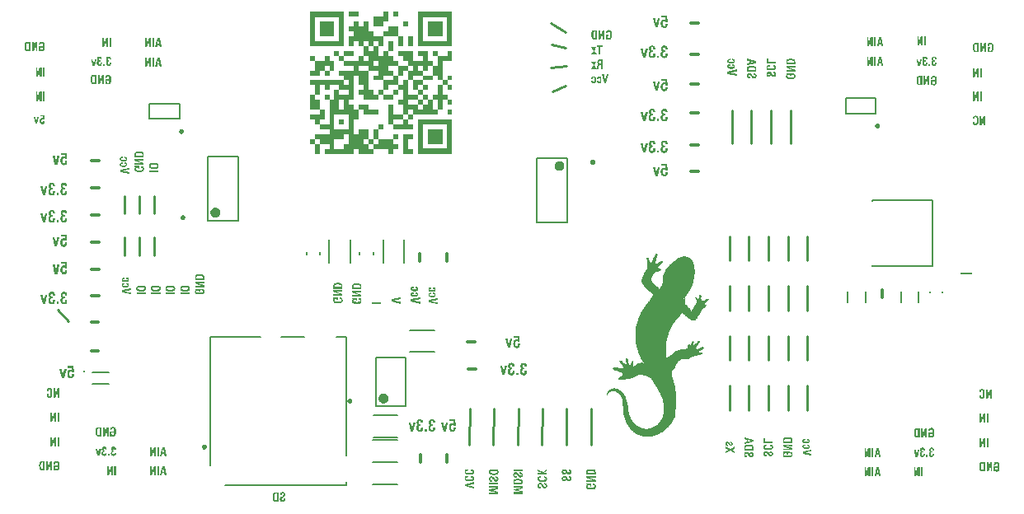
<source format=gbo>
%FSTAX23Y23*%
%MOIN*%
%SFA1B1*%

%IPPOS*%
%ADD10C,0.009843*%
%ADD11C,0.007874*%
%ADD12C,0.019685*%
%ADD15C,0.011811*%
%ADD17C,0.010000*%
%ADD18R,0.047244X0.007874*%
%ADD115C,0.003937*%
%LNpcb1-1*%
%LPD*%
G36*
X09349Y05439D02*
X09349D01*
Y05439*
X09349*
Y05439*
X09349*
Y0542*
X09349*
Y0542*
X09349*
Y0542*
X09349*
Y05419*
X0933*
Y0542*
X09329*
Y05439*
X09349*
Y05439*
G37*
G36*
X0919D02*
X09191D01*
Y0542*
X0919*
Y05419*
X09151*
Y05439*
X0919*
Y05439*
G37*
G36*
X09389Y054D02*
X09389D01*
Y0538*
X09389*
Y0538*
X09369*
Y0538*
X09369*
Y05397*
Y05397*
Y054*
X09369*
Y054*
X09389*
Y054*
G37*
G36*
X0931Y054D02*
X0929D01*
Y054*
X0929*
Y0538*
X0929*
Y0538*
X0925*
Y05381*
Y05381*
Y05419*
X0929*
Y0542*
X0929*
Y05439*
X0931*
Y054*
G37*
G36*
X0923Y054D02*
X0923D01*
Y05395*
Y05395*
Y0536*
X0923*
Y0536*
X09231*
Y0536*
X0925*
Y0536*
X0925*
Y0534*
X0929*
Y053*
X0927*
Y0532*
X0925*
Y053*
X0927*
Y05261*
X0929*
Y05281*
X0931*
Y05261*
X09329*
Y05261*
X09329*
Y05241*
X09349*
Y05241*
X09349*
Y0524*
X09349*
Y0524*
X09349*
Y05221*
X09389*
Y05201*
X09409*
Y05221*
X09409*
Y05221*
X09408*
Y05221*
X09408*
Y05221*
X09389*
Y05241*
X09389*
Y05241*
X09369*
Y05261*
X09369*
Y05261*
X09349*
Y05261*
X09349*
Y05261*
X09349*
Y0528*
X09349*
Y0528*
X09349*
Y05281*
X09409*
Y05241*
X09409*
Y05241*
X09448*
Y05261*
X09429*
Y05281*
X09468*
Y05241*
X09488*
Y05241*
X09488*
Y05221*
X09508*
Y05221*
X09508*
Y05221*
X09508*
Y05261*
X09488*
Y05261*
X09488*
Y05261*
X09488*
Y05264*
Y05264*
Y0528*
X09488*
Y0528*
X09488*
Y05281*
X09508*
Y05261*
X09548*
Y05281*
X09567*
Y05241*
X09567*
Y05241*
X09528*
Y05162*
X09548*
Y05142*
X09567*
Y05132*
Y05132*
Y05122*
X09548*
Y05142*
X09528*
Y05162*
X09508*
Y05181*
X09488*
Y05221*
X09488*
Y05221*
X09469*
Y05221*
X09469*
Y05221*
X09468*
Y05221*
X09468*
Y05201*
X09448*
Y05221*
X09448*
Y05221*
X09448*
Y05221*
X09448*
Y05221*
X09429*
Y05221*
X09429*
Y05221*
X09429*
Y05221*
X09429*
Y05201*
X09448*
Y05181*
X09488*
Y05162*
X09488*
Y05162*
X09448*
Y05181*
X09409*
Y05162*
X09448*
Y05142*
X09468*
Y05122*
X09448*
Y05124*
Y05124*
Y05142*
X09429*
Y05122*
X09448*
Y05119*
Y05119*
Y05102*
X09468*
Y05082*
X09488*
Y05082*
X09488*
Y05102*
X09488*
Y05102*
X09488*
Y05102*
X09508*
Y05142*
X09528*
Y05102*
X09548*
Y05082*
X09567*
Y05082*
X09567*
Y05082*
X09567*
Y0508*
Y0508*
Y05062*
X09548*
Y05063*
X09548*
Y05082*
X09528*
Y05082*
X09528*
Y05082*
X09528*
Y05044*
Y05044*
Y05043*
X09528*
Y05043*
X09508*
Y05082*
X09508*
Y05082*
X09508*
Y05082*
X09488*
Y05043*
X09488*
Y05043*
X09488*
Y05043*
X09508*
Y05023*
X09409*
Y05043*
X09389*
Y05023*
X09409*
Y05003*
X09389*
Y05023*
X09369*
Y05062*
X09349*
Y05063*
X09349*
Y05063*
X09349*
Y05082*
X09349*
Y05082*
X09349*
Y05082*
X09349*
Y05082*
X0935*
Y05082*
X09369*
Y05082*
X09369*
Y05082*
X09369*
Y05082*
X09369*
Y05122*
X09369*
Y05122*
X09349*
Y05142*
X0931*
Y05142*
X0931*
Y05122*
X0929*
Y05162*
X0925*
Y05181*
X0927*
Y05181*
X0927*
Y05201*
X0923*
Y05221*
X0923*
Y05221*
X0923*
Y05221*
X0923*
Y05221*
X09191*
Y05221*
X09191*
Y05221*
X09191*
Y05221*
X09191*
Y05201*
X0923*
Y05122*
X0925*
Y05122*
X0925*
Y05102*
X0927*
Y05082*
X0927*
Y05082*
X09269*
Y05082*
X09269*
Y05082*
X09211*
Y05082*
X09211*
Y05082*
X0921*
Y05102*
X09211*
Y05102*
X0921*
Y05102*
X09191*
Y05122*
X09191*
Y05122*
X0921*
Y05122*
X09211*
Y05122*
X0921*
Y05141*
X09211*
Y05142*
X0921*
Y05142*
X09191*
Y05181*
X09171*
Y05082*
X09171*
Y05082*
X09151*
Y05082*
X09151*
Y05082*
X09151*
Y05062*
X09171*
Y05043*
X09171*
Y05043*
X09191*
Y05003*
X0919*
Y05003*
X09171*
Y05003*
X09171*
Y04943*
X09171*
Y04943*
X0919*
Y04943*
X09191*
Y04963*
X0923*
Y04924*
X0925*
Y04919*
Y04918*
Y04904*
X0927*
Y04924*
X0925*
Y04963*
X0927*
Y04924*
X09329*
Y04904*
X0933*
Y04904*
X09349*
Y04904*
X09349*
Y04903*
X09349*
Y04903*
X09349*
Y04885*
X09349*
Y04884*
X09349*
Y04884*
X09349*
Y04884*
X0933*
Y04884*
X09329*
Y04864*
X09329*
Y04864*
X0931*
Y04864*
X0931*
Y04884*
X0925*
Y04904*
X0923*
Y04924*
X09211*
Y04923*
X0921*
Y04923*
X09211*
Y04923*
X0921*
Y04904*
X09211*
Y04904*
X0921*
Y04904*
X09211*
Y04904*
X0923*
Y04884*
X0925*
Y04864*
X0925*
Y04864*
X09191*
Y04884*
X0919*
Y04884*
X09171*
Y04884*
X09171*
Y04864*
X09052*
Y04884*
X09052*
Y04884*
X09072*
Y04884*
X09072*
Y04884*
X09072*
Y04903*
X09072*
Y04904*
X09072*
Y04904*
X09032*
Y04924*
X09012*
Y04943*
X09012*
Y04943*
X09012*
Y04943*
X09071*
Y04943*
X09072*
Y04944*
X09072*
Y04944*
X09072*
Y04963*
X09072*
Y04963*
X09072*
Y04963*
X09032*
Y04963*
X09032*
Y04983*
X09012*
Y05003*
X08992*
Y05003*
X08992*
Y05023*
X08992*
Y05023*
X09032*
Y05043*
X08992*
Y05043*
X08992*
Y05102*
X09012*
Y05083*
Y05083*
Y05082*
X09012*
Y05082*
X09013*
Y05082*
X09013*
Y05082*
X09032*
Y05082*
X09032*
Y05082*
X09032*
Y05043*
X09052*
Y05003*
X09052*
Y05003*
X09032*
Y05003*
X09032*
Y04983*
X09072*
Y04983*
X09072*
Y04983*
X09072*
Y05018*
Y05018*
Y05082*
X09052*
Y05082*
X09052*
Y05082*
X09052*
Y05082*
X09052*
Y05102*
X09072*
Y05102*
X09072*
Y05102*
X09072*
Y05082*
X09072*
Y05082*
X09091*
Y05082*
X09091*
Y05082*
X09091*
Y05082*
X09091*
Y05122*
X09092*
Y05122*
X09111*
Y05142*
X09111*
Y05142*
X09072*
Y05142*
X09072*
Y05122*
X09072*
Y05122*
X09072*
Y05122*
X09052*
Y05142*
X09032*
Y05102*
X09012*
Y05142*
X08992*
Y05142*
X08992*
Y05161*
X08992*
Y05162*
X09131*
Y05181*
X09111*
Y05182*
X09111*
Y05182*
X09111*
Y05201*
X09111*
Y05201*
X09111*
Y05201*
X09171*
Y05221*
X09171*
Y05221*
X0917*
Y05221*
X0917*
Y05221*
X09132*
Y05221*
X09131*
Y05221*
X09131*
Y05241*
X09111*
Y05241*
X09111*
Y05241*
X09111*
Y05261*
X09091*
Y05281*
X09111*
Y0528*
X09111*
Y05263*
Y05262*
Y05261*
X09131*
Y05241*
X0919*
Y05241*
X09191*
Y05261*
X09191*
Y05261*
X0921*
Y053*
X09191*
Y0532*
X09171*
Y053*
X09151*
Y0534*
X09171*
Y0536*
X09171*
Y0536*
X09151*
Y0536*
X09151*
Y0536*
X09151*
Y0538*
X09171*
Y054*
X09171*
Y054*
X0919*
Y054*
X09191*
Y0538*
X0921*
Y0538*
X09211*
Y0538*
X0921*
Y05399*
X09211*
Y05399*
X0921*
Y054*
X09211*
Y054*
X0923*
Y054*
G37*
G36*
X09349Y0538D02*
X09349D01*
Y05379*
X09349*
Y05379*
X09349*
Y0534*
X09369*
Y053*
X09349*
Y05301*
X09349*
Y05301*
X09349*
Y0534*
X09349*
Y0534*
X0929*
Y0536*
X0929*
Y0536*
X09309*
Y0536*
X09309*
Y0536*
X0931*
Y0538*
X0931*
Y0538*
X09349*
Y0538*
G37*
G36*
X09567Y05439D02*
X09567D01*
Y053*
X09429*
Y05439*
X09567*
Y05439*
G37*
G36*
X09409Y053D02*
X09389D01*
Y05324*
Y05324*
Y0534*
X09409*
Y053*
G37*
G36*
X09131D02*
X08992D01*
Y05439*
X08992*
Y05439*
X09131*
Y053*
G37*
G36*
X09329Y05281D02*
X09329D01*
Y05281*
X0931*
Y05307*
Y05307*
Y0532*
X09329*
Y05281*
G37*
G36*
X09171Y05261D02*
X09131D01*
Y05281*
X09171*
Y05261*
G37*
G36*
X09072Y05261D02*
X09072D01*
Y0526*
X09072*
Y05252*
Y05252*
Y05241*
X09072*
Y05241*
X09091*
Y05201*
X09072*
Y05221*
X09072*
Y05221*
X09072*
Y05221*
X09071*
Y05221*
X09071*
Y05221*
X09071*
Y05221*
X09052*
Y05221*
X09052*
Y05221*
X09052*
Y05221*
X09052*
Y05201*
X09072*
Y05182*
X09072*
Y05182*
X09072*
Y05181*
X09052*
Y05181*
X09052*
Y05193*
Y05194*
Y05201*
X09032*
Y05201*
X09032*
Y05181*
X09032*
Y05181*
X08992*
Y05181*
X08992*
Y05201*
X08992*
Y05201*
X09012*
Y05201*
X09012*
Y05241*
X08992*
Y05241*
X08992*
Y05261*
X08992*
Y05261*
X09012*
Y05261*
X09012*
Y05254*
Y05253*
Y05241*
X09052*
Y05241*
X09052*
Y05261*
X09052*
Y05261*
X09072*
Y05261*
G37*
G36*
X0923Y05201D02*
D01*
G37*
G36*
X09567Y05162D02*
X09548D01*
Y05179*
Y05179*
Y05181*
X09567*
Y05162*
G37*
G36*
X09349Y05103D02*
X09349D01*
Y05103*
X09349*
Y05102*
X09349*
Y05102*
X09329*
Y05122*
X0933*
Y05122*
X09349*
Y05103*
G37*
G36*
X0929Y05102D02*
X09329D01*
Y05082*
X09329*
Y05082*
X09329*
Y05082*
X09329*
Y05082*
X0929*
Y05082*
X0929*
Y05082*
X0929*
Y05082*
X0929*
Y05102*
X0927*
Y05122*
X0927*
Y05122*
X0929*
Y05102*
G37*
G36*
X09567Y05023D02*
X09548D01*
Y05043*
X09567*
Y05023*
G37*
G36*
X0923Y05043D02*
X0923D01*
Y05043*
X0927*
Y05023*
X09211*
Y05023*
X0921*
Y05023*
X09211*
Y05023*
X0921*
Y05042*
X09211*
Y05042*
X0921*
Y05043*
X09191*
Y05062*
X0923*
Y05043*
G37*
G36*
X09329Y05023D02*
X09369D01*
Y05003*
X09389*
Y04983*
X09409*
Y04983*
X09409*
Y04963*
X09329*
Y04983*
X0931*
Y04983*
X0931*
Y04983*
X0931*
Y05062*
Y05062*
Y05062*
X0931*
Y05062*
X09329*
Y05023*
G37*
G36*
X0929Y04983D02*
X0929D01*
Y04963*
X0929*
Y04963*
X0927*
Y04983*
X0927*
Y04983*
X0929*
Y04983*
G37*
G36*
X09409Y04943D02*
X09409D01*
Y04924*
X09389*
Y04884*
X09409*
Y04864*
X09369*
Y04864*
X09369*
Y04943*
X09369*
Y04943*
X09369*
Y04943*
X09408*
Y04943*
X09409*
Y04943*
G37*
G36*
X09349D02*
X09349D01*
Y04943*
X09349*
Y04943*
X09349*
Y04943*
X09349*
Y04924*
X09349*
Y04924*
X09349*
Y04924*
X09349*
Y04924*
X09329*
Y04943*
X0933*
Y04943*
X0933*
Y04943*
X09349*
Y04943*
X09349*
Y04943*
G37*
G36*
X09567Y04864D02*
X09567D01*
Y04864*
X09429*
Y0489*
Y0489*
Y05003*
X09567*
Y04864*
G37*
G36*
X09012Y04904D02*
X09032D01*
Y04864*
X09012*
Y04869*
Y04869*
Y04904*
X08992*
Y04904*
X08992*
Y04915*
Y04915*
Y04923*
X08992*
Y04924*
X09012*
Y04904*
G37*
G36*
X10397Y04456D02*
X10398D01*
Y04453*
X10397*
Y04446*
X10395*
Y04442*
X10394*
Y04436*
X10392*
Y04431*
X10391*
Y04428*
X10389*
Y04421*
X10391*
Y0442*
X10395*
Y04421*
X10398*
Y04423*
X10401*
Y04424*
X10402*
Y04426*
X10405*
Y04427*
X10408*
Y04428*
X10411*
Y0443*
X10414*
Y04431*
X10418*
Y0443*
X1042*
Y04424*
X10418*
Y04423*
X10417*
Y04421*
X10415*
Y0442*
X10414*
Y04418*
X10413*
Y04417*
X10411*
Y04415*
X1041*
Y04414*
X10408*
Y04413*
X10407*
Y04411*
X10405*
Y0441*
X10402*
Y04407*
X10401*
Y04404*
X10402*
Y04402*
X10404*
Y04401*
X10408*
Y04399*
X10411*
Y04398*
X10414*
Y04392*
X10411*
Y04391*
X10407*
Y04389*
X10402*
Y04388*
X10398*
Y04386*
X10392*
Y04385*
X10388*
Y04384*
X10385*
Y04381*
X10384*
Y04378*
X10382*
Y04376*
X10381*
Y04373*
X10379*
Y04372*
X10378*
Y04369*
X10376*
Y04368*
X10375*
Y04363*
X10373*
Y04357*
X10372*
Y04355*
X10373*
Y04349*
X10375*
Y04346*
X10376*
Y04343*
X10378*
Y04341*
X10379*
Y0434*
X10381*
Y04339*
X10382*
Y04337*
X10384*
Y04336*
X10386*
Y04334*
X10388*
Y04333*
X10391*
Y04331*
X10392*
Y0433*
X10394*
Y04328*
X10397*
Y04327*
X10398*
Y04326*
X10399*
Y04324*
X10401*
Y04323*
X10402*
Y0432*
X10404*
Y04318*
X10405*
Y0432*
X10407*
Y04321*
X10408*
Y04323*
X1041*
Y04324*
X10411*
Y04327*
X10413*
Y04328*
X10414*
Y04331*
X10415*
Y04334*
X10417*
Y0434*
X10418*
Y04357*
X1042*
Y04368*
X10421*
Y04373*
X10423*
Y04378*
X10424*
Y04381*
X10426*
Y04385*
X10427*
Y04388*
X10428*
Y04391*
X1043*
Y04392*
X10431*
Y04395*
X10433*
Y04397*
X10434*
Y04399*
X10436*
Y04401*
X10437*
Y04404*
X10439*
Y04405*
X1044*
Y04407*
X10442*
Y04408*
X10443*
Y0441*
X10444*
Y04411*
X10446*
Y04414*
X10447*
Y04415*
X10449*
Y04417*
X1045*
Y04418*
X10452*
Y0442*
X10455*
Y04421*
X10456*
Y04423*
X10457*
Y04424*
X10459*
Y04426*
X1046*
Y04427*
X10462*
Y04428*
X10463*
Y0443*
X10466*
Y04431*
X10468*
Y04433*
X10469*
Y04434*
X10472*
Y04436*
X10473*
Y04437*
X10475*
Y04439*
X10478*
Y0444*
X10481*
Y04442*
X10484*
Y04443*
X10486*
Y04444*
X10489*
Y04446*
X10494*
Y04447*
X105*
Y04449*
X10513*
Y04447*
X10518*
Y04446*
X10523*
Y04444*
X10526*
Y04443*
X10527*
Y04442*
X1053*
Y0444*
X10531*
Y04439*
X10533*
Y04437*
X10534*
Y04436*
X10536*
Y04434*
X10537*
Y04433*
X10539*
Y0443*
X1054*
Y04427*
X10542*
Y04424*
X10543*
Y04421*
X10544*
Y04417*
X10546*
Y0441*
X10547*
Y04397*
X10549*
Y04378*
X10547*
Y04365*
X10546*
Y04356*
X10544*
Y0435*
X10543*
Y04344*
X10542*
Y0434*
X1054*
Y04336*
X10539*
Y04331*
X10537*
Y04328*
X10536*
Y04324*
X10534*
Y04321*
X10533*
Y04318*
X10531*
Y04315*
X1053*
Y04312*
X10529*
Y04311*
X10527*
Y04308*
X10526*
Y04305*
X10524*
Y04304*
X10523*
Y04301*
X10521*
Y04299*
X1052*
Y04297*
X10518*
Y04295*
X10517*
Y04292*
X10515*
Y04291*
X10514*
Y04288*
X10513*
Y04285*
X10511*
Y04279*
X1051*
Y04259*
X10511*
Y04256*
X1051*
Y04254*
X10511*
Y04253*
X10514*
Y04252*
X10515*
Y0425*
X10517*
Y04249*
X10518*
Y04247*
X1052*
Y04246*
X10521*
Y04244*
X10523*
Y04243*
X10524*
Y04241*
X10526*
Y0424*
X10527*
Y04239*
X10529*
Y04237*
X1053*
Y04236*
X10531*
Y04233*
X10533*
Y0423*
X10534*
Y04228*
X10536*
Y04231*
X10537*
Y04233*
X10539*
Y04236*
X1054*
Y04237*
X10542*
Y0424*
X10543*
Y04241*
X10544*
Y04244*
X10546*
Y04246*
X10547*
Y04249*
X10549*
Y0425*
X1055*
Y04253*
X10552*
Y04254*
X10553*
Y0426*
X10555*
Y04273*
X10553*
Y04276*
X10552*
Y04279*
X1055*
Y04283*
X10556*
Y04281*
X10558*
Y04279*
X10559*
Y04278*
X10562*
Y04279*
X10563*
Y04281*
X10565*
Y04292*
X10566*
Y04294*
X10569*
Y04295*
X10571*
Y04294*
X10572*
Y04292*
X10573*
Y04289*
X10575*
Y04282*
X10573*
Y04275*
X10575*
Y04272*
X10576*
Y0427*
X10578*
Y04269*
X10587*
Y0427*
X10589*
Y04272*
X10591*
Y04273*
X10592*
Y04275*
X10594*
Y04276*
X10595*
Y04278*
X10598*
Y04279*
X10601*
Y04278*
X10604*
Y04275*
X10605*
Y04273*
X10604*
Y0427*
X10602*
Y04269*
X10601*
Y04268*
X106*
Y04266*
X10598*
Y04265*
X10597*
Y04263*
X10595*
Y04262*
X10594*
Y0426*
X10592*
Y04259*
X10591*
Y04254*
X10597*
Y0425*
X10595*
Y04249*
X10594*
Y04247*
X10592*
Y04244*
X10591*
Y04243*
X10588*
Y04241*
X10587*
Y0424*
X10585*
Y04239*
X10582*
Y04237*
X10581*
Y04236*
X10578*
Y04234*
X10576*
Y0423*
X10575*
Y04227*
X10573*
Y04224*
X10572*
Y04221*
X10571*
Y04218*
X10569*
Y04217*
X10568*
Y04214*
X10566*
Y04211*
X10565*
Y0421*
X10563*
Y04207*
X10562*
Y04205*
X1056*
Y04202*
X10559*
Y04201*
X10558*
Y04198*
X10556*
Y04196*
X10555*
Y04195*
X10553*
Y04192*
X10552*
Y04191*
X10549*
Y04189*
X10537*
Y04191*
X10533*
Y04192*
X10531*
Y04194*
X10529*
Y04195*
X10527*
Y04196*
X10526*
Y04198*
X10523*
Y04199*
X10521*
Y04201*
X1052*
Y04202*
X10518*
Y04204*
X10517*
Y04205*
X10514*
Y04207*
X10513*
Y04208*
X10511*
Y0421*
X1051*
Y04211*
X10508*
Y04212*
X10507*
Y04214*
X10504*
Y04215*
X10502*
Y04217*
X10501*
Y04218*
X105*
Y0422*
X10497*
Y04218*
X10495*
Y04215*
X10494*
Y04214*
X10492*
Y04212*
X10491*
Y04211*
X10489*
Y0421*
X10488*
Y04207*
X10486*
Y04205*
X10485*
Y04204*
X10484*
Y04202*
X10482*
Y04201*
X10481*
Y04199*
X10479*
Y04198*
X10478*
Y04196*
X10476*
Y04195*
X10475*
Y04192*
X10473*
Y04191*
X10472*
Y04189*
X10471*
Y04188*
X10469*
Y04185*
X10468*
Y04183*
X10466*
Y04181*
X10465*
Y04179*
X10463*
Y04178*
X10462*
Y04175*
X1046*
Y04172*
X10459*
Y0417*
X10457*
Y04167*
X10456*
Y04165*
X10455*
Y04162*
X10453*
Y04159*
X10452*
Y04156*
X1045*
Y04153*
X10449*
Y0415*
X10447*
Y04146*
X10446*
Y04143*
X10444*
Y04138*
X10443*
Y04134*
X10442*
Y0413*
X1044*
Y04125*
X10439*
Y0412*
X10437*
Y04114*
X10436*
Y04105*
X10434*
Y04094*
X10433*
Y0406*
X10434*
Y04041*
X1044*
Y04043*
X10444*
Y04044*
X10446*
Y04046*
X10449*
Y04047*
X1045*
Y04049*
X10453*
Y0405*
X10455*
Y04052*
X10456*
Y04053*
X10457*
Y04054*
X10459*
Y04056*
X1046*
Y04057*
X10462*
Y04059*
X10463*
Y0406*
X10466*
Y04062*
X10468*
Y04063*
X10471*
Y04065*
X10472*
Y04066*
X10476*
Y04067*
X10479*
Y04069*
X10484*
Y0407*
X10489*
Y04072*
X10497*
Y04073*
X10513*
Y04075*
X10518*
Y04078*
X1052*
Y04083*
X10521*
Y04091*
X10523*
Y04092*
X10524*
Y04094*
X10531*
Y04091*
X10533*
Y04092*
X10534*
Y04095*
X10536*
Y04099*
X10537*
Y04102*
X10539*
Y04104*
X1054*
Y04105*
X10544*
Y04104*
X10546*
Y04101*
X10544*
Y04098*
X10543*
Y04095*
X10542*
Y04092*
X10543*
Y04091*
X10546*
Y04092*
X10549*
Y04094*
X1055*
Y04095*
X10552*
Y04096*
X10553*
Y04098*
X10555*
Y04099*
X10556*
Y04101*
X10558*
Y04102*
X10559*
Y04104*
X1056*
Y04105*
X10563*
Y04107*
X10566*
Y04105*
X10568*
Y04099*
X10566*
Y04096*
X10565*
Y04095*
X10563*
Y04092*
X10562*
Y04091*
X1056*
Y04089*
X10559*
Y04086*
X10558*
Y04085*
X10556*
Y04083*
X10555*
Y04081*
X10553*
Y04075*
X10555*
Y04073*
X10562*
Y04075*
X10565*
Y04076*
X10566*
Y04078*
X10569*
Y04079*
X10572*
Y04081*
X10575*
Y04082*
X10578*
Y04083*
X10582*
Y04082*
X10584*
Y04081*
X10585*
Y04075*
X10584*
Y04073*
X10582*
Y04072*
X10579*
Y0407*
X10576*
Y04069*
X10572*
Y04067*
X10569*
Y04066*
X10568*
Y04065*
X10566*
Y0406*
X10568*
Y04059*
X10578*
Y04053*
X10576*
Y04052*
X10572*
Y0405*
X10566*
Y04049*
X1056*
Y04047*
X10553*
Y04046*
X10547*
Y04044*
X10542*
Y04043*
X10536*
Y04041*
X10533*
Y0404*
X10531*
Y04038*
X1053*
Y04037*
X10529*
Y04036*
X10526*
Y04034*
X1052*
Y04033*
X10505*
Y04034*
X10501*
Y04033*
X10494*
Y04031*
X10491*
Y0403*
X10488*
Y04028*
X10485*
Y04027*
X10484*
Y04025*
X10482*
Y04024*
X10481*
Y04023*
X10479*
Y0402*
X10478*
Y04018*
X10476*
Y04015*
X10475*
Y04012*
X10473*
Y04009*
X10472*
Y04007*
X10471*
Y04004*
X10469*
Y04001*
X10468*
Y03998*
X10466*
Y03995*
X10465*
Y03994*
X10463*
Y03991*
X10462*
Y03989*
X1046*
Y03988*
X10459*
Y03986*
X10457*
Y03983*
X10456*
Y03973*
X10455*
Y03966*
X10456*
Y03962*
X10457*
Y03959*
X10459*
Y03954*
X1046*
Y03949*
X10462*
Y03944*
X10463*
Y03938*
X10465*
Y03933*
X10466*
Y03925*
X10468*
Y03918*
X10469*
Y03911*
X10471*
Y03902*
X10472*
Y03891*
X10473*
Y0384*
X10472*
Y0383*
X10471*
Y03818*
X10469*
Y03804*
X10468*
Y03798*
X10466*
Y03793*
X10465*
Y03792*
X10463*
Y03788*
X10462*
Y03785*
X1046*
Y03782*
X10459*
Y03779*
X10457*
Y03776*
X10456*
Y03773*
X10455*
Y03772*
X10453*
Y0377*
X10452*
Y03769*
X1045*
Y03767*
X10449*
Y03766*
X10447*
Y03764*
X10446*
Y03763*
X10444*
Y0376*
X10443*
Y03759*
X10442*
Y03757*
X1044*
Y03756*
X10437*
Y03754*
X10434*
Y03753*
X10433*
Y03751*
X10431*
Y0375*
X1043*
Y03748*
X10428*
Y03747*
X10427*
Y03746*
X10426*
Y03744*
X10424*
Y03743*
X10423*
Y03741*
X1042*
Y0374*
X10418*
Y03738*
X10415*
Y03737*
X10414*
Y03735*
X10411*
Y03734*
X1041*
Y03733*
X10407*
Y03731*
X10404*
Y0373*
X10401*
Y03728*
X10398*
Y03727*
X10394*
Y03725*
X10391*
Y03724*
X10385*
Y03722*
X10381*
Y03721*
X10373*
Y0372*
X10342*
Y03721*
X10336*
Y03722*
X10331*
Y03724*
X10327*
Y03725*
X10323*
Y03727*
X1032*
Y03728*
X10317*
Y0373*
X10314*
Y03731*
X10311*
Y03733*
X1031*
Y03734*
X10307*
Y03735*
X10305*
Y03737*
X10302*
Y03738*
X10301*
Y0374*
X10299*
Y03741*
X10298*
Y03743*
X10295*
Y03744*
X10294*
Y03746*
X10292*
Y03747*
X10291*
Y03748*
X10289*
Y0375*
X10288*
Y03751*
X10286*
Y03754*
X10285*
Y03756*
X10284*
Y03757*
X10282*
Y03759*
X10281*
Y03762*
X10279*
Y03763*
X10278*
Y03766*
X10276*
Y03767*
X10275*
Y0377*
X10273*
Y03773*
X10272*
Y03776*
X1027*
Y03779*
X10269*
Y03783*
X10268*
Y03786*
X10266*
Y03791*
X10265*
Y03795*
X10263*
Y03801*
X10262*
Y03806*
X1026*
Y03817*
X10259*
Y03843*
X10257*
Y03859*
X10256*
Y03867*
X10255*
Y03872*
X10253*
Y03876*
X10252*
Y03879*
X1025*
Y03882*
X10249*
Y03885*
X10247*
Y03886*
X10246*
Y03889*
X10244*
Y03891*
X10243*
Y03892*
X10241*
Y03893*
X1024*
Y03895*
X10239*
Y03896*
X10236*
Y03898*
X10234*
Y03899*
X10231*
Y03901*
X10228*
Y03902*
X10223*
Y03904*
X10214*
Y03902*
X10208*
Y03901*
X10205*
Y03899*
X10204*
Y03898*
X10201*
Y03896*
X10199*
Y03895*
X10198*
Y03892*
X10197*
Y03891*
X10195*
Y03886*
X10194*
Y03878*
X10192*
Y03885*
X10191*
Y03888*
X10192*
Y03895*
X10194*
Y03898*
X10195*
Y03901*
X10197*
Y03902*
X10198*
Y03905*
X10199*
Y03907*
X10201*
Y03908*
X10204*
Y03909*
X10205*
Y03911*
X10208*
Y03912*
X10211*
Y03914*
X10218*
Y03915*
X10227*
Y03914*
X10234*
Y03912*
X10239*
Y03911*
X10241*
Y03909*
X10244*
Y03908*
X10246*
Y03907*
X10249*
Y03905*
X1025*
Y03904*
X10252*
Y03902*
X10253*
Y03901*
X10255*
Y03899*
X10256*
Y03898*
X10257*
Y03896*
X10259*
Y03895*
X1026*
Y03892*
X10262*
Y03891*
X10263*
Y03888*
X10265*
Y03885*
X10266*
Y03882*
X10268*
Y03879*
X10269*
Y03875*
X1027*
Y0387*
X10272*
Y03866*
X10273*
Y0386*
X10275*
Y03854*
X10276*
Y03846*
X10278*
Y03837*
X10279*
Y03828*
X10281*
Y03821*
X10282*
Y03814*
X10284*
Y03808*
X10285*
Y03804*
X10286*
Y03799*
X10288*
Y03795*
X10289*
Y03792*
X10291*
Y03789*
X10292*
Y03786*
X10294*
Y03785*
X10295*
Y03782*
X10297*
Y0378*
X10298*
Y03777*
X10299*
Y03776*
X10301*
Y03775*
X10302*
Y03773*
X10304*
Y03772*
X10305*
Y0377*
X10307*
Y03769*
X10308*
Y03767*
X10311*
Y03766*
X10313*
Y03764*
X10314*
Y03763*
X10317*
Y03762*
X1032*
Y0376*
X10323*
Y03759*
X10326*
Y03757*
X10328*
Y03756*
X10333*
Y03754*
X10339*
Y03753*
X10347*
Y03751*
X10359*
Y03753*
X10368*
Y03754*
X10373*
Y03756*
X10378*
Y03757*
X10381*
Y03759*
X10384*
Y0376*
X10386*
Y03762*
X10389*
Y03763*
X10392*
Y03764*
X10394*
Y03766*
X10395*
Y03767*
X10398*
Y03769*
X10399*
Y0377*
X10401*
Y03772*
X10402*
Y03773*
X10404*
Y03775*
X10405*
Y03776*
X10407*
Y03779*
X10408*
Y0378*
X1041*
Y03782*
X10411*
Y03785*
X10413*
Y03786*
X10414*
Y03789*
X10415*
Y03792*
X10417*
Y03796*
X10418*
Y03799*
X1042*
Y03804*
X10421*
Y03809*
X10423*
Y03817*
X10424*
Y03847*
X10423*
Y03856*
X10421*
Y03863*
X1042*
Y03867*
X10418*
Y03872*
X10417*
Y03876*
X10415*
Y0388*
X10414*
Y03883*
X10413*
Y03886*
X10411*
Y03889*
X1041*
Y03892*
X10408*
Y03896*
X10407*
Y03899*
X10405*
Y03901*
X10404*
Y03904*
X10402*
Y03907*
X10401*
Y03909*
X10399*
Y03912*
X10398*
Y03914*
X10397*
Y03917*
X10395*
Y0392*
X10394*
Y03921*
X10392*
Y03924*
X10391*
Y03925*
X10389*
Y03928*
X10388*
Y0393*
X10386*
Y03933*
X10385*
Y03934*
X10384*
Y03937*
X10382*
Y0394*
X10381*
Y03941*
X10379*
Y03944*
X10378*
Y03946*
X10376*
Y03949*
X10375*
Y03951*
X10373*
Y03953*
X10372*
Y03956*
X1037*
Y03957*
X10366*
Y03959*
X10363*
Y0396*
X10359*
Y03962*
X10355*
Y03963*
X10352*
Y03965*
X10347*
Y03966*
X10343*
Y03967*
X10339*
Y03969*
X10333*
Y0397*
X10326*
Y03969*
X1032*
Y03967*
X10317*
Y03966*
X10315*
Y03965*
X10313*
Y03963*
X1031*
Y03962*
X10307*
Y0396*
X10304*
Y03959*
X10298*
Y03957*
X10294*
Y03956*
X10288*
Y03954*
X10278*
Y03953*
X10269*
Y03951*
X10259*
Y0395*
X10249*
Y03949*
X10247*
Y0395*
X10243*
Y03951*
X10241*
Y03956*
X10243*
Y03959*
X10244*
Y0396*
X10247*
Y03962*
X1025*
Y03963*
X10253*
Y03965*
X10255*
Y03966*
X10256*
Y03975*
X10255*
Y03976*
X10253*
Y03978*
X10252*
Y03979*
X10249*
Y0398*
X10244*
Y03982*
X1024*
Y03983*
X10236*
Y03985*
X10231*
Y03986*
X10227*
Y03988*
X10223*
Y03989*
X1022*
Y03991*
X10218*
Y03992*
X10217*
Y03996*
X10218*
Y03998*
X1022*
Y03999*
X1024*
Y03998*
X10246*
Y03996*
X1025*
Y03995*
X10257*
Y03996*
X10259*
Y04002*
X10257*
Y04005*
X10256*
Y04007*
X10255*
Y04009*
X10253*
Y04012*
X10252*
Y04014*
X1025*
Y04017*
X10249*
Y04018*
X10247*
Y04021*
X10246*
Y04024*
X10244*
Y04027*
X10246*
Y04028*
X10252*
Y04027*
X10253*
Y04025*
X10255*
Y04024*
X10256*
Y04023*
X10257*
Y04021*
X10259*
Y0402*
X1026*
Y04018*
X10262*
Y04017*
X10263*
Y04015*
X10265*
Y04014*
X10266*
Y04012*
X1027*
Y04014*
X10272*
Y0402*
X1027*
Y04023*
X10269*
Y04027*
X10268*
Y04033*
X10269*
Y04034*
X1027*
Y04036*
X10275*
Y04034*
X10276*
Y04033*
X10278*
Y04027*
X10279*
Y04023*
X10281*
Y04018*
X10282*
Y04012*
X10284*
Y04011*
X10285*
Y04009*
X10289*
Y04011*
X10291*
Y04015*
X10292*
Y0402*
X10294*
Y04024*
X10295*
Y04027*
X10298*
Y04025*
X10299*
Y04018*
X10298*
Y04002*
X10301*
Y04004*
X10302*
Y04005*
X10304*
Y04007*
X10305*
Y04008*
X10308*
Y04009*
X1031*
Y04011*
X10313*
Y04012*
X10314*
Y04014*
X10317*
Y04015*
X10321*
Y04017*
X10324*
Y04018*
X10331*
Y0402*
X1034*
Y04018*
X10342*
Y04021*
X1034*
Y04023*
X10339*
Y04024*
X10337*
Y04027*
X10336*
Y0403*
X10334*
Y04031*
X10333*
Y04034*
X10331*
Y04037*
X1033*
Y0404*
X10328*
Y04043*
X10327*
Y04046*
X10326*
Y04049*
X10324*
Y04053*
X10323*
Y04057*
X10321*
Y0406*
X1032*
Y04065*
X10318*
Y04069*
X10317*
Y04073*
X10315*
Y04079*
X10314*
Y04086*
X10313*
Y04092*
X10311*
Y04101*
X1031*
Y04117*
X10308*
Y04141*
X1031*
Y04156*
X10311*
Y04165*
X10313*
Y04172*
X10314*
Y04178*
X10315*
Y04183*
X10317*
Y04188*
X10318*
Y04192*
X1032*
Y04196*
X10321*
Y04201*
X10323*
Y04204*
X10324*
Y04208*
X10326*
Y04211*
X10327*
Y04214*
X10328*
Y04217*
X1033*
Y0422*
X10331*
Y04223*
X10333*
Y04225*
X10334*
Y04228*
X10336*
Y0423*
X10337*
Y04233*
X10339*
Y04236*
X1034*
Y04237*
X10342*
Y0424*
X10343*
Y04241*
X10344*
Y04244*
X10346*
Y04246*
X10347*
Y04247*
X10349*
Y0425*
X1035*
Y04252*
X10352*
Y04253*
X10353*
Y04256*
X10355*
Y04257*
X10356*
Y04259*
X10357*
Y0426*
X10359*
Y04263*
X1036*
Y04265*
X10362*
Y04266*
X10363*
Y04268*
X10365*
Y0427*
X10366*
Y04272*
X10368*
Y04275*
X10369*
Y04276*
X1037*
Y04279*
X10372*
Y04281*
X10373*
Y04283*
X10375*
Y04286*
X10376*
Y04291*
X10378*
Y04297*
X10376*
Y04298*
X10375*
Y04299*
X10373*
Y04301*
X10372*
Y04302*
X10369*
Y04304*
X10368*
Y04305*
X10366*
Y04307*
X10365*
Y04308*
X10363*
Y0431*
X10362*
Y04311*
X1036*
Y04312*
X10359*
Y04314*
X10357*
Y04315*
X10356*
Y04317*
X10355*
Y04318*
X10353*
Y0432*
X10352*
Y04321*
X1035*
Y04323*
X10349*
Y04324*
X10347*
Y04326*
X10346*
Y04327*
X10344*
Y04328*
X10343*
Y0433*
X10342*
Y04333*
X1034*
Y04334*
X10339*
Y04336*
X10337*
Y04339*
X10336*
Y04344*
X10334*
Y04355*
X10336*
Y0436*
X10337*
Y04365*
X10339*
Y04368*
X1034*
Y04372*
X10342*
Y04375*
X10343*
Y04379*
X10344*
Y04382*
X10346*
Y04385*
X10347*
Y04388*
X10349*
Y04391*
X1035*
Y04394*
X10352*
Y04395*
X10353*
Y04397*
X10355*
Y04399*
X10356*
Y04407*
X10357*
Y04426*
X10356*
Y04431*
X10355*
Y04437*
X10353*
Y04442*
X10355*
Y04443*
X1036*
Y04442*
X10362*
Y04439*
X10363*
Y04434*
X10365*
Y0443*
X10366*
Y04427*
X10368*
Y04424*
X10369*
Y04423*
X1037*
Y04424*
X10373*
Y04427*
X10375*
Y0443*
X10376*
Y04433*
X10378*
Y04436*
X10379*
Y04439*
X10381*
Y04442*
X10382*
Y04444*
X10384*
Y04447*
X10385*
Y0445*
X10386*
Y04453*
X10388*
Y04456*
X10389*
Y04457*
X10391*
Y04459*
X10397*
Y04456*
G37*
G36*
X08Y04306D02*
X08001Y04306D01*
X08002Y04305*
X08003Y04305*
X08004Y04305*
X08004Y04305*
X08005Y04304*
X08006Y04304*
X08006Y04304*
X08007Y04303*
X08007Y04303*
X08007Y04303*
X08007Y04303*
X08007Y04303*
X08008Y04303*
X08008Y04302*
X08009Y04301*
X08009Y043*
X0801Y04298*
X0801Y04297*
X08011Y04295*
X08011Y04295*
Y04294*
X08011Y04294*
Y04293*
Y04293*
Y04293*
Y04293*
Y04292*
Y04292*
Y04292*
Y04292*
Y04291*
Y04291*
X08002*
Y04293*
X08002Y04294*
X08002Y04295*
X08002Y04296*
X08002Y04296*
X08002Y04297*
X08001Y04297*
X08001Y04298*
X08001Y04298*
X08001Y04298*
X08Y04299*
X08Y04299*
X07999Y04299*
X07999Y04299*
X07998Y04299*
X07998*
X07997Y04299*
X07996Y04299*
X07996Y04299*
X07995Y04299*
X07995Y04298*
X07995Y04298*
X07995Y04298*
X07995Y04298*
X07994Y04297*
X07994Y04296*
X07994Y04295*
X07994Y04294*
X07994Y04293*
Y04293*
Y04293*
Y04293*
X07994Y04291*
X07994Y0429*
X07994Y04289*
X07994Y04289*
X07995Y04288*
X07995Y04288*
X07995Y04287*
X07995Y04287*
X07996Y04287*
X07997Y04286*
X07998Y04286*
X07999Y04286*
X08Y04286*
X08001Y04286*
X08002*
Y04279*
X08001*
X08Y04279*
X07999*
X07998Y04279*
X07997Y04279*
X07996Y04279*
X07995Y04279*
X07995Y04278*
X07994Y04278*
X07994Y04278*
X07994Y04278*
X07994Y04278*
X07994Y04277*
X07993Y04276*
X07993Y04275*
X07993Y04274*
X07993Y04273*
X07993Y04272*
Y04272*
Y04271*
Y04271*
Y04271*
X07993Y0427*
X07993Y04268*
X07993Y04267*
X07993Y04266*
X07993Y04265*
X07994Y04265*
X07994Y04264*
X07994Y04264*
X07994Y04264*
X07995Y04263*
X07996Y04263*
X07996Y04263*
X07997Y04262*
X07997Y04262*
X07998*
X07999Y04262*
X07999Y04263*
X08Y04263*
X08001Y04263*
X08001Y04264*
X08001Y04264*
X08001Y04264*
X08002Y04265*
X08002Y04265*
X08002Y04266*
X08002Y04267*
X08002Y04268*
X08002Y04269*
X08003Y0427*
X08003Y04271*
Y04271*
Y04272*
Y04272*
Y04272*
Y04272*
Y04273*
X08011*
Y04273*
Y04272*
Y04272*
Y04272*
Y04271*
Y04271*
Y04271*
Y04271*
X08011Y04269*
X08011Y04268*
X08011Y04267*
X08011Y04266*
X08011Y04265*
X0801Y04264*
X0801Y04263*
X0801Y04262*
X08009Y04261*
X08009Y04261*
X08009Y0426*
X08009Y0426*
X08008Y0426*
X08008Y04259*
X08008Y04259*
Y04259*
X08007Y04258*
X08007Y04258*
X08006Y04257*
X08005Y04257*
X08003Y04256*
X08002Y04256*
X08Y04256*
X08Y04256*
X07999Y04255*
X07999Y04255*
X07998*
X07997Y04255*
X07995Y04256*
X07994Y04256*
X07993Y04256*
X07992Y04256*
X07991Y04257*
X07991Y04257*
X0799Y04257*
X07989Y04258*
X07989Y04258*
X07988Y04258*
X07988Y04259*
X07988Y04259*
X07987Y04259*
X07987Y04259*
X07987Y04259*
X07987Y0426*
X07986Y04261*
X07985Y04263*
X07985Y04265*
X07984Y04267*
X07984Y04268*
X07984Y04268*
X07984Y04269*
Y0427*
X07984Y0427*
Y04271*
Y04271*
Y04271*
X07984Y04273*
X07984Y04275*
X07984Y04276*
X07985Y04277*
X07985Y04278*
X07985Y04279*
X07985Y04279*
X07985Y04279*
X07986Y0428*
X07987Y04281*
X07988Y04282*
X07989Y04282*
X07989Y04282*
X0799Y04283*
X0799Y04283*
X0799Y04283*
X0799*
X0799Y04283*
X07989Y04284*
X07988Y04284*
X07987Y04285*
X07987Y04286*
X07987Y04286*
X07986Y04286*
X07986Y04286*
X07986Y04287*
X07985Y04289*
X07985Y0429*
X07985Y04291*
X07985Y04292*
X07985Y04293*
Y04293*
Y04293*
Y04293*
Y04293*
Y04294*
X07985Y04295*
X07985Y04297*
X07986Y04299*
X07987Y043*
X07987Y04301*
X07988Y04302*
X07988Y04302*
X07988Y04303*
X07988*
X07989Y04303*
X0799Y04304*
X07991Y04304*
X07993Y04305*
X07994Y04306*
X07995Y04306*
X07996Y04306*
X07997*
X07997Y04306*
X07999*
X08Y04306*
G37*
G36*
X07951D02*
X07952Y04306D01*
X07953Y04305*
X07954Y04305*
X07954Y04305*
X07955Y04305*
X07956Y04304*
X07956Y04304*
X07957Y04304*
X07957Y04303*
X07958Y04303*
X07958Y04303*
X07958Y04303*
X07958Y04303*
X07958Y04303*
X07959Y04302*
X07959Y04301*
X0796Y043*
X07961Y04298*
X07961Y04297*
X07962Y04295*
X07962Y04295*
Y04294*
X07962Y04294*
Y04293*
Y04293*
Y04293*
Y04293*
Y04292*
Y04292*
Y04292*
Y04292*
Y04291*
Y04291*
X07953*
Y04293*
X07953Y04294*
X07953Y04295*
X07953Y04296*
X07953Y04296*
X07952Y04297*
X07952Y04297*
X07952Y04298*
X07952Y04298*
X07952Y04298*
X07951Y04299*
X07951Y04299*
X0795Y04299*
X0795Y04299*
X07949Y04299*
X07949*
X07948Y04299*
X07947Y04299*
X07947Y04299*
X07946Y04299*
X07946Y04298*
X07946Y04298*
X07946Y04298*
X07945Y04298*
X07945Y04297*
X07945Y04296*
X07945Y04295*
X07945Y04294*
X07944Y04293*
Y04293*
Y04293*
Y04293*
X07945Y04291*
X07945Y0429*
X07945Y04289*
X07945Y04289*
X07946Y04288*
X07946Y04288*
X07946Y04287*
X07946Y04287*
X07947Y04287*
X07948Y04286*
X07949Y04286*
X0795Y04286*
X07951Y04286*
X07951Y04286*
X07953*
Y04279*
X07952*
X07951Y04279*
X0795*
X07949Y04279*
X07948Y04279*
X07947Y04279*
X07946Y04279*
X07946Y04278*
X07945Y04278*
X07945Y04278*
X07945Y04278*
X07945Y04278*
X07944Y04277*
X07944Y04276*
X07944Y04275*
X07944Y04274*
X07944Y04273*
X07944Y04272*
Y04272*
Y04271*
Y04271*
Y04271*
X07944Y0427*
X07944Y04268*
X07944Y04267*
X07944Y04266*
X07944Y04265*
X07945Y04265*
X07945Y04264*
X07945Y04264*
X07945Y04264*
X07946Y04263*
X07946Y04263*
X07947Y04263*
X07948Y04262*
X07948Y04262*
X07949*
X07949Y04262*
X0795Y04263*
X07951Y04263*
X07951Y04263*
X07952Y04264*
X07952Y04264*
X07952Y04264*
X07952Y04265*
X07953Y04265*
X07953Y04266*
X07953Y04267*
X07953Y04268*
X07953Y04269*
X07953Y0427*
X07953Y04271*
Y04271*
Y04272*
Y04272*
Y04272*
Y04272*
Y04273*
X07962*
Y04273*
Y04272*
Y04272*
Y04272*
Y04271*
Y04271*
Y04271*
Y04271*
X07962Y04269*
X07962Y04268*
X07962Y04267*
X07962Y04266*
X07961Y04265*
X07961Y04264*
X07961Y04263*
X07961Y04262*
X0796Y04261*
X0796Y04261*
X0796Y0426*
X07959Y0426*
X07959Y0426*
X07959Y04259*
X07959Y04259*
Y04259*
X07958Y04258*
X07958Y04258*
X07957Y04257*
X07956Y04257*
X07954Y04256*
X07953Y04256*
X07951Y04256*
X0795Y04256*
X0795Y04255*
X07949Y04255*
X07949*
X07947Y04255*
X07946Y04256*
X07945Y04256*
X07944Y04256*
X07943Y04256*
X07942Y04257*
X07942Y04257*
X07941Y04257*
X0794Y04258*
X0794Y04258*
X07939Y04258*
X07939Y04259*
X07939Y04259*
X07938Y04259*
X07938Y04259*
X07938Y04259*
X07938Y0426*
X07937Y04261*
X07936Y04263*
X07935Y04265*
X07935Y04267*
X07935Y04268*
X07935Y04268*
X07935Y04269*
Y0427*
X07935Y0427*
Y04271*
Y04271*
Y04271*
X07935Y04273*
X07935Y04275*
X07935Y04276*
X07935Y04277*
X07936Y04278*
X07936Y04279*
X07936Y04279*
X07936Y04279*
X07937Y0428*
X07938Y04281*
X07939Y04282*
X07939Y04282*
X0794Y04282*
X07941Y04283*
X07941Y04283*
X07941Y04283*
X07941*
X0794Y04283*
X0794Y04284*
X07939Y04284*
X07938Y04285*
X07938Y04286*
X07937Y04286*
X07937Y04286*
X07937Y04286*
X07937Y04287*
X07936Y04289*
X07936Y0429*
X07936Y04291*
X07936Y04292*
X07936Y04293*
Y04293*
Y04293*
Y04293*
Y04293*
Y04294*
X07936Y04295*
X07936Y04297*
X07937Y04299*
X07937Y043*
X07938Y04301*
X07939Y04302*
X07939Y04302*
X07939Y04303*
X07939*
X0794Y04303*
X0794Y04304*
X07942Y04304*
X07943Y04305*
X07945Y04306*
X07946Y04306*
X07947Y04306*
X07947*
X07948Y04306*
X0795*
X07951Y04306*
G37*
G36*
X07923Y04256D02*
X07912D01*
X07904Y04293*
X07913*
X07917Y04265*
X07922Y04293*
X07931*
X07923Y04256*
G37*
G36*
X07977D02*
X07969D01*
Y04265*
X07977*
Y04256*
G37*
G36*
X08011Y04401D02*
X08003D01*
X08003Y04402*
X08003Y04403*
X08002Y04403*
X08002Y04403*
X08002Y04404*
X08002Y04404*
X08002Y04404*
X08001Y04404*
X08001Y04405*
X08Y04405*
X08Y04405*
X07999Y04405*
X07999Y04405*
X07999Y04405*
X07998*
X07997Y04405*
X07997Y04405*
X07996Y04405*
X07995Y04404*
X07995Y04404*
X07994Y04403*
X07994Y04403*
X07994Y04403*
X07994Y04402*
X07993Y04401*
X07993Y04399*
X07993Y04398*
X07993Y04397*
X07993Y04397*
Y04396*
Y04396*
Y04395*
Y04395*
Y04395*
X07993Y04393*
X07993Y04391*
X07993Y0439*
X07993Y04389*
X07994Y04388*
X07994Y04387*
X07994Y04387*
X07994Y04387*
X07995Y04386*
X07995Y04385*
X07996Y04385*
X07996Y04385*
X07997Y04384*
X07997Y04384*
X07998Y04384*
X07998*
X07999Y04384*
X07999Y04385*
X08Y04385*
X08001Y04385*
X08001Y04386*
X08001Y04386*
X08001Y04386*
X08002Y04386*
X08002Y04387*
X08002Y04388*
X08002Y04389*
X08003Y04391*
X08003Y04391*
X08003Y04392*
Y04393*
Y04393*
Y04393*
Y04393*
Y04394*
X08011*
Y04393*
X08011Y04392*
X08011Y0439*
X08011Y04389*
X08011Y04388*
X08011Y04387*
X0801Y04386*
X0801Y04385*
X0801Y04384*
X08009Y04383*
X08009Y04383*
X08009Y04382*
X08009Y04382*
X08008Y04382*
X08008Y04381*
X08008Y04381*
Y04381*
X08007Y04381*
X08007Y0438*
X08006Y04379*
X08005Y04379*
X08003Y04378*
X08002Y04378*
X08Y04378*
X08Y04378*
X07999Y04378*
X07999Y04377*
X07998*
X07997Y04378*
X07995Y04378*
X07994Y04378*
X07993Y04378*
X07992Y04378*
X07991Y04379*
X07991Y04379*
X0799Y0438*
X07989Y0438*
X07989Y0438*
X07988Y04381*
X07988Y04381*
X07988Y04381*
X07988Y04382*
X07987Y04382*
Y04382*
X07987Y04383*
X07986Y04384*
X07986Y04385*
X07985Y04386*
X07985Y04388*
X07984Y0439*
X07984Y04392*
X07984Y04393*
X07984Y04393*
Y04394*
X07984Y04395*
Y04395*
Y04396*
Y04396*
Y04397*
X07984Y04399*
X07984Y044*
X07984Y04401*
X07985Y04402*
X07985Y04403*
X07985Y04404*
X07986Y04405*
X07986Y04406*
X07986Y04406*
X07986Y04407*
X07987Y04407*
X07987Y04408*
X07987Y04408*
X07987Y04408*
Y04408*
X07988Y04409*
X07988Y04409*
X07989Y0441*
X0799Y0441*
X07991Y04411*
X07993Y04412*
X07994Y04412*
X07995Y04412*
X07995Y04412*
X07996Y04412*
X07997*
X07998Y04412*
X07999Y04412*
X07999Y04412*
X08Y04412*
X08Y04412*
X08Y04412*
X08*
X08001Y04411*
X08002Y0441*
X08003Y0441*
X08003Y0441*
X08003Y0441*
X08003Y04409*
X08003Y04419*
X07986*
Y04427*
X0801*
X08011Y04401*
G37*
G36*
X07972Y04378D02*
X07961D01*
X07953Y04415*
X07962*
X07966Y04387*
X07971Y04415*
X0798*
X07972Y04378*
G37*
G36*
X08Y04747D02*
X08001Y04747D01*
X08002Y04746*
X08003Y04746*
X08004Y04746*
X08004Y04746*
X08005Y04745*
X08006Y04745*
X08006Y04745*
X08007Y04744*
X08007Y04744*
X08007Y04744*
X08007Y04744*
X08007Y04744*
X08008Y04744*
X08008Y04743*
X08009Y04742*
X08009Y04741*
X0801Y04739*
X0801Y04738*
X08011Y04736*
X08011Y04736*
Y04735*
X08011Y04735*
Y04734*
Y04734*
Y04734*
Y04734*
Y04733*
Y04733*
Y04733*
Y04733*
Y04732*
Y04732*
X08002*
Y04733*
X08002Y04735*
X08002Y04736*
X08002Y04737*
X08002Y04737*
X08002Y04738*
X08001Y04738*
X08001Y04739*
X08001Y04739*
X08001Y04739*
X08Y0474*
X08Y0474*
X07999Y0474*
X07999Y0474*
X07998Y0474*
X07998*
X07997Y0474*
X07996Y0474*
X07996Y0474*
X07995Y0474*
X07995Y04739*
X07995Y04739*
X07995Y04739*
X07995Y04739*
X07994Y04738*
X07994Y04737*
X07994Y04736*
X07994Y04735*
X07994Y04734*
Y04734*
Y04734*
Y04734*
X07994Y04732*
X07994Y04731*
X07994Y0473*
X07994Y04729*
X07995Y04729*
X07995Y04729*
X07995Y04728*
X07995Y04728*
X07996Y04728*
X07997Y04727*
X07998Y04727*
X07999Y04727*
X08Y04727*
X08001Y04727*
X08002*
Y0472*
X08001*
X08Y0472*
X07999*
X07998Y0472*
X07997Y0472*
X07996Y0472*
X07995Y0472*
X07995Y04719*
X07994Y04719*
X07994Y04719*
X07994Y04719*
X07994Y04718*
X07994Y04718*
X07993Y04717*
X07993Y04716*
X07993Y04715*
X07993Y04714*
X07993Y04713*
Y04713*
Y04712*
Y04712*
Y04712*
X07993Y0471*
X07993Y04709*
X07993Y04708*
X07993Y04707*
X07993Y04706*
X07994Y04706*
X07994Y04705*
X07994Y04705*
X07994Y04705*
X07995Y04704*
X07996Y04704*
X07996Y04704*
X07997Y04703*
X07997Y04703*
X07998*
X07999Y04703*
X07999Y04704*
X08Y04704*
X08001Y04704*
X08001Y04705*
X08001Y04705*
X08001Y04705*
X08002Y04705*
X08002Y04706*
X08002Y04706*
X08002Y04708*
X08002Y04709*
X08002Y0471*
X08003Y04711*
X08003Y04712*
Y04712*
Y04713*
Y04713*
Y04713*
Y04713*
Y04714*
X08011*
Y04714*
Y04713*
Y04713*
Y04713*
Y04712*
Y04712*
Y04712*
Y04712*
X08011Y0471*
X08011Y04709*
X08011Y04708*
X08011Y04707*
X08011Y04706*
X0801Y04705*
X0801Y04704*
X0801Y04703*
X08009Y04702*
X08009Y04702*
X08009Y04701*
X08009Y04701*
X08008Y047*
X08008Y047*
X08008Y047*
Y047*
X08007Y04699*
X08007Y04699*
X08006Y04698*
X08005Y04698*
X08003Y04697*
X08002Y04697*
X08Y04697*
X08Y04697*
X07999Y04696*
X07999Y04696*
X07998*
X07997Y04696*
X07995Y04697*
X07994Y04697*
X07993Y04697*
X07992Y04697*
X07991Y04698*
X07991Y04698*
X0799Y04698*
X07989Y04699*
X07989Y04699*
X07988Y04699*
X07988Y047*
X07988Y047*
X07987Y047*
X07987Y047*
X07987Y047*
X07987Y04701*
X07986Y04702*
X07985Y04704*
X07985Y04706*
X07984Y04708*
X07984Y04709*
X07984Y04709*
X07984Y0471*
Y04711*
X07984Y04711*
Y04712*
Y04712*
Y04712*
X07984Y04714*
X07984Y04716*
X07984Y04717*
X07985Y04718*
X07985Y04719*
X07985Y0472*
X07985Y0472*
X07985Y0472*
X07986Y04721*
X07987Y04722*
X07988Y04723*
X07989Y04723*
X07989Y04723*
X0799Y04724*
X0799Y04724*
X0799Y04724*
X0799*
X0799Y04724*
X07989Y04725*
X07988Y04725*
X07987Y04726*
X07987Y04726*
X07987Y04727*
X07986Y04727*
X07986Y04727*
X07986Y04728*
X07985Y0473*
X07985Y04731*
X07985Y04732*
X07985Y04733*
X07985Y04733*
Y04734*
Y04734*
Y04734*
Y04734*
Y04735*
X07985Y04736*
X07985Y04738*
X07986Y0474*
X07987Y04741*
X07987Y04742*
X07988Y04743*
X07988Y04743*
X07988Y04744*
X07988*
X07989Y04744*
X0799Y04745*
X07991Y04745*
X07993Y04746*
X07994Y04747*
X07995Y04747*
X07996Y04747*
X07997*
X07997Y04747*
X07999*
X08Y04747*
G37*
G36*
X07951D02*
X07952Y04747D01*
X07953Y04746*
X07954Y04746*
X07954Y04746*
X07955Y04746*
X07956Y04745*
X07956Y04745*
X07957Y04745*
X07957Y04744*
X07958Y04744*
X07958Y04744*
X07958Y04744*
X07958Y04744*
X07958Y04744*
X07959Y04743*
X07959Y04742*
X0796Y04741*
X07961Y04739*
X07961Y04738*
X07962Y04736*
X07962Y04736*
Y04735*
X07962Y04735*
Y04734*
Y04734*
Y04734*
Y04734*
Y04733*
Y04733*
Y04733*
Y04733*
Y04732*
Y04732*
X07953*
Y04733*
X07953Y04735*
X07953Y04736*
X07953Y04737*
X07953Y04737*
X07952Y04738*
X07952Y04738*
X07952Y04739*
X07952Y04739*
X07952Y04739*
X07951Y0474*
X07951Y0474*
X0795Y0474*
X0795Y0474*
X07949Y0474*
X07949*
X07948Y0474*
X07947Y0474*
X07947Y0474*
X07946Y0474*
X07946Y04739*
X07946Y04739*
X07946Y04739*
X07945Y04739*
X07945Y04738*
X07945Y04737*
X07945Y04736*
X07945Y04735*
X07944Y04734*
Y04734*
Y04734*
Y04734*
X07945Y04732*
X07945Y04731*
X07945Y0473*
X07945Y04729*
X07946Y04729*
X07946Y04729*
X07946Y04728*
X07946Y04728*
X07947Y04728*
X07948Y04727*
X07949Y04727*
X0795Y04727*
X07951Y04727*
X07951Y04727*
X07953*
Y0472*
X07952*
X07951Y0472*
X0795*
X07949Y0472*
X07948Y0472*
X07947Y0472*
X07946Y0472*
X07946Y04719*
X07945Y04719*
X07945Y04719*
X07945Y04719*
X07945Y04718*
X07944Y04718*
X07944Y04717*
X07944Y04716*
X07944Y04715*
X07944Y04714*
X07944Y04713*
Y04713*
Y04712*
Y04712*
Y04712*
X07944Y0471*
X07944Y04709*
X07944Y04708*
X07944Y04707*
X07944Y04706*
X07945Y04706*
X07945Y04705*
X07945Y04705*
X07945Y04705*
X07946Y04704*
X07946Y04704*
X07947Y04704*
X07948Y04703*
X07948Y04703*
X07949*
X07949Y04703*
X0795Y04704*
X07951Y04704*
X07951Y04704*
X07952Y04705*
X07952Y04705*
X07952Y04705*
X07952Y04705*
X07953Y04706*
X07953Y04706*
X07953Y04708*
X07953Y04709*
X07953Y0471*
X07953Y04711*
X07953Y04712*
Y04712*
Y04713*
Y04713*
Y04713*
Y04713*
Y04714*
X07962*
Y04714*
Y04713*
Y04713*
Y04713*
Y04712*
Y04712*
Y04712*
Y04712*
X07962Y0471*
X07962Y04709*
X07962Y04708*
X07962Y04707*
X07961Y04706*
X07961Y04705*
X07961Y04704*
X07961Y04703*
X0796Y04702*
X0796Y04702*
X0796Y04701*
X07959Y04701*
X07959Y047*
X07959Y047*
X07959Y047*
Y047*
X07958Y04699*
X07958Y04699*
X07957Y04698*
X07956Y04698*
X07954Y04697*
X07953Y04697*
X07951Y04697*
X0795Y04697*
X0795Y04696*
X07949Y04696*
X07949*
X07947Y04696*
X07946Y04697*
X07945Y04697*
X07944Y04697*
X07943Y04697*
X07942Y04698*
X07942Y04698*
X07941Y04698*
X0794Y04699*
X0794Y04699*
X07939Y04699*
X07939Y047*
X07939Y047*
X07938Y047*
X07938Y047*
X07938Y047*
X07938Y04701*
X07937Y04702*
X07936Y04704*
X07935Y04706*
X07935Y04708*
X07935Y04709*
X07935Y04709*
X07935Y0471*
Y04711*
X07935Y04711*
Y04712*
Y04712*
Y04712*
X07935Y04714*
X07935Y04716*
X07935Y04717*
X07935Y04718*
X07936Y04719*
X07936Y0472*
X07936Y0472*
X07936Y0472*
X07937Y04721*
X07938Y04722*
X07939Y04723*
X07939Y04723*
X0794Y04723*
X07941Y04724*
X07941Y04724*
X07941Y04724*
X07941*
X0794Y04724*
X0794Y04725*
X07939Y04725*
X07938Y04726*
X07938Y04726*
X07937Y04727*
X07937Y04727*
X07937Y04727*
X07937Y04728*
X07936Y0473*
X07936Y04731*
X07936Y04732*
X07936Y04733*
X07936Y04733*
Y04734*
Y04734*
Y04734*
Y04734*
Y04735*
X07936Y04736*
X07936Y04738*
X07937Y0474*
X07937Y04741*
X07938Y04742*
X07939Y04743*
X07939Y04743*
X07939Y04744*
X07939*
X0794Y04744*
X0794Y04745*
X07942Y04745*
X07943Y04746*
X07945Y04747*
X07946Y04747*
X07947Y04747*
X07947*
X07948Y04747*
X0795*
X07951Y04747*
G37*
G36*
X07923Y04697D02*
X07912D01*
X07904Y04734*
X07913*
X07917Y04706*
X07922Y04734*
X07931*
X07923Y04697*
G37*
G36*
X07977D02*
X07969D01*
Y04706*
X07977*
Y04697*
G37*
G36*
X08Y04636D02*
X08001Y04636D01*
X08002Y04636*
X08003Y04636*
X08004Y04636*
X08004Y04635*
X08005Y04635*
X08006Y04635*
X08006Y04634*
X08007Y04634*
X08007Y04634*
X08007Y04634*
X08007Y04634*
X08007Y04634*
X08008Y04633*
X08008Y04633*
X08009Y04632*
X08009Y04631*
X0801Y04629*
X0801Y04627*
X08011Y04626*
X08011Y04625*
Y04625*
X08011Y04624*
Y04624*
Y04624*
Y04624*
Y04623*
Y04623*
Y04623*
Y04623*
Y04622*
Y04622*
Y04622*
X08002*
Y04623*
X08002Y04624*
X08002Y04626*
X08002Y04626*
X08002Y04627*
X08002Y04628*
X08001Y04628*
X08001Y04628*
X08001Y04628*
X08001Y04629*
X08Y04629*
X08Y0463*
X07999Y0463*
X07999Y0463*
X07998Y0463*
X07998*
X07997Y0463*
X07996Y0463*
X07996Y0463*
X07995Y04629*
X07995Y04629*
X07995Y04629*
X07995Y04629*
X07995Y04629*
X07994Y04628*
X07994Y04627*
X07994Y04625*
X07994Y04625*
X07994Y04624*
Y04624*
Y04624*
Y04623*
X07994Y04622*
X07994Y04621*
X07994Y0462*
X07994Y04619*
X07995Y04619*
X07995Y04618*
X07995Y04618*
X07995Y04618*
X07996Y04618*
X07997Y04617*
X07998Y04617*
X07999Y04617*
X08Y04617*
X08001Y04617*
X08002*
Y0461*
X08001*
X08Y0461*
X07999*
X07998Y0461*
X07997Y0461*
X07996Y0461*
X07995Y04609*
X07995Y04609*
X07994Y04609*
X07994Y04609*
X07994Y04609*
X07994Y04608*
X07994Y04608*
X07993Y04607*
X07993Y04606*
X07993Y04605*
X07993Y04604*
X07993Y04603*
Y04602*
Y04602*
Y04602*
Y04602*
X07993Y046*
X07993Y04599*
X07993Y04598*
X07993Y04597*
X07993Y04596*
X07994Y04595*
X07994Y04595*
X07994Y04595*
X07994Y04594*
X07995Y04594*
X07996Y04594*
X07996Y04593*
X07997Y04593*
X07997Y04593*
X07998*
X07999Y04593*
X07999Y04593*
X08Y04594*
X08001Y04594*
X08001Y04595*
X08001Y04595*
X08001Y04595*
X08002Y04595*
X08002Y04596*
X08002Y04596*
X08002Y04597*
X08002Y04599*
X08002Y046*
X08003Y04601*
X08003Y04602*
Y04602*
Y04602*
Y04603*
Y04603*
Y04603*
Y04604*
X08011*
Y04603*
Y04603*
Y04603*
Y04603*
Y04602*
Y04602*
Y04602*
Y04602*
X08011Y046*
X08011Y04599*
X08011Y04598*
X08011Y04596*
X08011Y04595*
X0801Y04594*
X0801Y04594*
X0801Y04593*
X08009Y04592*
X08009Y04591*
X08009Y04591*
X08009Y04591*
X08008Y0459*
X08008Y0459*
X08008Y0459*
Y0459*
X08007Y04589*
X08007Y04589*
X08006Y04588*
X08005Y04588*
X08003Y04587*
X08002Y04587*
X08Y04586*
X08Y04586*
X07999Y04586*
X07999Y04586*
X07998*
X07997Y04586*
X07995Y04586*
X07994Y04587*
X07993Y04587*
X07992Y04587*
X07991Y04587*
X07991Y04588*
X0799Y04588*
X07989Y04588*
X07989Y04589*
X07988Y04589*
X07988Y04589*
X07988Y0459*
X07987Y0459*
X07987Y0459*
X07987Y0459*
X07987Y04591*
X07986Y04592*
X07985Y04594*
X07985Y04595*
X07984Y04597*
X07984Y04598*
X07984Y04599*
X07984Y046*
Y04601*
X07984Y04601*
Y04602*
Y04602*
Y04602*
X07984Y04604*
X07984Y04605*
X07984Y04607*
X07985Y04608*
X07985Y04609*
X07985Y04609*
X07985Y0461*
X07985Y0461*
X07986Y04611*
X07987Y04612*
X07988Y04612*
X07989Y04613*
X07989Y04613*
X0799Y04613*
X0799Y04614*
X0799Y04614*
X0799*
X0799Y04614*
X07989Y04615*
X07988Y04615*
X07987Y04616*
X07987Y04616*
X07987Y04617*
X07986Y04617*
X07986Y04617*
X07986Y04618*
X07985Y04619*
X07985Y0462*
X07985Y04622*
X07985Y04622*
X07985Y04623*
Y04624*
Y04624*
Y04624*
Y04624*
Y04625*
X07985Y04626*
X07985Y04628*
X07986Y0463*
X07987Y04631*
X07987Y04632*
X07988Y04633*
X07988Y04633*
X07988Y04633*
X07988*
X07989Y04634*
X0799Y04634*
X07991Y04635*
X07993Y04636*
X07994Y04636*
X07995Y04636*
X07996Y04637*
X07997*
X07997Y04637*
X07999*
X08Y04636*
G37*
G36*
X07951D02*
X07952Y04636D01*
X07953Y04636*
X07954Y04636*
X07954Y04636*
X07955Y04635*
X07956Y04635*
X07956Y04635*
X07957Y04634*
X07957Y04634*
X07958Y04634*
X07958Y04634*
X07958Y04634*
X07958Y04634*
X07958Y04633*
X07959Y04633*
X07959Y04632*
X0796Y04631*
X07961Y04629*
X07961Y04627*
X07962Y04626*
X07962Y04625*
Y04625*
X07962Y04624*
Y04624*
Y04624*
Y04624*
Y04623*
Y04623*
Y04623*
Y04623*
Y04622*
Y04622*
Y04622*
X07953*
Y04623*
X07953Y04624*
X07953Y04626*
X07953Y04626*
X07953Y04627*
X07952Y04628*
X07952Y04628*
X07952Y04628*
X07952Y04628*
X07952Y04629*
X07951Y04629*
X07951Y0463*
X0795Y0463*
X0795Y0463*
X07949Y0463*
X07949*
X07948Y0463*
X07947Y0463*
X07947Y0463*
X07946Y04629*
X07946Y04629*
X07946Y04629*
X07946Y04629*
X07945Y04629*
X07945Y04628*
X07945Y04627*
X07945Y04625*
X07945Y04625*
X07944Y04624*
Y04624*
Y04624*
Y04623*
X07945Y04622*
X07945Y04621*
X07945Y0462*
X07945Y04619*
X07946Y04619*
X07946Y04618*
X07946Y04618*
X07946Y04618*
X07947Y04618*
X07948Y04617*
X07949Y04617*
X0795Y04617*
X07951Y04617*
X07951Y04617*
X07953*
Y0461*
X07952*
X07951Y0461*
X0795*
X07949Y0461*
X07948Y0461*
X07947Y0461*
X07946Y04609*
X07946Y04609*
X07945Y04609*
X07945Y04609*
X07945Y04609*
X07945Y04608*
X07944Y04608*
X07944Y04607*
X07944Y04606*
X07944Y04605*
X07944Y04604*
X07944Y04603*
Y04602*
Y04602*
Y04602*
Y04602*
X07944Y046*
X07944Y04599*
X07944Y04598*
X07944Y04597*
X07944Y04596*
X07945Y04595*
X07945Y04595*
X07945Y04595*
X07945Y04594*
X07946Y04594*
X07946Y04594*
X07947Y04593*
X07948Y04593*
X07948Y04593*
X07949*
X07949Y04593*
X0795Y04593*
X07951Y04594*
X07951Y04594*
X07952Y04595*
X07952Y04595*
X07952Y04595*
X07952Y04595*
X07953Y04596*
X07953Y04596*
X07953Y04597*
X07953Y04599*
X07953Y046*
X07953Y04601*
X07953Y04602*
Y04602*
Y04602*
Y04603*
Y04603*
Y04603*
Y04604*
X07962*
Y04603*
Y04603*
Y04603*
Y04603*
Y04602*
Y04602*
Y04602*
Y04602*
X07962Y046*
X07962Y04599*
X07962Y04598*
X07962Y04596*
X07961Y04595*
X07961Y04594*
X07961Y04594*
X07961Y04593*
X0796Y04592*
X0796Y04591*
X0796Y04591*
X07959Y04591*
X07959Y0459*
X07959Y0459*
X07959Y0459*
Y0459*
X07958Y04589*
X07958Y04589*
X07957Y04588*
X07956Y04588*
X07954Y04587*
X07953Y04587*
X07951Y04586*
X0795Y04586*
X0795Y04586*
X07949Y04586*
X07949*
X07947Y04586*
X07946Y04586*
X07945Y04587*
X07944Y04587*
X07943Y04587*
X07942Y04587*
X07942Y04588*
X07941Y04588*
X0794Y04588*
X0794Y04589*
X07939Y04589*
X07939Y04589*
X07939Y0459*
X07938Y0459*
X07938Y0459*
X07938Y0459*
X07938Y04591*
X07937Y04592*
X07936Y04594*
X07935Y04595*
X07935Y04597*
X07935Y04598*
X07935Y04599*
X07935Y046*
Y04601*
X07935Y04601*
Y04602*
Y04602*
Y04602*
X07935Y04604*
X07935Y04605*
X07935Y04607*
X07935Y04608*
X07936Y04609*
X07936Y04609*
X07936Y0461*
X07936Y0461*
X07937Y04611*
X07938Y04612*
X07939Y04612*
X07939Y04613*
X0794Y04613*
X07941Y04613*
X07941Y04614*
X07941Y04614*
X07941*
X0794Y04614*
X0794Y04615*
X07939Y04615*
X07938Y04616*
X07938Y04616*
X07937Y04617*
X07937Y04617*
X07937Y04617*
X07937Y04618*
X07936Y04619*
X07936Y0462*
X07936Y04622*
X07936Y04622*
X07936Y04623*
Y04624*
Y04624*
Y04624*
Y04624*
Y04625*
X07936Y04626*
X07936Y04628*
X07937Y0463*
X07937Y04631*
X07938Y04632*
X07939Y04633*
X07939Y04633*
X07939Y04633*
X07939*
X0794Y04634*
X0794Y04634*
X07942Y04635*
X07943Y04636*
X07945Y04636*
X07946Y04636*
X07947Y04637*
X07947*
X07948Y04637*
X0795*
X07951Y04636*
G37*
G36*
X07923Y04587D02*
X07912D01*
X07904Y04624*
X07913*
X07917Y04596*
X07922Y04624*
X07931*
X07923Y04587*
G37*
G36*
X07977D02*
X07969D01*
Y04596*
X07977*
Y04587*
G37*
G36*
X0801Y04512D02*
X08002D01*
X08002Y04512*
X08002Y04513*
X08002Y04513*
X08001Y04514*
X08001Y04514*
X08001Y04514*
X08001Y04514*
X08001Y04514*
X08Y04515*
X08Y04515*
X07999Y04515*
X07999Y04515*
X07998Y04516*
X07998Y04516*
X07998*
X07997Y04516*
X07996Y04515*
X07995Y04515*
X07994Y04514*
X07994Y04514*
X07994Y04514*
X07994Y04513*
X07993Y04513*
X07993Y04512*
X07993Y04511*
X07992Y0451*
X07992Y04508*
X07992Y04507*
X07992Y04507*
Y04506*
Y04506*
Y04506*
Y04506*
Y04505*
X07992Y04503*
X07992Y04502*
X07993Y045*
X07993Y04499*
X07993Y04498*
X07993Y04498*
X07993Y04497*
X07993Y04497*
X07994Y04496*
X07994Y04496*
X07995Y04495*
X07996Y04495*
X07996Y04495*
X07997Y04495*
X07997Y04494*
X07997*
X07998Y04495*
X07999Y04495*
X07999Y04495*
X08Y04496*
X08Y04496*
X08001Y04496*
X08001Y04497*
X08001Y04497*
X08001Y04498*
X08001Y04499*
X08002Y045*
X08002Y04501*
X08002Y04502*
X08002Y04503*
Y04503*
Y04503*
Y04503*
Y04503*
Y04505*
X0801*
Y04503*
X0801Y04502*
X0801Y04501*
X0801Y04499*
X0801Y04498*
X0801Y04497*
X08009Y04496*
X08009Y04495*
X08009Y04494*
X08009Y04494*
X08008Y04493*
X08008Y04493*
X08008Y04492*
X08008Y04492*
X08007Y04492*
X08007Y04492*
Y04491*
X08007Y04491*
X08006Y0449*
X08005Y0449*
X08004Y04489*
X08003Y04489*
X08001Y04488*
X08Y04488*
X07999Y04488*
X07998Y04488*
X07998Y04488*
X07997*
X07996Y04488*
X07995Y04488*
X07994Y04488*
X07993Y04488*
X07992Y04489*
X07991Y04489*
X0799Y04489*
X07989Y0449*
X07989Y0449*
X07988Y04491*
X07988Y04491*
X07987Y04491*
X07987Y04492*
X07987Y04492*
X07987Y04492*
Y04492*
X07986Y04493*
X07985Y04494*
X07985Y04495*
X07985Y04496*
X07984Y04498*
X07984Y04501*
X07983Y04502*
X07983Y04503*
X07983Y04504*
Y04505*
X07983Y04505*
Y04506*
Y04506*
Y04506*
Y04508*
X07983Y04509*
X07983Y0451*
X07984Y04511*
X07984Y04513*
X07984Y04514*
X07984Y04514*
X07985Y04515*
X07985Y04516*
X07985Y04517*
X07986Y04517*
X07986Y04518*
X07986Y04518*
X07986Y04518*
X07986Y04518*
Y04518*
X07987Y04519*
X07988Y0452*
X07988Y0452*
X07989Y04521*
X07991Y04521*
X07992Y04522*
X07994Y04522*
X07994Y04522*
X07995Y04522*
X07995Y04522*
X07996*
X07997Y04522*
X07998Y04522*
X07998Y04522*
X07999Y04522*
X07999Y04522*
X07999Y04522*
X08*
X08001Y04521*
X08002Y0452*
X08002Y0452*
X08002Y0452*
X08002Y0452*
X08002Y0452*
X08002Y0453*
X07985*
Y04537*
X08009*
X0801Y04512*
G37*
G36*
X07971Y04489D02*
X0796D01*
X07952Y04526*
X07961*
X07965Y04497*
X0797Y04526*
X07979*
X07971Y04489*
G37*
G36*
X08011Y04842D02*
X08003D01*
X08003Y04843*
X08003Y04844*
X08002Y04844*
X08002Y04844*
X08002Y04845*
X08002Y04845*
X08002Y04845*
X08001Y04845*
X08001Y04846*
X08Y04846*
X08Y04846*
X07999Y04846*
X07999Y04846*
X07999Y04846*
X07998*
X07997Y04846*
X07997Y04846*
X07996Y04846*
X07995Y04845*
X07995Y04845*
X07994Y04844*
X07994Y04844*
X07994Y04844*
X07994Y04843*
X07993Y04842*
X07993Y0484*
X07993Y04839*
X07993Y04838*
X07993Y04837*
Y04837*
Y04837*
Y04836*
Y04836*
Y04836*
X07993Y04834*
X07993Y04832*
X07993Y04831*
X07993Y0483*
X07994Y04829*
X07994Y04828*
X07994Y04828*
X07994Y04828*
X07995Y04827*
X07995Y04826*
X07996Y04826*
X07996Y04825*
X07997Y04825*
X07997Y04825*
X07998Y04825*
X07998*
X07999Y04825*
X07999Y04825*
X08Y04826*
X08001Y04826*
X08001Y04827*
X08001Y04827*
X08001Y04827*
X08002Y04827*
X08002Y04828*
X08002Y04829*
X08002Y0483*
X08003Y04831*
X08003Y04832*
X08003Y04833*
Y04834*
Y04834*
Y04834*
Y04834*
Y04835*
X08011*
Y04834*
X08011Y04833*
X08011Y04831*
X08011Y0483*
X08011Y04829*
X08011Y04828*
X0801Y04827*
X0801Y04826*
X0801Y04825*
X08009Y04824*
X08009Y04824*
X08009Y04823*
X08009Y04823*
X08008Y04823*
X08008Y04822*
X08008Y04822*
Y04822*
X08007Y04821*
X08007Y04821*
X08006Y0482*
X08005Y0482*
X08003Y04819*
X08002Y04819*
X08Y04819*
X08Y04819*
X07999Y04818*
X07999Y04818*
X07998*
X07997Y04818*
X07995Y04819*
X07994Y04819*
X07993Y04819*
X07992Y04819*
X07991Y0482*
X07991Y0482*
X0799Y04821*
X07989Y04821*
X07989Y04821*
X07988Y04822*
X07988Y04822*
X07988Y04822*
X07988Y04823*
X07987Y04823*
Y04823*
X07987Y04824*
X07986Y04825*
X07986Y04826*
X07985Y04827*
X07985Y04829*
X07984Y04831*
X07984Y04832*
X07984Y04833*
X07984Y04834*
Y04835*
X07984Y04836*
Y04836*
Y04837*
Y04837*
Y04838*
X07984Y0484*
X07984Y04841*
X07984Y04842*
X07985Y04843*
X07985Y04844*
X07985Y04845*
X07986Y04846*
X07986Y04847*
X07986Y04847*
X07986Y04848*
X07987Y04848*
X07987Y04849*
X07987Y04849*
X07987Y04849*
Y04849*
X07988Y0485*
X07988Y0485*
X07989Y04851*
X0799Y04851*
X07991Y04852*
X07993Y04853*
X07994Y04853*
X07995Y04853*
X07995Y04853*
X07996Y04853*
X07997*
X07998Y04853*
X07999Y04853*
X07999Y04853*
X08Y04853*
X08Y04853*
X08Y04852*
X08*
X08001Y04852*
X08002Y04851*
X08003Y04851*
X08003Y04851*
X08003Y04851*
X08003Y0485*
X08003Y0486*
X07986*
Y04868*
X0801*
X08011Y04842*
G37*
G36*
X07972Y04819D02*
X07961D01*
X07953Y04856*
X07962*
X07966Y04828*
X07971Y04856*
X0798*
X07972Y04819*
G37*
G36*
X09858Y04018D02*
X09859Y04018D01*
X0986Y04018*
X09861Y04018*
X09862Y04018*
X09863Y04017*
X09863Y04017*
X09864Y04017*
X09864Y04016*
X09865Y04016*
X09865Y04016*
X09865Y04016*
X09866Y04015*
X09866Y04015*
X09866Y04015*
X09866Y04015*
X09867Y04014*
X09868Y04012*
X09868Y04011*
X09869Y04009*
X09869Y04008*
X09869Y04007*
Y04007*
X09869Y04006*
Y04006*
Y04006*
Y04006*
Y04005*
Y04005*
Y04005*
Y04005*
Y04004*
Y04004*
Y04004*
X09861*
Y04005*
X0986Y04006*
X0986Y04007*
X0986Y04008*
X0986Y04009*
X0986Y0401*
X0986Y0401*
X0986Y0401*
X0986Y0401*
X09859Y04011*
X09859Y04011*
X09858Y04012*
X09858Y04012*
X09857Y04012*
X09857Y04012*
X09856*
X09855Y04012*
X09855Y04012*
X09854Y04011*
X09854Y04011*
X09853Y04011*
X09853Y04011*
X09853Y04011*
X09853Y0401*
X09853Y0401*
X09852Y04009*
X09852Y04007*
X09852Y04007*
X09852Y04006*
Y04005*
Y04005*
Y04005*
X09852Y04004*
X09852Y04003*
X09852Y04002*
X09853Y04001*
X09853Y04001*
X09853Y04*
X09854Y04*
X09854Y04*
X09854Y03999*
X09855Y03999*
X09856Y03999*
X09857Y03999*
X09858Y03998*
X09859Y03998*
X0986*
Y03992*
X09859*
X09859Y03992*
X09858*
X09856Y03992*
X09855Y03992*
X09854Y03992*
X09854Y03991*
X09853Y03991*
X09853Y03991*
X09852Y03991*
X09852Y0399*
X09852Y0399*
X09852Y0399*
X09852Y03989*
X09851Y03988*
X09851Y03987*
X09851Y03986*
X09851Y03985*
Y03984*
Y03984*
Y03984*
Y03984*
X09851Y03982*
X09851Y03981*
X09851Y03979*
X09852Y03979*
X09852Y03978*
X09852Y03977*
X09852Y03977*
X09852Y03977*
X09853Y03976*
X09853Y03976*
X09854Y03975*
X09854Y03975*
X09855Y03975*
X09856Y03975*
X09856*
X09857Y03975*
X09858Y03975*
X09858Y03976*
X09859Y03976*
X09859Y03976*
X0986Y03977*
X0986Y03977*
X0986Y03977*
X0986Y03978*
X0986Y03978*
X0986Y03979*
X09861Y03981*
X09861Y03982*
X09861Y03983*
X09861Y03984*
Y03984*
Y03984*
Y03985*
Y03985*
Y03985*
Y03986*
X0987*
Y03985*
Y03985*
Y03985*
Y03984*
Y03984*
Y03984*
Y03984*
Y03984*
X0987Y03982*
X09869Y03981*
X09869Y0398*
X09869Y03978*
X09869Y03977*
X09869Y03976*
X09868Y03975*
X09868Y03975*
X09868Y03974*
X09867Y03973*
X09867Y03973*
X09867Y03972*
X09867Y03972*
X09867Y03972*
X09866Y03972*
Y03972*
X09866Y03971*
X09865Y03971*
X09864Y0397*
X09863Y0397*
X09862Y03969*
X0986Y03968*
X09859Y03968*
X09858Y03968*
X09857Y03968*
X09857Y03968*
X09856*
X09855Y03968*
X09854Y03968*
X09853Y03968*
X09852Y03969*
X09851Y03969*
X0985Y03969*
X09849Y0397*
X09848Y0397*
X09848Y0397*
X09847Y03971*
X09847Y03971*
X09846Y03971*
X09846Y03972*
X09846Y03972*
X09846Y03972*
X09846Y03972*
X09845Y03973*
X09844Y03974*
X09843Y03975*
X09843Y03977*
X09842Y03979*
X09842Y0398*
X09842Y03981*
X09842Y03982*
Y03983*
X09842Y03983*
Y03983*
Y03984*
Y03984*
X09842Y03986*
X09842Y03987*
X09842Y03989*
X09843Y0399*
X09843Y03991*
X09843Y03991*
X09844Y03992*
X09844Y03992*
X09844Y03993*
X09845Y03994*
X09846Y03994*
X09847Y03995*
X09848Y03995*
X09848Y03995*
X09849Y03995*
X09849Y03996*
X09849*
X09848Y03996*
X09847Y03996*
X09846Y03997*
X09846Y03998*
X09845Y03998*
X09845Y03999*
X09845Y03999*
X09845Y03999*
X09844Y04*
X09844Y04001*
X09843Y04002*
X09843Y04003*
X09843Y04004*
X09843Y04005*
Y04005*
Y04006*
Y04006*
Y04006*
Y04007*
X09843Y04008*
X09844Y0401*
X09844Y04011*
X09845Y04013*
X09845Y04014*
X09846Y04015*
X09846Y04015*
X09846Y04015*
X09846*
X09847Y04016*
X09848Y04016*
X09849Y04017*
X09851Y04018*
X09852Y04018*
X09854Y04018*
X09854Y04018*
X09855*
X09855Y04019*
X09857*
X09858Y04018*
G37*
G36*
X09809D02*
X0981Y04018D01*
X09811Y04018*
X09812Y04018*
X09813Y04018*
X09814Y04017*
X09814Y04017*
X09815Y04017*
X09815Y04016*
X09816Y04016*
X09816Y04016*
X09816Y04016*
X09817Y04015*
X09817Y04015*
X09817Y04015*
X09817Y04015*
X09818Y04014*
X09819Y04012*
X09819Y04011*
X0982Y04009*
X0982Y04008*
X0982Y04007*
Y04007*
X0982Y04006*
Y04006*
Y04006*
Y04006*
Y04005*
Y04005*
Y04005*
Y04005*
Y04004*
Y04004*
Y04004*
X09811*
Y04005*
X09811Y04006*
X09811Y04007*
X09811Y04008*
X09811Y04009*
X09811Y0401*
X09811Y0401*
X0981Y0401*
X0981Y0401*
X0981Y04011*
X09809Y04011*
X09809Y04012*
X09808Y04012*
X09808Y04012*
X09807Y04012*
X09807*
X09806Y04012*
X09806Y04012*
X09805Y04011*
X09805Y04011*
X09804Y04011*
X09804Y04011*
X09804Y04011*
X09804Y0401*
X09803Y0401*
X09803Y04009*
X09803Y04007*
X09803Y04007*
X09803Y04006*
Y04005*
Y04005*
Y04005*
X09803Y04004*
X09803Y04003*
X09803Y04002*
X09804Y04001*
X09804Y04001*
X09804Y04*
X09804Y04*
X09804Y04*
X09805Y03999*
X09806Y03999*
X09807Y03999*
X09808Y03999*
X09809Y03998*
X0981Y03998*
X09811*
Y03992*
X0981*
X0981Y03992*
X09809*
X09807Y03992*
X09806Y03992*
X09805Y03992*
X09804Y03991*
X09804Y03991*
X09804Y03991*
X09803Y03991*
X09803Y0399*
X09803Y0399*
X09803Y0399*
X09802Y03989*
X09802Y03988*
X09802Y03987*
X09802Y03986*
X09802Y03985*
Y03984*
Y03984*
Y03984*
Y03984*
X09802Y03982*
X09802Y03981*
X09802Y03979*
X09802Y03979*
X09803Y03978*
X09803Y03977*
X09803Y03977*
X09803Y03977*
X09803Y03976*
X09804Y03976*
X09805Y03975*
X09805Y03975*
X09806Y03975*
X09806Y03975*
X09807*
X09808Y03975*
X09809Y03975*
X09809Y03976*
X0981Y03976*
X0981Y03976*
X0981Y03977*
X09811Y03977*
X09811Y03977*
X09811Y03978*
X09811Y03978*
X09811Y03979*
X09812Y03981*
X09812Y03982*
X09812Y03983*
X09812Y03984*
Y03984*
Y03984*
Y03985*
Y03985*
Y03985*
Y03986*
X0982*
Y03985*
Y03985*
Y03985*
Y03984*
Y03984*
Y03984*
Y03984*
Y03984*
X0982Y03982*
X0982Y03981*
X0982Y0398*
X0982Y03978*
X0982Y03977*
X09819Y03976*
X09819Y03975*
X09819Y03975*
X09819Y03974*
X09818Y03973*
X09818Y03973*
X09818Y03972*
X09818Y03972*
X09817Y03972*
X09817Y03972*
Y03972*
X09817Y03971*
X09816Y03971*
X09815Y0397*
X09814Y0397*
X09813Y03969*
X09811Y03968*
X09809Y03968*
X09809Y03968*
X09808Y03968*
X09808Y03968*
X09807*
X09806Y03968*
X09805Y03968*
X09803Y03968*
X09802Y03969*
X09801Y03969*
X09801Y03969*
X098Y0397*
X09799Y0397*
X09798Y0397*
X09798Y03971*
X09797Y03971*
X09797Y03971*
X09797Y03972*
X09797Y03972*
X09796Y03972*
X09796Y03972*
X09796Y03973*
X09795Y03974*
X09794Y03975*
X09794Y03977*
X09793Y03979*
X09793Y0398*
X09793Y03981*
X09793Y03982*
Y03983*
X09793Y03983*
Y03983*
Y03984*
Y03984*
X09793Y03986*
X09793Y03987*
X09793Y03989*
X09794Y0399*
X09794Y03991*
X09794Y03991*
X09794Y03992*
X09794Y03992*
X09795Y03993*
X09796Y03994*
X09797Y03994*
X09798Y03995*
X09798Y03995*
X09799Y03995*
X09799Y03995*
X098Y03996*
X098*
X09799Y03996*
X09798Y03996*
X09797Y03997*
X09796Y03998*
X09796Y03998*
X09796Y03999*
X09795Y03999*
X09795Y03999*
X09795Y04*
X09795Y04001*
X09794Y04002*
X09794Y04003*
X09794Y04004*
X09794Y04005*
Y04005*
Y04006*
Y04006*
Y04006*
Y04007*
X09794Y04008*
X09794Y0401*
X09795Y04011*
X09796Y04013*
X09796Y04014*
X09797Y04015*
X09797Y04015*
X09797Y04015*
X09797*
X09798Y04016*
X09799Y04016*
X098Y04017*
X09802Y04018*
X09803Y04018*
X09805Y04018*
X09805Y04018*
X09806*
X09806Y04019*
X09808*
X09809Y04018*
G37*
G36*
X09781Y03969D02*
X0977D01*
X09762Y04006*
X09771*
X09776Y03978*
X0978Y04006*
X09789*
X09781Y03969*
G37*
G36*
X09835D02*
X09827D01*
Y03978*
X09835*
Y03969*
G37*
G36*
X09841Y04102D02*
X09833D01*
X09833Y04103*
X09833Y04103*
X09833Y04104*
X09833Y04104*
X09832Y04105*
X09832Y04105*
X09832Y04105*
X09832Y04105*
X09831Y04105*
X09831Y04106*
X0983Y04106*
X0983Y04106*
X09829Y04106*
X09829Y04106*
X09829*
X09828Y04106*
X09827Y04106*
X09826Y04105*
X09826Y04105*
X09825Y04105*
X09825Y04104*
X09825Y04104*
X09825Y04104*
X09824Y04103*
X09824Y04102*
X09824Y041*
X09824Y04099*
X09823Y04098*
X09823Y04097*
Y04097*
Y04097*
Y04096*
Y04096*
Y04096*
X09823Y04094*
X09824Y04092*
X09824Y04091*
X09824Y0409*
X09824Y04089*
X09824Y04088*
X09824Y04088*
X09825Y04088*
X09825Y04087*
X09826Y04086*
X09826Y04086*
X09827Y04085*
X09827Y04085*
X09828Y04085*
X09828Y04085*
X09828*
X09829Y04085*
X0983Y04085*
X09831Y04086*
X09831Y04086*
X09831Y04086*
X09832Y04087*
X09832Y04087*
X09832Y04087*
X09832Y04088*
X09833Y04089*
X09833Y0409*
X09833Y04091*
X09833Y04092*
X09833Y04093*
Y04093*
Y04094*
Y04094*
Y04094*
Y04095*
X09842*
Y04094*
X09842Y04092*
X09842Y04091*
X09841Y0409*
X09841Y04089*
X09841Y04088*
X09841Y04087*
X0984Y04086*
X0984Y04085*
X0984Y04084*
X0984Y04084*
X09839Y04083*
X09839Y04083*
X09839Y04082*
X09839Y04082*
X09839Y04082*
Y04082*
X09838Y04081*
X09837Y04081*
X09836Y0408*
X09836Y0408*
X09834Y04079*
X09832Y04079*
X09831Y04078*
X0983Y04078*
X0983Y04078*
X09829Y04078*
X09829*
X09827Y04078*
X09826Y04078*
X09825Y04079*
X09824Y04079*
X09823Y04079*
X09822Y0408*
X09821Y0408*
X0982Y0408*
X0982Y04081*
X09819Y04081*
X09819Y04082*
X09818Y04082*
X09818Y04082*
X09818Y04082*
X09818Y04083*
Y04083*
X09817Y04083*
X09817Y04084*
X09816Y04086*
X09816Y04087*
X09815Y04089*
X09815Y04091*
X09815Y04092*
X09815Y04093*
X09814Y04094*
Y04095*
X09814Y04096*
Y04096*
Y04097*
Y04097*
Y04098*
X09815Y041*
X09815Y04101*
X09815Y04102*
X09815Y04103*
X09815Y04104*
X09816Y04105*
X09816Y04106*
X09816Y04107*
X09817Y04107*
X09817Y04108*
X09817Y04108*
X09817Y04108*
X09817Y04109*
X09818Y04109*
Y04109*
X09818Y0411*
X09819Y0411*
X0982Y04111*
X0982Y04111*
X09822Y04112*
X09823Y04112*
X09825Y04113*
X09825Y04113*
X09826Y04113*
X09826Y04113*
X09828*
X09828Y04113*
X09829Y04113*
X0983Y04113*
X0983Y04113*
X0983Y04112*
X09831Y04112*
X09831*
X09832Y04112*
X09833Y04111*
X09833Y04111*
X09833Y0411*
X09834Y0411*
X09834Y0411*
X09833Y0412*
X09817*
Y04128*
X0984*
X09841Y04102*
G37*
G36*
X09802Y04079D02*
X09792D01*
X09783Y04116*
X09792*
X09797Y04088*
X09802Y04116*
X09811*
X09802Y04079*
G37*
G36*
X09488Y0379D02*
X09489Y0379D01*
X0949Y0379*
X09491Y03789*
X09492Y03789*
X09493Y03789*
X09493Y03789*
X09494Y03788*
X09494Y03788*
X09495Y03788*
X09495Y03788*
X09495Y03787*
X09496Y03787*
X09496Y03787*
X09496Y03787*
X09496Y03786*
X09497Y03786*
X09498Y03784*
X09498Y03783*
X09499Y03781*
X09499Y0378*
X09499Y03779*
Y03778*
X09499Y03778*
Y03778*
Y03777*
Y03777*
Y03777*
Y03777*
Y03776*
Y03776*
Y03776*
Y03776*
Y03776*
X0949*
Y03777*
X0949Y03778*
X0949Y03779*
X0949Y0378*
X0949Y03781*
X0949Y03781*
X0949Y03782*
X0949Y03782*
X09489Y03782*
X09489Y03783*
X09489Y03783*
X09488Y03783*
X09487Y03783*
X09487Y03784*
X09487Y03784*
X09486*
X09485Y03784*
X09485Y03783*
X09484Y03783*
X09484Y03783*
X09483Y03783*
X09483Y03782*
X09483Y03782*
X09483Y03782*
X09483Y03782*
X09482Y03781*
X09482Y03779*
X09482Y03778*
X09482Y03778*
Y03777*
Y03777*
Y03777*
X09482Y03776*
X09482Y03774*
X09482Y03774*
X09483Y03773*
X09483Y03772*
X09483Y03772*
X09483Y03772*
X09484Y03772*
X09484Y03771*
X09485Y03771*
X09486Y0377*
X09487Y0377*
X09488Y0377*
X09489Y0377*
X0949*
Y03764*
X09489*
X09489Y03764*
X09488*
X09486Y03764*
X09485Y03763*
X09484Y03763*
X09483Y03763*
X09483Y03763*
X09483Y03762*
X09482Y03762*
X09482Y03762*
X09482Y03762*
X09482Y03761*
X09482Y0376*
X09481Y03759*
X09481Y03758*
X09481Y03757*
X09481Y03756*
Y03756*
Y03756*
Y03756*
Y03755*
X09481Y03754*
X09481Y03752*
X09481Y03751*
X09481Y0375*
X09482Y03749*
X09482Y03749*
X09482Y03749*
X09482Y03749*
X09483Y03748*
X09483Y03747*
X09484Y03747*
X09484Y03747*
X09485Y03747*
X09485Y03747*
X09486*
X09487Y03747*
X09488Y03747*
X09488Y03747*
X09489Y03748*
X09489Y03748*
X0949Y03748*
X0949Y03749*
X0949Y03749*
X0949Y03749*
X0949Y0375*
X0949Y03751*
X09491Y03752*
X09491Y03753*
X09491Y03755*
X09491Y03755*
Y03756*
Y03756*
Y03756*
Y03756*
Y03757*
Y03757*
X095*
Y03757*
Y03756*
Y03756*
Y03756*
Y03756*
Y03755*
Y03755*
Y03755*
X09499Y03754*
X09499Y03752*
X09499Y03751*
X09499Y0375*
X09499Y03749*
X09499Y03748*
X09498Y03747*
X09498Y03746*
X09498Y03746*
X09497Y03745*
X09497Y03745*
X09497Y03744*
X09497Y03744*
X09496Y03744*
X09496Y03743*
Y03743*
X09496Y03743*
X09495Y03742*
X09494Y03742*
X09493Y03741*
X09492Y03741*
X0949Y0374*
X09488Y0374*
X09488Y0374*
X09487Y0374*
X09487Y0374*
X09486*
X09485Y0374*
X09484Y0374*
X09483Y0374*
X09481Y0374*
X09481Y03741*
X0948Y03741*
X09479Y03741*
X09478Y03742*
X09477Y03742*
X09477Y03742*
X09476Y03743*
X09476Y03743*
X09476Y03743*
X09476Y03743*
X09476Y03743*
X09475Y03744*
X09475Y03744*
X09474Y03745*
X09473Y03747*
X09473Y03749*
X09472Y03751*
X09472Y03752*
X09472Y03753*
X09472Y03753*
Y03754*
X09472Y03755*
Y03755*
Y03755*
Y03755*
X09472Y03757*
X09472Y03759*
X09472Y0376*
X09473Y03761*
X09473Y03762*
X09473Y03763*
X09473Y03763*
X09474Y03763*
X09474Y03764*
X09475Y03765*
X09476Y03766*
X09477Y03766*
X09478Y03767*
X09478Y03767*
X09479Y03767*
X09479Y03767*
X09479*
X09478Y03768*
X09477Y03768*
X09476Y03769*
X09476Y03769*
X09475Y0377*
X09475Y0377*
X09475Y03771*
X09474Y03771*
X09474Y03772*
X09474Y03773*
X09473Y03774*
X09473Y03775*
X09473Y03776*
X09473Y03777*
Y03777*
Y03777*
Y03777*
Y03777*
Y03779*
X09473Y0378*
X09474Y03781*
X09474Y03783*
X09475Y03784*
X09475Y03785*
X09476Y03786*
X09476Y03787*
X09476Y03787*
X09476*
X09477Y03787*
X09478Y03788*
X09479Y03789*
X09481Y03789*
X09482Y0379*
X09484Y0379*
X09484Y0379*
X09485*
X09485Y0379*
X09487*
X09488Y0379*
G37*
G36*
X09439D02*
X0944Y0379D01*
X09441Y0379*
X09442Y03789*
X09443Y03789*
X09443Y03789*
X09444Y03789*
X09445Y03788*
X09445Y03788*
X09446Y03788*
X09446Y03788*
X09446Y03787*
X09446Y03787*
X09447Y03787*
X09447Y03787*
X09447Y03786*
X09448Y03786*
X09449Y03784*
X09449Y03783*
X0945Y03781*
X0945Y0378*
X0945Y03779*
Y03778*
X0945Y03778*
Y03778*
Y03777*
Y03777*
Y03777*
Y03777*
Y03776*
Y03776*
Y03776*
Y03776*
Y03776*
X09441*
Y03777*
X09441Y03778*
X09441Y03779*
X09441Y0378*
X09441Y03781*
X09441Y03781*
X0944Y03782*
X0944Y03782*
X0944Y03782*
X0944Y03783*
X09439Y03783*
X09439Y03783*
X09438Y03783*
X09438Y03784*
X09437Y03784*
X09437*
X09436Y03784*
X09436Y03783*
X09435Y03783*
X09434Y03783*
X09434Y03783*
X09434Y03782*
X09434Y03782*
X09434Y03782*
X09433Y03782*
X09433Y03781*
X09433Y03779*
X09433Y03778*
X09433Y03778*
Y03777*
Y03777*
Y03777*
X09433Y03776*
X09433Y03774*
X09433Y03774*
X09434Y03773*
X09434Y03772*
X09434Y03772*
X09434Y03772*
X09434Y03772*
X09435Y03771*
X09436Y03771*
X09437Y0377*
X09438Y0377*
X09439Y0377*
X0944Y0377*
X09441*
Y03764*
X0944*
X09439Y03764*
X09438*
X09437Y03764*
X09436Y03763*
X09435Y03763*
X09434Y03763*
X09434Y03763*
X09433Y03762*
X09433Y03762*
X09433Y03762*
X09433Y03762*
X09433Y03761*
X09432Y0376*
X09432Y03759*
X09432Y03758*
X09432Y03757*
X09432Y03756*
Y03756*
Y03756*
Y03756*
Y03755*
X09432Y03754*
X09432Y03752*
X09432Y03751*
X09432Y0375*
X09433Y03749*
X09433Y03749*
X09433Y03749*
X09433Y03749*
X09433Y03748*
X09434Y03747*
X09435Y03747*
X09435Y03747*
X09436Y03747*
X09436Y03747*
X09437*
X09438Y03747*
X09439Y03747*
X09439Y03747*
X0944Y03748*
X0944Y03748*
X0944Y03748*
X09441Y03749*
X09441Y03749*
X09441Y03749*
X09441Y0375*
X09441Y03751*
X09441Y03752*
X09442Y03753*
X09442Y03755*
X09442Y03755*
Y03756*
Y03756*
Y03756*
Y03756*
Y03757*
Y03757*
X0945*
Y03757*
Y03756*
Y03756*
Y03756*
Y03756*
Y03755*
Y03755*
Y03755*
X0945Y03754*
X0945Y03752*
X0945Y03751*
X0945Y0375*
X0945Y03749*
X09449Y03748*
X09449Y03747*
X09449Y03746*
X09448Y03746*
X09448Y03745*
X09448Y03745*
X09448Y03744*
X09447Y03744*
X09447Y03744*
X09447Y03743*
Y03743*
X09446Y03743*
X09446Y03742*
X09445Y03742*
X09444Y03741*
X09442Y03741*
X09441Y0374*
X09439Y0374*
X09439Y0374*
X09438Y0374*
X09438Y0374*
X09437*
X09436Y0374*
X09434Y0374*
X09433Y0374*
X09432Y0374*
X09431Y03741*
X0943Y03741*
X0943Y03741*
X09429Y03742*
X09428Y03742*
X09428Y03742*
X09427Y03743*
X09427Y03743*
X09427Y03743*
X09426Y03743*
X09426Y03743*
X09426Y03744*
X09426Y03744*
X09425Y03745*
X09424Y03747*
X09424Y03749*
X09423Y03751*
X09423Y03752*
X09423Y03753*
X09423Y03753*
Y03754*
X09423Y03755*
Y03755*
Y03755*
Y03755*
X09423Y03757*
X09423Y03759*
X09423Y0376*
X09424Y03761*
X09424Y03762*
X09424Y03763*
X09424Y03763*
X09424Y03763*
X09425Y03764*
X09426Y03765*
X09427Y03766*
X09428Y03766*
X09428Y03767*
X09429Y03767*
X09429Y03767*
X09429Y03767*
X0943*
X09429Y03768*
X09428Y03768*
X09427Y03769*
X09426Y03769*
X09426Y0377*
X09426Y0377*
X09425Y03771*
X09425Y03771*
X09425Y03772*
X09424Y03773*
X09424Y03774*
X09424Y03775*
X09424Y03776*
X09424Y03777*
Y03777*
Y03777*
Y03777*
Y03777*
Y03779*
X09424Y0378*
X09424Y03781*
X09425Y03783*
X09426Y03784*
X09426Y03785*
X09427Y03786*
X09427Y03787*
X09427Y03787*
X09427*
X09428Y03787*
X09429Y03788*
X0943Y03789*
X09432Y03789*
X09433Y0379*
X09435Y0379*
X09435Y0379*
X09436*
X09436Y0379*
X09438*
X09439Y0379*
G37*
G36*
X09411Y03741D02*
X094D01*
X09392Y03778*
X09401*
X09405Y03749*
X0941Y03778*
X09419*
X09411Y03741*
G37*
G36*
X09465D02*
X09457D01*
Y03749*
X09465*
Y03741*
G37*
G36*
X09582Y03764D02*
X09574D01*
X09574Y03764*
X09573Y03765*
X09573Y03765*
X09573Y03766*
X09573Y03766*
X09573Y03766*
X09572Y03766*
X09572Y03766*
X09572Y03767*
X09571Y03767*
X09571Y03767*
X0957Y03767*
X0957Y03768*
X0957Y03768*
X09569*
X09568Y03768*
X09567Y03767*
X09567Y03767*
X09566Y03766*
X09566Y03766*
X09565Y03766*
X09565Y03765*
X09565Y03765*
X09565Y03764*
X09564Y03763*
X09564Y03762*
X09564Y0376*
X09564Y03759*
X09564Y03759*
Y03758*
Y03758*
Y03758*
Y03757*
Y03757*
X09564Y03755*
X09564Y03754*
X09564Y03752*
X09564Y03751*
X09565Y0375*
X09565Y03749*
X09565Y03749*
X09565Y03749*
X09565Y03748*
X09566Y03747*
X09567Y03747*
X09567Y03747*
X09568Y03747*
X09568Y03746*
X09569Y03746*
X09569*
X0957Y03746*
X0957Y03747*
X09571Y03747*
X09572Y03747*
X09572Y03748*
X09572Y03748*
X09572Y03748*
X09572Y03749*
X09573Y03749*
X09573Y03751*
X09573Y03752*
X09574Y03753*
X09574Y03754*
X09574Y03754*
Y03755*
Y03755*
Y03755*
Y03755*
Y03756*
X09582*
Y03755*
X09582Y03754*
X09582Y03752*
X09582Y03751*
X09582Y0375*
X09581Y03749*
X09581Y03748*
X09581Y03747*
X09581Y03746*
X0958Y03746*
X0958Y03745*
X0958Y03745*
X09579Y03744*
X09579Y03744*
X09579Y03744*
X09579Y03743*
Y03743*
X09578Y03743*
X09578Y03742*
X09577Y03742*
X09576Y03741*
X09574Y03741*
X09573Y0374*
X09571Y0374*
X09571Y0374*
X0957Y0374*
X0957Y0374*
X09569*
X09568Y0374*
X09566Y0374*
X09565Y0374*
X09564Y0374*
X09563Y03741*
X09562Y03741*
X09562Y03741*
X09561Y03742*
X0956Y03742*
X0956Y03743*
X09559Y03743*
X09559Y03743*
X09559Y03744*
X09558Y03744*
X09558Y03744*
Y03744*
X09558Y03745*
X09557Y03746*
X09557Y03747*
X09556Y03748*
X09556Y0375*
X09555Y03753*
X09555Y03754*
X09555Y03755*
X09555Y03756*
Y03756*
X09555Y03757*
Y03758*
Y03758*
Y03758*
Y03759*
X09555Y03761*
X09555Y03762*
X09555Y03763*
X09556Y03765*
X09556Y03766*
X09556Y03766*
X09556Y03767*
X09557Y03768*
X09557Y03769*
X09557Y03769*
X09558Y0377*
X09558Y0377*
X09558Y0377*
X09558Y0377*
Y0377*
X09559Y03771*
X09559Y03772*
X0956Y03772*
X09561Y03773*
X09562Y03773*
X09564Y03774*
X09565Y03774*
X09566Y03774*
X09566Y03774*
X09567Y03774*
X09568*
X09569Y03774*
X0957Y03774*
X0957Y03774*
X09571Y03774*
X09571Y03774*
X09571Y03774*
X09571*
X09572Y03773*
X09573Y03772*
X09574Y03772*
X09574Y03772*
X09574Y03772*
X09574Y03772*
X09574Y03782*
X09557*
Y03789*
X0958*
X09582Y03764*
G37*
G36*
X09543Y03741D02*
X09532D01*
X09524Y03778*
X09532*
X09537Y03749*
X09542Y03778*
X09551*
X09543Y03741*
G37*
G36*
X10438Y04797D02*
X1043D01*
X1043Y04798*
X1043Y04798*
X10429Y04799*
X10429Y04799*
X10429Y04799*
X10429Y048*
X10429Y048*
X10429Y048*
X10428Y048*
X10428Y04801*
X10427Y04801*
X10427Y04801*
X10426Y04801*
X10426Y04801*
X10426*
X10425Y04801*
X10424Y04801*
X10423Y048*
X10422Y048*
X10422Y04799*
X10422Y04799*
X10422Y04799*
X10421Y04799*
X10421Y04798*
X10421Y04796*
X1042Y04795*
X1042Y04794*
X1042Y04793*
X1042Y04792*
Y04792*
Y04791*
Y04791*
Y04791*
Y04791*
X1042Y04789*
X1042Y04787*
X10421Y04786*
X10421Y04784*
X10421Y04784*
X10421Y04783*
X10421Y04783*
X10421Y04782*
X10422Y04782*
X10422Y04781*
X10423Y0478*
X10424Y0478*
X10424Y0478*
X10425Y0478*
X10425Y0478*
X10425*
X10426Y0478*
X10427Y0478*
X10427Y04781*
X10428Y04781*
X10428Y04781*
X10428Y04782*
X10429Y04782*
X10429Y04782*
X10429Y04783*
X10429Y04784*
X1043Y04785*
X1043Y04786*
X1043Y04787*
X1043Y04788*
Y04788*
Y04788*
Y04789*
Y04789*
Y0479*
X10438*
Y04789*
X10438Y04787*
X10438Y04786*
X10438Y04785*
X10438Y04783*
X10438Y04782*
X10437Y04781*
X10437Y04781*
X10437Y0478*
X10437Y04779*
X10436Y04779*
X10436Y04778*
X10436Y04778*
X10436Y04777*
X10435Y04777*
X10435Y04777*
Y04777*
X10435Y04776*
X10434Y04776*
X10433Y04775*
X10432Y04775*
X10431Y04774*
X10429Y04774*
X10428Y04773*
X10427Y04773*
X10426Y04773*
X10426Y04773*
X10425*
X10424Y04773*
X10423Y04773*
X10422Y04774*
X10421Y04774*
X1042Y04774*
X10419Y04775*
X10418Y04775*
X10417Y04775*
X10417Y04776*
X10416Y04776*
X10416Y04777*
X10415Y04777*
X10415Y04777*
X10415Y04777*
X10415Y04777*
Y04778*
X10414Y04778*
X10413Y04779*
X10413Y0478*
X10413Y04782*
X10412Y04784*
X10412Y04786*
X10411Y04787*
X10411Y04788*
X10411Y04789*
Y0479*
X10411Y04791*
Y04791*
Y04791*
Y04791*
Y04793*
X10411Y04794*
X10411Y04796*
X10412Y04797*
X10412Y04798*
X10412Y04799*
X10412Y048*
X10413Y04801*
X10413Y04801*
X10413Y04802*
X10414Y04803*
X10414Y04803*
X10414Y04803*
X10414Y04804*
X10414Y04804*
Y04804*
X10415Y04805*
X10416Y04805*
X10416Y04806*
X10417Y04806*
X10419Y04807*
X1042Y04807*
X10422Y04808*
X10422Y04808*
X10423Y04808*
X10423Y04808*
X10424*
X10425Y04808*
X10426Y04808*
X10426Y04808*
X10427Y04807*
X10427Y04807*
X10427Y04807*
X10427*
X10429Y04807*
X10429Y04806*
X1043Y04806*
X1043Y04805*
X1043Y04805*
X1043Y04805*
X1043Y04815*
X10413*
Y04823*
X10437*
X10438Y04797*
G37*
G36*
X10399Y04774D02*
X10388D01*
X1038Y04811*
X10389*
X10393Y04783*
X10398Y04811*
X10407*
X10399Y04774*
G37*
G36*
X10427Y04918D02*
X10428Y04918D01*
X10429Y04918*
X1043Y04917*
X10431Y04917*
X10432Y04917*
X10432Y04917*
X10433Y04916*
X10433Y04916*
X10434Y04916*
X10434Y04915*
X10434Y04915*
X10435Y04915*
X10435Y04915*
X10435Y04915*
X10435Y04914*
X10436Y04914*
X10437Y04912*
X10437Y0491*
X10438Y04909*
X10438Y04908*
X10438Y04907*
Y04906*
X10438Y04906*
Y04906*
Y04905*
Y04905*
Y04905*
Y04904*
Y04904*
Y04904*
Y04904*
Y04904*
Y04904*
X10429*
Y04905*
X10429Y04906*
X10429Y04907*
X10429Y04908*
X10429Y04909*
X10429Y04909*
X10429Y0491*
X10428Y0491*
X10428Y0491*
X10428Y0491*
X10427Y04911*
X10427Y04911*
X10426Y04911*
X10426Y04911*
X10425Y04912*
X10425*
X10424Y04911*
X10424Y04911*
X10423Y04911*
X10423Y04911*
X10422Y04911*
X10422Y0491*
X10422Y0491*
X10422Y0491*
X10422Y04909*
X10421Y04909*
X10421Y04907*
X10421Y04906*
X10421Y04906*
Y04905*
Y04905*
Y04905*
X10421Y04904*
X10421Y04902*
X10421Y04901*
X10422Y04901*
X10422Y049*
X10422Y049*
X10422Y049*
X10423Y04899*
X10423Y04899*
X10424Y04899*
X10425Y04898*
X10426Y04898*
X10427Y04898*
X10428Y04898*
X10429*
Y04892*
X10428*
X10428Y04892*
X10427*
X10425Y04892*
X10424Y04891*
X10423Y04891*
X10422Y04891*
X10422Y04891*
X10422Y0489*
X10421Y0489*
X10421Y0489*
X10421Y0489*
X10421Y04889*
X10421Y04888*
X1042Y04887*
X1042Y04886*
X1042Y04885*
X1042Y04884*
Y04884*
Y04884*
Y04884*
Y04883*
X1042Y04882*
X1042Y0488*
X1042Y04879*
X1042Y04878*
X10421Y04877*
X10421Y04877*
X10421Y04877*
X10421Y04877*
X10422Y04876*
X10422Y04875*
X10423Y04875*
X10423Y04875*
X10424Y04875*
X10424Y04875*
X10425*
X10426Y04875*
X10427Y04875*
X10427Y04875*
X10428Y04876*
X10428Y04876*
X10428Y04876*
X10429Y04877*
X10429Y04877*
X10429Y04877*
X10429Y04878*
X10429Y04879*
X1043Y0488*
X1043Y04881*
X1043Y04883*
X1043Y04883*
Y04884*
Y04884*
Y04884*
Y04884*
Y04885*
Y04885*
X10438*
Y04885*
Y04884*
Y04884*
Y04884*
Y04884*
Y04883*
Y04883*
Y04883*
X10438Y04882*
X10438Y0488*
X10438Y04879*
X10438Y04878*
X10438Y04877*
X10437Y04876*
X10437Y04875*
X10437Y04874*
X10437Y04874*
X10436Y04873*
X10436Y04873*
X10436Y04872*
X10436Y04872*
X10435Y04872*
X10435Y04871*
Y04871*
X10435Y04871*
X10434Y0487*
X10433Y0487*
X10432Y04869*
X10431Y04869*
X10429Y04868*
X10427Y04868*
X10427Y04868*
X10426Y04868*
X10426Y04868*
X10425*
X10424Y04868*
X10423Y04868*
X10422Y04868*
X1042Y04868*
X1042Y04869*
X10419Y04869*
X10418Y04869*
X10417Y0487*
X10416Y0487*
X10416Y0487*
X10415Y04871*
X10415Y04871*
X10415Y04871*
X10415Y04871*
X10415Y04871*
X10414Y04872*
X10414Y04872*
X10413Y04873*
X10412Y04875*
X10412Y04877*
X10411Y04879*
X10411Y0488*
X10411Y04881*
X10411Y04881*
Y04882*
X10411Y04883*
Y04883*
Y04883*
Y04883*
X10411Y04885*
X10411Y04887*
X10411Y04888*
X10412Y04889*
X10412Y0489*
X10412Y04891*
X10412Y04891*
X10413Y04891*
X10413Y04892*
X10414Y04893*
X10415Y04894*
X10416Y04894*
X10417Y04895*
X10417Y04895*
X10418Y04895*
X10418Y04895*
X10418*
X10417Y04895*
X10416Y04896*
X10415Y04897*
X10415Y04897*
X10414Y04898*
X10414Y04898*
X10414Y04898*
X10413Y04899*
X10413Y049*
X10413Y04901*
X10412Y04902*
X10412Y04903*
X10412Y04904*
X10412Y04905*
Y04905*
Y04905*
Y04905*
Y04905*
Y04906*
X10412Y04908*
X10413Y04909*
X10413Y04911*
X10414Y04912*
X10414Y04913*
X10415Y04914*
X10415Y04915*
X10415Y04915*
X10415*
X10416Y04915*
X10417Y04916*
X10418Y04917*
X1042Y04917*
X10421Y04918*
X10423Y04918*
X10423Y04918*
X10424*
X10424Y04918*
X10426*
X10427Y04918*
G37*
G36*
X10378D02*
X10379Y04918D01*
X1038Y04918*
X10381Y04917*
X10382Y04917*
X10382Y04917*
X10383Y04917*
X10384Y04916*
X10384Y04916*
X10385Y04916*
X10385Y04915*
X10385Y04915*
X10385Y04915*
X10385Y04915*
X10386Y04915*
X10386Y04914*
X10387Y04914*
X10387Y04912*
X10388Y0491*
X10388Y04909*
X10389Y04908*
X10389Y04907*
Y04906*
X10389Y04906*
Y04906*
Y04905*
Y04905*
Y04905*
Y04904*
Y04904*
Y04904*
Y04904*
Y04904*
Y04904*
X1038*
Y04905*
X1038Y04906*
X1038Y04907*
X1038Y04908*
X1038Y04909*
X1038Y04909*
X10379Y0491*
X10379Y0491*
X10379Y0491*
X10379Y0491*
X10378Y04911*
X10378Y04911*
X10377Y04911*
X10377Y04911*
X10376Y04912*
X10376*
X10375Y04911*
X10375Y04911*
X10374Y04911*
X10373Y04911*
X10373Y04911*
X10373Y0491*
X10373Y0491*
X10373Y0491*
X10372Y04909*
X10372Y04909*
X10372Y04907*
X10372Y04906*
X10372Y04906*
Y04905*
Y04905*
Y04905*
X10372Y04904*
X10372Y04902*
X10372Y04901*
X10373Y04901*
X10373Y049*
X10373Y049*
X10373Y049*
X10373Y04899*
X10374Y04899*
X10375Y04899*
X10376Y04898*
X10377Y04898*
X10378Y04898*
X10379Y04898*
X1038*
Y04892*
X10379*
X10378Y04892*
X10377*
X10376Y04892*
X10375Y04891*
X10374Y04891*
X10373Y04891*
X10373Y04891*
X10372Y0489*
X10372Y0489*
X10372Y0489*
X10372Y0489*
X10372Y04889*
X10371Y04888*
X10371Y04887*
X10371Y04886*
X10371Y04885*
X10371Y04884*
Y04884*
Y04884*
Y04884*
Y04883*
X10371Y04882*
X10371Y0488*
X10371Y04879*
X10371Y04878*
X10372Y04877*
X10372Y04877*
X10372Y04877*
X10372Y04877*
X10372Y04876*
X10373Y04875*
X10374Y04875*
X10374Y04875*
X10375Y04875*
X10375Y04875*
X10376*
X10377Y04875*
X10377Y04875*
X10378Y04875*
X10379Y04876*
X10379Y04876*
X10379Y04876*
X10379Y04877*
X1038Y04877*
X1038Y04877*
X1038Y04878*
X1038Y04879*
X1038Y0488*
X1038Y04881*
X10381Y04883*
X10381Y04883*
Y04884*
Y04884*
Y04884*
Y04884*
Y04885*
Y04885*
X10389*
Y04885*
Y04884*
Y04884*
Y04884*
Y04884*
Y04883*
Y04883*
Y04883*
X10389Y04882*
X10389Y0488*
X10389Y04879*
X10389Y04878*
X10389Y04877*
X10388Y04876*
X10388Y04875*
X10388Y04874*
X10387Y04874*
X10387Y04873*
X10387Y04873*
X10387Y04872*
X10386Y04872*
X10386Y04872*
X10386Y04871*
Y04871*
X10385Y04871*
X10385Y0487*
X10384Y0487*
X10383Y04869*
X10381Y04869*
X1038Y04868*
X10378Y04868*
X10378Y04868*
X10377Y04868*
X10377Y04868*
X10376*
X10375Y04868*
X10373Y04868*
X10372Y04868*
X10371Y04868*
X1037Y04869*
X10369Y04869*
X10369Y04869*
X10368Y0487*
X10367Y0487*
X10367Y0487*
X10366Y04871*
X10366Y04871*
X10366Y04871*
X10365Y04871*
X10365Y04871*
X10365Y04872*
X10365Y04872*
X10364Y04873*
X10363Y04875*
X10363Y04877*
X10362Y04879*
X10362Y0488*
X10362Y04881*
X10362Y04881*
Y04882*
X10362Y04883*
Y04883*
Y04883*
Y04883*
X10362Y04885*
X10362Y04887*
X10362Y04888*
X10363Y04889*
X10363Y0489*
X10363Y04891*
X10363Y04891*
X10363Y04891*
X10364Y04892*
X10365Y04893*
X10366Y04894*
X10367Y04894*
X10367Y04895*
X10368Y04895*
X10368Y04895*
X10368Y04895*
X10369*
X10368Y04895*
X10367Y04896*
X10366Y04897*
X10365Y04897*
X10365Y04898*
X10365Y04898*
X10364Y04898*
X10364Y04899*
X10364Y049*
X10363Y04901*
X10363Y04902*
X10363Y04903*
X10363Y04904*
X10363Y04905*
Y04905*
Y04905*
Y04905*
Y04905*
Y04906*
X10363Y04908*
X10363Y04909*
X10364Y04911*
X10365Y04912*
X10365Y04913*
X10366Y04914*
X10366Y04915*
X10366Y04915*
X10366*
X10367Y04915*
X10368Y04916*
X10369Y04917*
X10371Y04917*
X10372Y04918*
X10374Y04918*
X10374Y04918*
X10375*
X10375Y04918*
X10377*
X10378Y04918*
G37*
G36*
X1035Y04869D02*
X10339D01*
X10331Y04906*
X1034*
X10344Y04877*
X10349Y04906*
X10358*
X1035Y04869*
G37*
G36*
X10404D02*
X10396D01*
Y04877*
X10404*
Y04869*
G37*
G36*
X10427Y05046D02*
X10428Y05046D01*
X10429Y05046*
X1043Y05045*
X10431Y05045*
X10432Y05045*
X10432Y05044*
X10433Y05044*
X10433Y05044*
X10434Y05044*
X10434Y05043*
X10434Y05043*
X10435Y05043*
X10435Y05043*
X10435Y05043*
X10435Y05042*
X10436Y05042*
X10437Y0504*
X10437Y05038*
X10438Y05037*
X10438Y05036*
X10438Y05035*
Y05034*
X10438Y05034*
Y05034*
Y05033*
Y05033*
Y05033*
Y05032*
Y05032*
Y05032*
Y05032*
Y05032*
Y05032*
X10429*
Y05033*
X10429Y05034*
X10429Y05035*
X10429Y05036*
X10429Y05037*
X10429Y05037*
X10429Y05038*
X10428Y05038*
X10428Y05038*
X10428Y05038*
X10427Y05039*
X10427Y05039*
X10426Y05039*
X10426Y05039*
X10425Y05039*
X10425*
X10424Y05039*
X10424Y05039*
X10423Y05039*
X10423Y05039*
X10422Y05038*
X10422Y05038*
X10422Y05038*
X10422Y05038*
X10422Y05037*
X10421Y05037*
X10421Y05035*
X10421Y05034*
X10421Y05034*
Y05033*
Y05033*
Y05033*
X10421Y05032*
X10421Y0503*
X10421Y05029*
X10422Y05029*
X10422Y05028*
X10422Y05028*
X10422Y05028*
X10423Y05027*
X10423Y05027*
X10424Y05027*
X10425Y05026*
X10426Y05026*
X10427Y05026*
X10428Y05026*
X10429*
Y0502*
X10428*
X10428Y0502*
X10427*
X10425Y0502*
X10424Y05019*
X10423Y05019*
X10422Y05019*
X10422Y05019*
X10422Y05018*
X10421Y05018*
X10421Y05018*
X10421Y05018*
X10421Y05017*
X10421Y05016*
X1042Y05015*
X1042Y05014*
X1042Y05013*
X1042Y05012*
Y05012*
Y05012*
Y05011*
Y05011*
X1042Y0501*
X1042Y05008*
X1042Y05007*
X1042Y05006*
X10421Y05005*
X10421Y05005*
X10421Y05005*
X10421Y05004*
X10422Y05004*
X10422Y05003*
X10423Y05003*
X10423Y05003*
X10424Y05003*
X10424Y05003*
X10425*
X10426Y05003*
X10427Y05003*
X10427Y05003*
X10428Y05004*
X10428Y05004*
X10428Y05004*
X10429Y05005*
X10429Y05005*
X10429Y05005*
X10429Y05006*
X10429Y05007*
X1043Y05008*
X1043Y05009*
X1043Y05011*
X1043Y05011*
Y05012*
Y05012*
Y05012*
Y05012*
Y05012*
Y05013*
X10438*
Y05013*
Y05012*
Y05012*
Y05012*
Y05012*
Y05011*
Y05011*
Y05011*
X10438Y0501*
X10438Y05008*
X10438Y05007*
X10438Y05006*
X10438Y05005*
X10437Y05004*
X10437Y05003*
X10437Y05002*
X10437Y05002*
X10436Y05001*
X10436Y05*
X10436Y05*
X10436Y05*
X10435Y04999*
X10435Y04999*
Y04999*
X10435Y04999*
X10434Y04998*
X10433Y04998*
X10432Y04997*
X10431Y04996*
X10429Y04996*
X10427Y04996*
X10427Y04996*
X10426Y04996*
X10426Y04996*
X10425*
X10424Y04996*
X10423Y04996*
X10422Y04996*
X1042Y04996*
X1042Y04996*
X10419Y04997*
X10418Y04997*
X10417Y04998*
X10416Y04998*
X10416Y04998*
X10415Y04999*
X10415Y04999*
X10415Y04999*
X10415Y04999*
X10415Y04999*
X10414Y04999*
X10414Y05*
X10413Y05001*
X10412Y05003*
X10412Y05005*
X10411Y05007*
X10411Y05008*
X10411Y05009*
X10411Y05009*
Y0501*
X10411Y05011*
Y05011*
Y05011*
Y05011*
X10411Y05013*
X10411Y05015*
X10411Y05016*
X10412Y05017*
X10412Y05018*
X10412Y05019*
X10412Y05019*
X10413Y05019*
X10413Y0502*
X10414Y05021*
X10415Y05022*
X10416Y05022*
X10417Y05023*
X10417Y05023*
X10418Y05023*
X10418Y05023*
X10418*
X10417Y05023*
X10416Y05024*
X10415Y05025*
X10415Y05025*
X10414Y05026*
X10414Y05026*
X10414Y05026*
X10413Y05027*
X10413Y05028*
X10413Y05029*
X10412Y0503*
X10412Y05031*
X10412Y05032*
X10412Y05033*
Y05033*
Y05033*
Y05033*
Y05033*
Y05034*
X10412Y05036*
X10413Y05037*
X10413Y05039*
X10414Y0504*
X10414Y05041*
X10415Y05042*
X10415Y05043*
X10415Y05043*
X10415*
X10416Y05043*
X10417Y05044*
X10418Y05045*
X1042Y05045*
X10421Y05046*
X10423Y05046*
X10423Y05046*
X10424*
X10424Y05046*
X10426*
X10427Y05046*
G37*
G36*
X10378D02*
X10379Y05046D01*
X1038Y05046*
X10381Y05045*
X10382Y05045*
X10382Y05045*
X10383Y05044*
X10384Y05044*
X10384Y05044*
X10385Y05044*
X10385Y05043*
X10385Y05043*
X10385Y05043*
X10385Y05043*
X10386Y05043*
X10386Y05042*
X10387Y05042*
X10387Y0504*
X10388Y05038*
X10388Y05037*
X10389Y05036*
X10389Y05035*
Y05034*
X10389Y05034*
Y05034*
Y05033*
Y05033*
Y05033*
Y05032*
Y05032*
Y05032*
Y05032*
Y05032*
Y05032*
X1038*
Y05033*
X1038Y05034*
X1038Y05035*
X1038Y05036*
X1038Y05037*
X1038Y05037*
X10379Y05038*
X10379Y05038*
X10379Y05038*
X10379Y05038*
X10378Y05039*
X10378Y05039*
X10377Y05039*
X10377Y05039*
X10376Y05039*
X10376*
X10375Y05039*
X10375Y05039*
X10374Y05039*
X10373Y05039*
X10373Y05038*
X10373Y05038*
X10373Y05038*
X10373Y05038*
X10372Y05037*
X10372Y05037*
X10372Y05035*
X10372Y05034*
X10372Y05034*
Y05033*
Y05033*
Y05033*
X10372Y05032*
X10372Y0503*
X10372Y05029*
X10373Y05029*
X10373Y05028*
X10373Y05028*
X10373Y05028*
X10373Y05027*
X10374Y05027*
X10375Y05027*
X10376Y05026*
X10377Y05026*
X10378Y05026*
X10379Y05026*
X1038*
Y0502*
X10379*
X10378Y0502*
X10377*
X10376Y0502*
X10375Y05019*
X10374Y05019*
X10373Y05019*
X10373Y05019*
X10372Y05018*
X10372Y05018*
X10372Y05018*
X10372Y05018*
X10372Y05017*
X10371Y05016*
X10371Y05015*
X10371Y05014*
X10371Y05013*
X10371Y05012*
Y05012*
Y05012*
Y05011*
Y05011*
X10371Y0501*
X10371Y05008*
X10371Y05007*
X10371Y05006*
X10372Y05005*
X10372Y05005*
X10372Y05005*
X10372Y05004*
X10372Y05004*
X10373Y05003*
X10374Y05003*
X10374Y05003*
X10375Y05003*
X10375Y05003*
X10376*
X10377Y05003*
X10377Y05003*
X10378Y05003*
X10379Y05004*
X10379Y05004*
X10379Y05004*
X10379Y05005*
X1038Y05005*
X1038Y05005*
X1038Y05006*
X1038Y05007*
X1038Y05008*
X1038Y05009*
X10381Y05011*
X10381Y05011*
Y05012*
Y05012*
Y05012*
Y05012*
Y05012*
Y05013*
X10389*
Y05013*
Y05012*
Y05012*
Y05012*
Y05012*
Y05011*
Y05011*
Y05011*
X10389Y0501*
X10389Y05008*
X10389Y05007*
X10389Y05006*
X10389Y05005*
X10388Y05004*
X10388Y05003*
X10388Y05002*
X10387Y05002*
X10387Y05001*
X10387Y05*
X10387Y05*
X10386Y05*
X10386Y04999*
X10386Y04999*
Y04999*
X10385Y04999*
X10385Y04998*
X10384Y04998*
X10383Y04997*
X10381Y04996*
X1038Y04996*
X10378Y04996*
X10378Y04996*
X10377Y04996*
X10377Y04996*
X10376*
X10375Y04996*
X10373Y04996*
X10372Y04996*
X10371Y04996*
X1037Y04996*
X10369Y04997*
X10369Y04997*
X10368Y04998*
X10367Y04998*
X10367Y04998*
X10366Y04999*
X10366Y04999*
X10366Y04999*
X10365Y04999*
X10365Y04999*
X10365Y04999*
X10365Y05*
X10364Y05001*
X10363Y05003*
X10363Y05005*
X10362Y05007*
X10362Y05008*
X10362Y05009*
X10362Y05009*
Y0501*
X10362Y05011*
Y05011*
Y05011*
Y05011*
X10362Y05013*
X10362Y05015*
X10362Y05016*
X10363Y05017*
X10363Y05018*
X10363Y05019*
X10363Y05019*
X10363Y05019*
X10364Y0502*
X10365Y05021*
X10366Y05022*
X10367Y05022*
X10367Y05023*
X10368Y05023*
X10368Y05023*
X10368Y05023*
X10369*
X10368Y05023*
X10367Y05024*
X10366Y05025*
X10365Y05025*
X10365Y05026*
X10365Y05026*
X10364Y05026*
X10364Y05027*
X10364Y05028*
X10363Y05029*
X10363Y0503*
X10363Y05031*
X10363Y05032*
X10363Y05033*
Y05033*
Y05033*
Y05033*
Y05033*
Y05034*
X10363Y05036*
X10363Y05037*
X10364Y05039*
X10365Y0504*
X10365Y05041*
X10366Y05042*
X10366Y05043*
X10366Y05043*
X10366*
X10367Y05043*
X10368Y05044*
X10369Y05045*
X10371Y05045*
X10372Y05046*
X10374Y05046*
X10374Y05046*
X10375*
X10375Y05046*
X10377*
X10378Y05046*
G37*
G36*
X1035Y04996D02*
X10339D01*
X10331Y05034*
X1034*
X10344Y05005*
X10349Y05034*
X10358*
X1035Y04996*
G37*
G36*
X10404D02*
X10396D01*
Y05005*
X10404*
Y04996*
G37*
G36*
X10438Y05141D02*
X1043D01*
X1043Y05142*
X1043Y05143*
X10429Y05143*
X10429Y05144*
X10429Y05144*
X10429Y05144*
X10429Y05144*
X10429Y05144*
X10428Y05145*
X10428Y05145*
X10427Y05145*
X10427Y05145*
X10426Y05145*
X10426Y05146*
X10426*
X10425Y05145*
X10424Y05145*
X10423Y05145*
X10422Y05144*
X10422Y05144*
X10422Y05143*
X10422Y05143*
X10421Y05143*
X10421Y05142*
X10421Y05141*
X1042Y0514*
X1042Y05138*
X1042Y05137*
X1042Y05137*
Y05136*
Y05136*
Y05136*
Y05135*
Y05135*
X1042Y05133*
X1042Y05132*
X10421Y0513*
X10421Y05129*
X10421Y05128*
X10421Y05127*
X10421Y05127*
X10421Y05127*
X10422Y05126*
X10422Y05125*
X10423Y05125*
X10424Y05125*
X10424Y05125*
X10425Y05124*
X10425Y05124*
X10425*
X10426Y05124*
X10427Y05125*
X10427Y05125*
X10428Y05125*
X10428Y05126*
X10428Y05126*
X10429Y05126*
X10429Y05127*
X10429Y05127*
X10429Y05129*
X1043Y0513*
X1043Y05131*
X1043Y05132*
X1043Y05132*
Y05133*
Y05133*
Y05133*
Y05133*
Y05134*
X10438*
Y05133*
X10438Y05132*
X10438Y0513*
X10438Y05129*
X10438Y05128*
X10438Y05127*
X10437Y05126*
X10437Y05125*
X10437Y05124*
X10437Y05124*
X10436Y05123*
X10436Y05123*
X10436Y05122*
X10436Y05122*
X10435Y05122*
X10435Y05121*
Y05121*
X10435Y05121*
X10434Y0512*
X10433Y0512*
X10432Y05119*
X10431Y05119*
X10429Y05118*
X10428Y05118*
X10427Y05118*
X10426Y05118*
X10426Y05118*
X10425*
X10424Y05118*
X10423Y05118*
X10422Y05118*
X10421Y05118*
X1042Y05119*
X10419Y05119*
X10418Y05119*
X10417Y0512*
X10417Y0512*
X10416Y05121*
X10416Y05121*
X10415Y05121*
X10415Y05122*
X10415Y05122*
X10415Y05122*
Y05122*
X10414Y05123*
X10413Y05124*
X10413Y05125*
X10413Y05126*
X10412Y05128*
X10412Y05131*
X10411Y05132*
X10411Y05133*
X10411Y05134*
Y05134*
X10411Y05135*
Y05136*
Y05136*
Y05136*
Y05137*
X10411Y05139*
X10411Y0514*
X10412Y05141*
X10412Y05142*
X10412Y05143*
X10412Y05144*
X10413Y05145*
X10413Y05146*
X10413Y05147*
X10414Y05147*
X10414Y05147*
X10414Y05148*
X10414Y05148*
X10414Y05148*
Y05148*
X10415Y05149*
X10416Y0515*
X10416Y0515*
X10417Y05151*
X10419Y05151*
X1042Y05152*
X10422Y05152*
X10422Y05152*
X10423Y05152*
X10423Y05152*
X10424*
X10425Y05152*
X10426Y05152*
X10426Y05152*
X10427Y05152*
X10427Y05152*
X10427Y05152*
X10427*
X10429Y05151*
X10429Y0515*
X1043Y0515*
X1043Y0515*
X1043Y0515*
X1043Y0515*
X1043Y05159*
X10413*
Y05167*
X10437*
X10438Y05141*
G37*
G36*
X10399Y05119D02*
X10388D01*
X1038Y05156*
X10389*
X10393Y05127*
X10398Y05156*
X10407*
X10399Y05119*
G37*
G36*
X10427Y05302D02*
X10428Y05302D01*
X10429Y05301*
X1043Y05301*
X10431Y05301*
X10432Y05301*
X10432Y053*
X10433Y053*
X10433Y053*
X10434Y053*
X10434Y05299*
X10434Y05299*
X10435Y05299*
X10435Y05299*
X10435Y05299*
X10435Y05298*
X10436Y05297*
X10437Y05296*
X10437Y05294*
X10438Y05293*
X10438Y05291*
X10438Y05291*
Y0529*
X10438Y0529*
Y05289*
Y05289*
Y05289*
Y05289*
Y05288*
Y05288*
Y05288*
Y05288*
Y05287*
Y05287*
X10429*
Y05289*
X10429Y0529*
X10429Y05291*
X10429Y05292*
X10429Y05293*
X10429Y05293*
X10429Y05293*
X10428Y05294*
X10428Y05294*
X10428Y05294*
X10427Y05295*
X10427Y05295*
X10426Y05295*
X10426Y05295*
X10425Y05295*
X10425*
X10424Y05295*
X10424Y05295*
X10423Y05295*
X10423Y05295*
X10422Y05294*
X10422Y05294*
X10422Y05294*
X10422Y05294*
X10422Y05293*
X10421Y05293*
X10421Y05291*
X10421Y0529*
X10421Y05289*
Y05289*
Y05289*
Y05289*
X10421Y05287*
X10421Y05286*
X10421Y05285*
X10422Y05285*
X10422Y05284*
X10422Y05284*
X10422Y05283*
X10423Y05283*
X10423Y05283*
X10424Y05282*
X10425Y05282*
X10426Y05282*
X10427Y05282*
X10428Y05282*
X10429*
Y05275*
X10428*
X10428Y05276*
X10427*
X10425Y05275*
X10424Y05275*
X10423Y05275*
X10422Y05275*
X10422Y05274*
X10422Y05274*
X10421Y05274*
X10421Y05274*
X10421Y05274*
X10421Y05273*
X10421Y05272*
X1042Y05271*
X1042Y0527*
X1042Y05269*
X1042Y05268*
Y05268*
Y05268*
Y05267*
Y05267*
X1042Y05266*
X1042Y05264*
X1042Y05263*
X1042Y05262*
X10421Y05261*
X10421Y05261*
X10421Y0526*
X10421Y0526*
X10422Y0526*
X10422Y05259*
X10423Y05259*
X10423Y05259*
X10424Y05259*
X10424Y05258*
X10425*
X10426Y05259*
X10427Y05259*
X10427Y05259*
X10428Y0526*
X10428Y0526*
X10428Y0526*
X10429Y05261*
X10429Y05261*
X10429Y05261*
X10429Y05262*
X10429Y05263*
X1043Y05264*
X1043Y05265*
X1043Y05267*
X1043Y05267*
Y05267*
Y05268*
Y05268*
Y05268*
Y05268*
Y05269*
X10438*
Y05269*
Y05268*
Y05268*
Y05268*
Y05268*
Y05267*
Y05267*
Y05267*
X10438Y05266*
X10438Y05264*
X10438Y05263*
X10438Y05262*
X10438Y05261*
X10437Y0526*
X10437Y05259*
X10437Y05258*
X10437Y05257*
X10436Y05257*
X10436Y05256*
X10436Y05256*
X10436Y05256*
X10435Y05255*
X10435Y05255*
Y05255*
X10435Y05255*
X10434Y05254*
X10433Y05253*
X10432Y05253*
X10431Y05252*
X10429Y05252*
X10427Y05252*
X10427Y05252*
X10426Y05252*
X10426Y05251*
X10425*
X10424Y05252*
X10423Y05252*
X10422Y05252*
X1042Y05252*
X1042Y05252*
X10419Y05253*
X10418Y05253*
X10417Y05253*
X10416Y05254*
X10416Y05254*
X10415Y05254*
X10415Y05255*
X10415Y05255*
X10415Y05255*
X10415Y05255*
X10414Y05255*
X10414Y05256*
X10413Y05257*
X10412Y05259*
X10412Y05261*
X10411Y05263*
X10411Y05264*
X10411Y05265*
X10411Y05265*
Y05266*
X10411Y05267*
Y05267*
Y05267*
Y05267*
X10411Y05269*
X10411Y05271*
X10411Y05272*
X10412Y05273*
X10412Y05274*
X10412Y05275*
X10412Y05275*
X10413Y05275*
X10413Y05276*
X10414Y05277*
X10415Y05278*
X10416Y05278*
X10417Y05279*
X10417Y05279*
X10418Y05279*
X10418Y05279*
X10418*
X10417Y05279*
X10416Y0528*
X10415Y0528*
X10415Y05281*
X10414Y05282*
X10414Y05282*
X10414Y05282*
X10413Y05282*
X10413Y05283*
X10413Y05285*
X10412Y05286*
X10412Y05287*
X10412Y05288*
X10412Y05289*
Y05289*
Y05289*
Y05289*
Y05289*
Y0529*
X10412Y05291*
X10413Y05293*
X10413Y05295*
X10414Y05296*
X10414Y05297*
X10415Y05298*
X10415Y05298*
X10415Y05299*
X10415*
X10416Y05299*
X10417Y053*
X10418Y05301*
X1042Y05301*
X10421Y05302*
X10423Y05302*
X10423Y05302*
X10424*
X10424Y05302*
X10426*
X10427Y05302*
G37*
G36*
X10378D02*
X10379Y05302D01*
X1038Y05301*
X10381Y05301*
X10382Y05301*
X10382Y05301*
X10383Y053*
X10384Y053*
X10384Y053*
X10385Y053*
X10385Y05299*
X10385Y05299*
X10385Y05299*
X10385Y05299*
X10386Y05299*
X10386Y05298*
X10387Y05297*
X10387Y05296*
X10388Y05294*
X10388Y05293*
X10389Y05291*
X10389Y05291*
Y0529*
X10389Y0529*
Y05289*
Y05289*
Y05289*
Y05289*
Y05288*
Y05288*
Y05288*
Y05288*
Y05287*
Y05287*
X1038*
Y05289*
X1038Y0529*
X1038Y05291*
X1038Y05292*
X1038Y05293*
X1038Y05293*
X10379Y05293*
X10379Y05294*
X10379Y05294*
X10379Y05294*
X10378Y05295*
X10378Y05295*
X10377Y05295*
X10377Y05295*
X10376Y05295*
X10376*
X10375Y05295*
X10375Y05295*
X10374Y05295*
X10373Y05295*
X10373Y05294*
X10373Y05294*
X10373Y05294*
X10373Y05294*
X10372Y05293*
X10372Y05293*
X10372Y05291*
X10372Y0529*
X10372Y05289*
Y05289*
Y05289*
Y05289*
X10372Y05287*
X10372Y05286*
X10372Y05285*
X10373Y05285*
X10373Y05284*
X10373Y05284*
X10373Y05283*
X10373Y05283*
X10374Y05283*
X10375Y05282*
X10376Y05282*
X10377Y05282*
X10378Y05282*
X10379Y05282*
X1038*
Y05275*
X10379*
X10378Y05276*
X10377*
X10376Y05275*
X10375Y05275*
X10374Y05275*
X10373Y05275*
X10373Y05274*
X10372Y05274*
X10372Y05274*
X10372Y05274*
X10372Y05274*
X10372Y05273*
X10371Y05272*
X10371Y05271*
X10371Y0527*
X10371Y05269*
X10371Y05268*
Y05268*
Y05268*
Y05267*
Y05267*
X10371Y05266*
X10371Y05264*
X10371Y05263*
X10371Y05262*
X10372Y05261*
X10372Y05261*
X10372Y0526*
X10372Y0526*
X10372Y0526*
X10373Y05259*
X10374Y05259*
X10374Y05259*
X10375Y05259*
X10375Y05258*
X10376*
X10377Y05259*
X10377Y05259*
X10378Y05259*
X10379Y0526*
X10379Y0526*
X10379Y0526*
X10379Y05261*
X1038Y05261*
X1038Y05261*
X1038Y05262*
X1038Y05263*
X1038Y05264*
X1038Y05265*
X10381Y05267*
X10381Y05267*
Y05267*
Y05268*
Y05268*
Y05268*
Y05268*
Y05269*
X10389*
Y05269*
Y05268*
Y05268*
Y05268*
Y05268*
Y05267*
Y05267*
Y05267*
X10389Y05266*
X10389Y05264*
X10389Y05263*
X10389Y05262*
X10389Y05261*
X10388Y0526*
X10388Y05259*
X10388Y05258*
X10387Y05257*
X10387Y05257*
X10387Y05256*
X10387Y05256*
X10386Y05256*
X10386Y05255*
X10386Y05255*
Y05255*
X10385Y05255*
X10385Y05254*
X10384Y05253*
X10383Y05253*
X10381Y05252*
X1038Y05252*
X10378Y05252*
X10378Y05252*
X10377Y05252*
X10377Y05251*
X10376*
X10375Y05252*
X10373Y05252*
X10372Y05252*
X10371Y05252*
X1037Y05252*
X10369Y05253*
X10369Y05253*
X10368Y05253*
X10367Y05254*
X10367Y05254*
X10366Y05254*
X10366Y05255*
X10366Y05255*
X10365Y05255*
X10365Y05255*
X10365Y05255*
X10365Y05256*
X10364Y05257*
X10363Y05259*
X10363Y05261*
X10362Y05263*
X10362Y05264*
X10362Y05265*
X10362Y05265*
Y05266*
X10362Y05267*
Y05267*
Y05267*
Y05267*
X10362Y05269*
X10362Y05271*
X10362Y05272*
X10363Y05273*
X10363Y05274*
X10363Y05275*
X10363Y05275*
X10363Y05275*
X10364Y05276*
X10365Y05277*
X10366Y05278*
X10367Y05278*
X10367Y05279*
X10368Y05279*
X10368Y05279*
X10368Y05279*
X10369*
X10368Y05279*
X10367Y0528*
X10366Y0528*
X10365Y05281*
X10365Y05282*
X10365Y05282*
X10364Y05282*
X10364Y05282*
X10364Y05283*
X10363Y05285*
X10363Y05286*
X10363Y05287*
X10363Y05288*
X10363Y05289*
Y05289*
Y05289*
Y05289*
Y05289*
Y0529*
X10363Y05291*
X10363Y05293*
X10364Y05295*
X10365Y05296*
X10365Y05297*
X10366Y05298*
X10366Y05298*
X10366Y05299*
X10366*
X10367Y05299*
X10368Y053*
X10369Y05301*
X10371Y05301*
X10372Y05302*
X10374Y05302*
X10374Y05302*
X10375*
X10375Y05302*
X10377*
X10378Y05302*
G37*
G36*
X1035Y05252D02*
X10339D01*
X10331Y05289*
X1034*
X10344Y05261*
X10349Y05289*
X10358*
X1035Y05252*
G37*
G36*
X10404D02*
X10396D01*
Y05261*
X10404*
Y05252*
G37*
G36*
X10438Y05397D02*
X1043D01*
X1043Y05398*
X1043Y05399*
X10429Y05399*
X10429Y054*
X10429Y054*
X10429Y054*
X10429Y054*
X10429Y054*
X10428Y05401*
X10428Y05401*
X10427Y05401*
X10427Y05401*
X10426Y05401*
X10426Y05401*
X10426*
X10425Y05401*
X10424Y05401*
X10423Y05401*
X10422Y054*
X10422Y054*
X10422Y05399*
X10422Y05399*
X10421Y05399*
X10421Y05398*
X10421Y05397*
X1042Y05395*
X1042Y05394*
X1042Y05393*
X1042Y05393*
Y05392*
Y05392*
Y05391*
Y05391*
Y05391*
X1042Y05389*
X1042Y05387*
X10421Y05386*
X10421Y05385*
X10421Y05384*
X10421Y05383*
X10421Y05383*
X10421Y05383*
X10422Y05382*
X10422Y05381*
X10423Y05381*
X10424Y05381*
X10424Y0538*
X10425Y0538*
X10425Y0538*
X10425*
X10426Y0538*
X10427Y05381*
X10427Y05381*
X10428Y05381*
X10428Y05382*
X10428Y05382*
X10429Y05382*
X10429Y05382*
X10429Y05383*
X10429Y05384*
X1043Y05385*
X1043Y05387*
X1043Y05387*
X1043Y05388*
Y05389*
Y05389*
Y05389*
Y05389*
Y0539*
X10438*
Y05389*
X10438Y05388*
X10438Y05386*
X10438Y05385*
X10438Y05384*
X10438Y05383*
X10437Y05382*
X10437Y05381*
X10437Y0538*
X10437Y0538*
X10436Y05379*
X10436Y05378*
X10436Y05378*
X10436Y05378*
X10435Y05377*
X10435Y05377*
Y05377*
X10435Y05377*
X10434Y05376*
X10433Y05376*
X10432Y05375*
X10431Y05374*
X10429Y05374*
X10428Y05374*
X10427Y05374*
X10426Y05374*
X10426Y05374*
X10425*
X10424Y05374*
X10423Y05374*
X10422Y05374*
X10421Y05374*
X1042Y05375*
X10419Y05375*
X10418Y05375*
X10417Y05376*
X10417Y05376*
X10416Y05377*
X10416Y05377*
X10415Y05377*
X10415Y05378*
X10415Y05378*
X10415Y05378*
Y05378*
X10414Y05379*
X10413Y0538*
X10413Y05381*
X10413Y05382*
X10412Y05384*
X10412Y05386*
X10411Y05388*
X10411Y05389*
X10411Y05389*
Y0539*
X10411Y05391*
Y05391*
Y05392*
Y05392*
Y05393*
X10411Y05395*
X10411Y05396*
X10412Y05397*
X10412Y05398*
X10412Y05399*
X10412Y054*
X10413Y05401*
X10413Y05402*
X10413Y05402*
X10414Y05403*
X10414Y05403*
X10414Y05404*
X10414Y05404*
X10414Y05404*
Y05404*
X10415Y05405*
X10416Y05406*
X10416Y05406*
X10417Y05407*
X10419Y05407*
X1042Y05408*
X10422Y05408*
X10422Y05408*
X10423Y05408*
X10423Y05408*
X10424*
X10425Y05408*
X10426Y05408*
X10426Y05408*
X10427Y05408*
X10427Y05408*
X10427Y05408*
X10427*
X10429Y05407*
X10429Y05406*
X1043Y05406*
X1043Y05406*
X1043Y05406*
X1043Y05406*
X1043Y05415*
X10413*
Y05423*
X10437*
X10438Y05397*
G37*
G36*
X10399Y05375D02*
X10388D01*
X1038Y05412*
X10389*
X10393Y05383*
X10398Y05412*
X10407*
X10399Y05375*
G37*
G36*
X09483Y04324D02*
X09483D01*
X09483*
X09483*
X09484*
X09484*
Y04318*
X09483*
X09482*
X09481Y04318*
X0948Y04318*
X09479Y04318*
X09479Y04318*
X09478Y04318*
X09478Y04318*
X09478Y04318*
X09478Y04317*
X09477Y04317*
X09477Y04317*
X09477Y04316*
X09477Y04316*
X09477Y04316*
Y04315*
X09477Y04315*
X09477Y04314*
X09477Y04314*
X09477Y04314*
X09478Y04313*
X09478Y04313*
X09478Y04313*
X09478Y04313*
X09478Y04313*
X09479Y04313*
X0948Y04313*
X09481*
X09482Y04313*
X09482*
X09482*
X09482*
X09492*
X09492Y04313*
X09493Y04313*
X09494Y04313*
X09494Y04313*
X09495Y04313*
X09495Y04313*
X09495Y04313*
X09495*
X09496Y04314*
X09496Y04314*
X09496Y04314*
X09496Y04315*
X09496Y04315*
X09496Y04315*
Y04315*
X09496Y04316*
X09496Y04316*
X09496Y04317*
X09496Y04317*
X09495Y04317*
X09495Y04317*
X09495Y04317*
X09495*
X09495Y04318*
X09494Y04318*
X09493Y04318*
X09492*
X09492Y04318*
X09492*
X09492*
X09491*
X09491*
Y04324*
X09492*
X09494Y04324*
X09495Y04324*
X09496Y04324*
X09497Y04323*
X09498Y04323*
X09498Y04322*
X09499Y04322*
X09499Y04322*
X095Y04321*
X095Y0432*
X09501Y04319*
X09501Y04318*
X09501Y04317*
X09501Y04316*
Y04316*
X09501Y04316*
Y04315*
X09501Y04314*
X09501Y04314*
X09501Y04313*
X09501Y04312*
X095Y04311*
X095Y04311*
X095Y0431*
X095Y0431*
X09499Y04309*
X09499Y04309*
X09499Y04309*
X09499Y04308*
X09498Y04308*
X09498Y04308*
X09498*
X09497Y04308*
X09497Y04307*
X09496Y04307*
X09495Y04307*
X09493Y04306*
X09491Y04306*
X0949Y04306*
X09489Y04306*
X09489Y04306*
X09488*
X09487Y04306*
X09487*
X09487*
X09487*
X09485*
X09484Y04306*
X09482Y04306*
X09481Y04306*
X0948Y04306*
X09479Y04307*
X09478Y04307*
X09478Y04307*
X09477Y04307*
X09476Y04307*
X09476Y04308*
X09476Y04308*
X09475Y04308*
X09475Y04308*
X09475Y04308*
X09475*
X09474Y04308*
X09474Y04309*
X09474Y04309*
X09473Y0431*
X09473Y04311*
X09472Y04312*
X09472Y04314*
X09472Y04314*
X09472Y04314*
X09472Y04315*
Y04315*
X09472Y04317*
X09472Y04318*
X09473Y0432*
X09473Y0432*
X09474Y04321*
X09474Y04322*
X09474Y04322*
X09474Y04322*
X09475Y04323*
X09475Y04323*
X09477Y04323*
X09478Y04324*
X09479Y04324*
X0948Y04324*
X09481Y04324*
X09481*
X09482Y04324*
X09482*
X09482*
X09482*
X09482*
X09483*
X09483Y04324*
G37*
G36*
Y04302D02*
X09483D01*
X09483*
X09483*
X09484*
X09484*
Y04296*
X09483*
X09482*
X09481Y04296*
X0948Y04296*
X09479Y04296*
X09479Y04295*
X09478Y04295*
X09478Y04295*
X09478Y04295*
X09478Y04295*
X09477Y04295*
X09477Y04294*
X09477Y04294*
X09477Y04293*
X09477Y04293*
Y04293*
X09477Y04292*
X09477Y04292*
X09477Y04292*
X09477Y04291*
X09478Y04291*
X09478Y04291*
X09478Y04291*
X09478Y04291*
X09478Y04291*
X09479Y0429*
X0948Y0429*
X09481*
X09482Y0429*
X09482*
X09482*
X09482*
X09492*
X09492Y0429*
X09493Y0429*
X09494Y0429*
X09494Y04291*
X09495Y04291*
X09495Y04291*
X09495Y04291*
X09495*
X09496Y04291*
X09496Y04291*
X09496Y04292*
X09496Y04292*
X09496Y04293*
X09496Y04293*
Y04293*
X09496Y04294*
X09496Y04294*
X09496Y04294*
X09496Y04295*
X09495Y04295*
X09495Y04295*
X09495Y04295*
X09495*
X09495Y04295*
X09494Y04295*
X09493Y04296*
X09492*
X09492Y04296*
X09492*
X09492*
X09491*
X09491*
Y04302*
X09492*
X09494Y04302*
X09495Y04302*
X09496Y04301*
X09497Y04301*
X09498Y043*
X09498Y043*
X09499Y043*
X09499Y043*
X095Y04299*
X095Y04298*
X09501Y04297*
X09501Y04296*
X09501Y04295*
X09501Y04294*
Y04294*
X09501Y04293*
Y04293*
X09501Y04292*
X09501Y04291*
X09501Y0429*
X09501Y0429*
X095Y04289*
X095Y04288*
X095Y04288*
X095Y04287*
X09499Y04287*
X09499Y04287*
X09499Y04286*
X09499Y04286*
X09498Y04286*
X09498Y04286*
X09498*
X09497Y04285*
X09497Y04285*
X09496Y04285*
X09495Y04284*
X09493Y04284*
X09491Y04284*
X0949Y04284*
X09489Y04284*
X09489Y04284*
X09488*
X09487Y04284*
X09487*
X09487*
X09487*
X09485*
X09484Y04284*
X09482Y04284*
X09481Y04284*
X0948Y04284*
X09479Y04284*
X09478Y04284*
X09478Y04285*
X09477Y04285*
X09476Y04285*
X09476Y04285*
X09476Y04285*
X09475Y04286*
X09475Y04286*
X09475Y04286*
X09475*
X09474Y04286*
X09474Y04287*
X09474Y04287*
X09473Y04288*
X09473Y04289*
X09472Y0429*
X09472Y04291*
X09472Y04292*
X09472Y04292*
X09472Y04292*
Y04293*
X09472Y04295*
X09472Y04296*
X09473Y04297*
X09473Y04298*
X09474Y04299*
X09474Y04299*
X09474Y043*
X09474Y043*
X09475Y043*
X09475Y04301*
X09477Y04301*
X09478Y04301*
X09479Y04302*
X0948Y04302*
X09481Y04302*
X09481*
X09482Y04302*
X09482*
X09482*
X09482*
X09482*
X09483*
X09483Y04302*
G37*
G36*
X0951Y04273D02*
X0948Y04268D01*
X0951Y04263*
Y04255*
X09473Y04264*
Y04273*
X0951Y04281*
Y04273*
G37*
G36*
X09411Y04326D02*
X09411D01*
X09412*
X09412*
X09412*
X09412*
Y0432*
X09411*
X0941*
X09409Y0432*
X09408Y0432*
X09408Y0432*
X09407Y0432*
X09407Y0432*
X09407Y0432*
X09406Y0432*
X09406Y04319*
X09406Y04319*
X09405Y04319*
X09405Y04318*
X09405Y04318*
X09405Y04318*
Y04317*
X09405Y04317*
X09405Y04316*
X09406Y04316*
X09406Y04316*
X09406Y04315*
X09406Y04315*
X09406Y04315*
X09406Y04315*
X09407Y04315*
X09407Y04315*
X09409Y04315*
X09409*
X0941Y04315*
X0941*
X0941*
X0941*
X0942*
X09421Y04315*
X09421Y04315*
X09422Y04315*
X09423Y04315*
X09423Y04315*
X09423Y04315*
X09423Y04315*
X09423*
X09424Y04315*
X09424Y04316*
X09424Y04316*
X09424Y04317*
X09425Y04317*
X09425Y04317*
Y04317*
X09425Y04318*
X09424Y04318*
X09424Y04319*
X09424Y04319*
X09424Y04319*
X09424Y04319*
X09423Y04319*
X09423*
X09423Y0432*
X09422Y0432*
X09421Y0432*
X09421*
X0942Y0432*
X0942*
X0942*
X0942*
X09419*
Y04326*
X0942*
X09422Y04326*
X09423Y04326*
X09425Y04326*
X09426Y04325*
X09426Y04325*
X09427Y04324*
X09427Y04324*
X09427Y04324*
X09428Y04323*
X09429Y04322*
X09429Y04321*
X09429Y0432*
X09429Y04319*
X09429Y04318*
Y04318*
X0943Y04318*
Y04317*
X09429Y04316*
X09429Y04315*
X09429Y04315*
X09429Y04314*
X09429Y04313*
X09429Y04313*
X09428Y04312*
X09428Y04312*
X09428Y04311*
X09427Y04311*
X09427Y04311*
X09427Y0431*
X09426Y0431*
X09426Y0431*
X09426*
X09426Y0431*
X09425Y04309*
X09424Y04309*
X09423Y04309*
X09421Y04308*
X09419Y04308*
X09419Y04308*
X09418Y04308*
X09417Y04308*
X09416*
X09416Y04308*
X09415*
X09415*
X09415*
X09413*
X09412Y04308*
X09411Y04308*
X09409Y04308*
X09408Y04308*
X09408Y04309*
X09407Y04309*
X09406Y04309*
X09405Y04309*
X09405Y04309*
X09404Y0431*
X09404Y0431*
X09404Y0431*
X09404Y0431*
X09403Y0431*
X09403*
X09403Y0431*
X09402Y04311*
X09402Y04311*
X09402Y04312*
X09401Y04313*
X09401Y04314*
X094Y04316*
X094Y04316*
X094Y04316*
X094Y04317*
Y04317*
X094Y04319*
X09401Y0432*
X09401Y04321*
X09401Y04322*
X09402Y04323*
X09402Y04324*
X09403Y04324*
X09403Y04324*
X09403Y04324*
X09404Y04325*
X09405Y04325*
X09406Y04326*
X09407Y04326*
X09409Y04326*
X09409Y04326*
X09409*
X0941Y04326*
X0941*
X0941*
X0941*
X09411*
X09411*
X09411Y04326*
G37*
G36*
Y04304D02*
X09411D01*
X09412*
X09412*
X09412*
X09412*
Y04298*
X09411*
X0941*
X09409Y04298*
X09408Y04298*
X09408Y04298*
X09407Y04297*
X09407Y04297*
X09407Y04297*
X09406Y04297*
X09406Y04297*
X09406Y04297*
X09405Y04296*
X09405Y04296*
X09405Y04295*
X09405Y04295*
Y04295*
X09405Y04294*
X09405Y04294*
X09406Y04294*
X09406Y04293*
X09406Y04293*
X09406Y04293*
X09406Y04293*
X09406Y04293*
X09407Y04293*
X09407Y04292*
X09409Y04292*
X09409*
X0941Y04292*
X0941*
X0941*
X0941*
X0942*
X09421Y04292*
X09421Y04292*
X09422Y04292*
X09423Y04293*
X09423Y04293*
X09423Y04293*
X09423Y04293*
X09423*
X09424Y04293*
X09424Y04293*
X09424Y04294*
X09424Y04294*
X09425Y04294*
X09425Y04295*
Y04295*
X09425Y04296*
X09424Y04296*
X09424Y04296*
X09424Y04297*
X09424Y04297*
X09424Y04297*
X09423Y04297*
X09423*
X09423Y04297*
X09422Y04297*
X09421Y04298*
X09421*
X0942Y04298*
X0942*
X0942*
X0942*
X09419*
Y04304*
X0942*
X09422Y04304*
X09423Y04304*
X09425Y04303*
X09426Y04303*
X09426Y04302*
X09427Y04302*
X09427Y04302*
X09427Y04302*
X09428Y04301*
X09429Y043*
X09429Y04299*
X09429Y04298*
X09429Y04296*
X09429Y04296*
Y04296*
X0943Y04295*
Y04295*
X09429Y04294*
X09429Y04293*
X09429Y04292*
X09429Y04292*
X09429Y04291*
X09429Y0429*
X09428Y0429*
X09428Y04289*
X09428Y04289*
X09427Y04289*
X09427Y04288*
X09427Y04288*
X09426Y04288*
X09426Y04288*
X09426*
X09426Y04287*
X09425Y04287*
X09424Y04287*
X09423Y04286*
X09421Y04286*
X09419Y04286*
X09419Y04286*
X09418Y04286*
X09417Y04286*
X09416*
X09416Y04286*
X09415*
X09415*
X09415*
X09413*
X09412Y04286*
X09411Y04286*
X09409Y04286*
X09408Y04286*
X09408Y04286*
X09407Y04286*
X09406Y04287*
X09405Y04287*
X09405Y04287*
X09404Y04287*
X09404Y04287*
X09404Y04288*
X09404Y04288*
X09403Y04288*
X09403*
X09403Y04288*
X09402Y04289*
X09402Y04289*
X09402Y0429*
X09401Y04291*
X09401Y04292*
X094Y04293*
X094Y04294*
X094Y04294*
X094Y04294*
Y04295*
X094Y04297*
X09401Y04298*
X09401Y04299*
X09401Y043*
X09402Y04301*
X09402Y04301*
X09403Y04302*
X09403Y04302*
X09403Y04302*
X09404Y04302*
X09405Y04303*
X09406Y04303*
X09407Y04304*
X09409Y04304*
X09409Y04304*
X09409*
X0941Y04304*
X0941*
X0941*
X0941*
X09411*
X09411*
X09411Y04304*
G37*
G36*
X09438Y04275D02*
X09408Y0427D01*
X09438Y04265*
Y04257*
X09401Y04266*
Y04275*
X09438Y04283*
Y04275*
G37*
G36*
X09359D02*
X09329Y0427D01*
X09359Y04265*
Y04257*
X09322Y04266*
Y04275*
X09359Y04283*
Y04275*
G37*
G36*
X09279Y04257D02*
X09242D01*
Y04264*
X09279*
Y04257*
G37*
G36*
X09186Y0434D02*
X09187D01*
X09188Y0434*
X09189Y0434*
X0919Y0434*
X0919Y04339*
X09191Y04339*
X09192Y04339*
X09192Y04339*
X09192Y04339*
X09193Y04339*
X09193Y04339*
X09193*
X09193Y04339*
X09193*
X09194Y04339*
X09195Y04338*
X09196Y04338*
X09197Y04337*
X09197Y04337*
X09198Y04337*
X09198Y04336*
X09198Y04336*
X09198Y04336*
X09199Y04335*
X09199Y04335*
X09199Y04334*
X092Y04334*
X092Y04333*
X092Y04333*
Y04333*
X092Y04332*
X092Y04331*
X092Y0433*
X092Y04329*
Y04329*
X092Y04328*
Y04316*
X09163*
Y04327*
X09164Y04328*
Y04329*
X09164Y04329*
X09164Y0433*
X09164Y04331*
X09164Y04331*
X09164Y04332*
X09164Y04332*
X09164Y04333*
X09164Y04333*
X09164Y04333*
X09164Y04333*
Y04334*
X09164Y04334*
X09165Y04335*
X09165Y04335*
X09166Y04336*
X09166Y04336*
X09167Y04337*
X09167Y04337*
X09167Y04337*
X09167Y04337*
X09168Y04338*
X09169Y04338*
X0917Y04338*
X09171Y04339*
X09172Y04339*
X09172Y04339*
X09173Y04339*
X09173Y04339*
X09173*
X09173*
X09174Y04339*
X09174Y04339*
X09175Y04339*
X09176Y0434*
X09178Y0434*
X0918Y0434*
X09181*
X09182Y0434*
X09182*
X09183*
X09183*
X09184*
X09184*
X09184*
X09185*
X09186Y0434*
G37*
G36*
X092Y04304D02*
X09175Y04304D01*
X092Y04294*
Y04287*
X09163*
Y04294*
X09189Y04293*
X09163Y04303*
Y0431*
X092*
Y04304*
G37*
G36*
X09191Y04281D02*
X09192Y04281D01*
X09193Y04281*
X09194Y04281*
X09194Y0428*
X09195Y0428*
X09196Y0428*
X09196Y0428*
X09197Y04279*
X09197Y04279*
X09198Y04279*
X09198Y04279*
X09198Y04278*
X09198Y04278*
X09198Y04278*
X09198Y04278*
X09199Y04278*
X09199Y04277*
X092Y04276*
X092Y04276*
X09201Y04274*
X09201Y04273*
X09201Y04272*
X09201Y04271*
X09201Y04271*
Y0427*
X09201Y0427*
Y04269*
X09201Y04268*
X09201Y04267*
X09201Y04266*
X09201Y04265*
X09201Y04264*
X092Y04264*
X092Y04264*
X092Y04263*
X092Y04263*
X09199Y04262*
X09199Y04261*
X09198Y04261*
X09198Y0426*
X09197Y0426*
X09197Y0426*
X09197Y0426*
X09196Y04259*
X09195Y04259*
X09195Y04259*
X09194Y04258*
X09193Y04258*
X09192Y04258*
X09192Y04258*
X09192*
X09192Y04258*
X09192*
X09191Y04258*
X09189Y04258*
X09188Y04257*
X09186Y04257*
X09186*
X09185*
X09184Y04257*
X09184*
X09184*
X09183*
X09183*
X09183*
X09181*
X09179Y04257*
X09177Y04258*
X09176Y04258*
X09174Y04258*
X09173Y04258*
X09172Y04258*
X09171Y04259*
X0917Y04259*
X09169Y04259*
X09168Y04259*
X09168Y04259*
X09167Y0426*
X09167Y0426*
X09167Y0426*
X09167*
X09166Y0426*
X09166Y04261*
X09165Y04261*
X09164Y04262*
X09164Y04263*
X09164Y04263*
X09163Y04264*
X09163Y04265*
X09163Y04266*
X09163Y04266*
X09163Y04267*
Y04267*
X09163Y04268*
Y04268*
X09163Y04269*
X09163Y0427*
X09163Y04271*
X09163Y04272*
X09163Y04272*
X09164Y04273*
X09164Y04273*
X09164Y04273*
X09164Y04274*
X09165Y04274*
X09165Y04275*
X09166Y04275*
X09167Y04275*
X09167Y04276*
X09167Y04276*
X09167Y04276*
X09163Y04276*
Y04281*
X09184*
Y0427*
X09178*
Y04274*
X09176*
X09176*
X09175Y04274*
X09174Y04274*
X09174Y04274*
X09172Y04274*
X09172Y04274*
X09171Y04274*
X0917Y04273*
X0917Y04273*
X0917Y04273*
X09169Y04273*
X09169Y04272*
X09169Y04271*
X09168Y04271*
X09168Y0427*
X09168Y0427*
X09168Y04269*
Y04269*
X09168Y04269*
X09168Y04268*
X09169Y04268*
X09169Y04267*
X0917Y04266*
X0917Y04266*
X0917Y04266*
X09171Y04266*
X09171Y04265*
X09171Y04265*
X09172Y04265*
X09173Y04265*
X09174Y04265*
X09175Y04265*
X09177Y04265*
X09178*
X09179Y04265*
X09179*
X0918Y04264*
X09181*
X09181*
X09181*
X09181*
X09183*
X09185Y04265*
X09186Y04265*
X09187Y04265*
X09189Y04265*
X0919Y04265*
X0919Y04265*
X09191Y04265*
X09192Y04265*
X09192Y04265*
X09193Y04265*
X09193Y04265*
X09193Y04265*
X09193Y04265*
X09194Y04266*
X09194Y04266*
X09195Y04267*
X09195Y04267*
X09196Y04268*
X09196Y04269*
X09196Y04269*
X09196Y0427*
Y0427*
X09196Y04271*
X09196Y04271*
X09195Y04272*
X09195Y04272*
X09195Y04273*
X09194Y04273*
X09194Y04273*
X09194Y04273*
X09193Y04274*
X09193Y04274*
X09192Y04274*
X09191Y04274*
X0919Y04275*
X0919Y04275*
X09189*
X09189*
X09189*
X09189*
X09189*
Y04281*
X0919*
X09191Y04281*
G37*
G36*
X0911Y04342D02*
X09111D01*
X09112Y04342*
X09112Y04342*
X09113Y04341*
X09114Y04341*
X09115Y04341*
X09115Y04341*
X09115Y04341*
X09116Y04341*
X09116Y04341*
X09116Y04341*
X09117*
X09117Y04341*
X09117*
X09118Y04341*
X09119Y0434*
X09119Y0434*
X0912Y04339*
X09121Y04339*
X09121Y04338*
X09121Y04338*
X09121Y04338*
X09122Y04338*
X09122Y04337*
X09123Y04337*
X09123Y04336*
X09123Y04335*
X09123Y04335*
X09123Y04335*
Y04335*
X09124Y04334*
X09124Y04333*
X09124Y04332*
X09124Y04331*
Y04331*
X09124Y0433*
Y04318*
X09087*
Y04329*
X09087Y0433*
Y04331*
X09087Y04331*
X09087Y04332*
X09087Y04333*
X09087Y04333*
X09087Y04334*
X09087Y04334*
X09088Y04335*
X09088Y04335*
X09088Y04335*
X09088Y04335*
Y04336*
X09088Y04336*
X09088Y04336*
X09089Y04337*
X09089Y04338*
X0909Y04338*
X0909Y04339*
X09091Y04339*
X09091Y04339*
X09091Y04339*
X09092Y0434*
X09093Y0434*
X09094Y0434*
X09095Y04341*
X09095Y04341*
X09096Y04341*
X09096Y04341*
X09096Y04341*
X09096*
X09097*
X09097Y04341*
X09098Y04341*
X09099Y04341*
X091Y04341*
X09101Y04342*
X09103Y04342*
X09104*
X09105Y04342*
X09106*
X09106*
X09107*
X09107*
X09108*
X09108*
X09109*
X0911Y04342*
G37*
G36*
X09124Y04306D02*
X09098Y04306D01*
X09124Y04296*
Y04289*
X09087*
Y04296*
X09113Y04295*
X09087Y04305*
Y04312*
X09124*
Y04306*
G37*
G36*
X09114Y04283D02*
X09115Y04283D01*
X09116Y04283*
X09117Y04283*
X09118Y04282*
X09119Y04282*
X09119Y04282*
X0912Y04282*
X0912Y04281*
X09121Y04281*
X09121Y04281*
X09121Y04281*
X09122Y0428*
X09122Y0428*
X09122Y0428*
X09122Y0428*
X09123Y0428*
X09123Y04279*
X09123Y04278*
X09124Y04278*
X09124Y04276*
X09124Y04275*
X09125Y04274*
X09125Y04273*
X09125Y04273*
Y04272*
X09125Y04272*
Y04271*
X09125Y0427*
X09125Y04269*
X09124Y04268*
X09124Y04267*
X09124Y04266*
X09124Y04266*
X09124Y04266*
X09124Y04265*
X09123Y04265*
X09123Y04264*
X09122Y04263*
X09122Y04263*
X09121Y04262*
X09121Y04262*
X09121Y04262*
X0912Y04262*
X0912Y04261*
X09119Y04261*
X09118Y04261*
X09117Y0426*
X09117Y0426*
X09116Y0426*
X09116Y0426*
X09116*
X09115Y0426*
X09115*
X09114Y0426*
X09113Y0426*
X09111Y04259*
X0911Y04259*
X09109*
X09109*
X09108Y04259*
X09108*
X09107*
X09107*
X09107*
X09107*
X09104*
X09103Y04259*
X09101Y0426*
X09099Y0426*
X09098Y0426*
X09096Y0426*
X09095Y0426*
X09094Y04261*
X09093Y04261*
X09093Y04261*
X09092Y04261*
X09091Y04261*
X09091Y04261*
X09091Y04262*
X09091Y04262*
X0909*
X0909Y04262*
X09089Y04263*
X09088Y04263*
X09088Y04264*
X09088Y04265*
X09087Y04265*
X09087Y04266*
X09087Y04267*
X09086Y04268*
X09086Y04268*
X09086Y04269*
Y04269*
X09086Y0427*
Y0427*
X09086Y04271*
X09086Y04272*
X09086Y04273*
X09087Y04274*
X09087Y04274*
X09087Y04275*
X09087Y04275*
X09087Y04275*
X09088Y04276*
X09088Y04276*
X09089Y04277*
X0909Y04277*
X0909Y04277*
X09091Y04278*
X09091Y04278*
X09091Y04278*
X09087Y04278*
Y04283*
X09107*
Y04272*
X09101*
Y04276*
X091*
X09099*
X09098Y04276*
X09098Y04276*
X09097Y04276*
X09096Y04276*
X09095Y04276*
X09094Y04276*
X09094Y04275*
X09094Y04275*
X09094Y04275*
X09093Y04275*
X09093Y04274*
X09092Y04273*
X09092Y04273*
X09092Y04272*
X09092Y04272*
X09092Y04271*
Y04271*
X09092Y04271*
X09092Y0427*
X09092Y04269*
X09093Y04269*
X09093Y04268*
X09094Y04268*
X09094Y04268*
X09094Y04268*
X09094Y04267*
X09095Y04267*
X09096Y04267*
X09096Y04267*
X09097Y04267*
X09099Y04267*
X09101Y04267*
X09101*
X09102Y04266*
X09103*
X09104Y04266*
X09104*
X09104*
X09105*
X09105*
X09107*
X09108Y04266*
X0911Y04267*
X09111Y04267*
X09112Y04267*
X09113Y04267*
X09114Y04267*
X09115Y04267*
X09115Y04267*
X09116Y04267*
X09116Y04267*
X09117Y04267*
X09117Y04267*
X09117Y04267*
X09117Y04268*
X09118Y04268*
X09118Y04269*
X09119Y04269*
X09119Y0427*
X09119Y04271*
X09119Y04271*
X09119Y04271*
Y04272*
X09119Y04272*
X09119Y04273*
X09119Y04274*
X09119Y04274*
X09118Y04275*
X09118Y04275*
X09118Y04275*
X09118Y04275*
X09117Y04276*
X09116Y04276*
X09115Y04276*
X09115Y04276*
X09114Y04277*
X09113Y04277*
X09113*
X09113*
X09113*
X09113*
X09112*
Y04283*
X09113*
X09114Y04283*
G37*
G36*
X10833Y03701D02*
X10864D01*
Y03694*
X10827*
Y03713*
X10833*
Y03701*
G37*
G36*
X1084Y03682D02*
X1084D01*
X10839*
X10838Y03682*
X10838*
X10837Y03682*
X10836Y03681*
X10836Y03681*
X10835Y03681*
X10834Y03681*
X10834Y03681*
X10834Y03681*
X10834Y03681*
X10833Y0368*
X10833Y0368*
X10832Y03679*
X10832Y03679*
X10832Y03678*
X10832Y03678*
Y03678*
X10832Y03677*
X10832Y03676*
X10833Y03675*
X10833Y03675*
X10833Y03675*
X10834Y03674*
X10834Y03674*
X10834Y03674*
X10835Y03674*
X10835Y03674*
X10836Y03674*
X10837Y03674*
X10838Y03674*
X10839Y03674*
X10841Y03673*
X10842Y03673*
X10843*
X10844Y03673*
X10845*
X10845*
X10846*
X10846*
X10846*
X10848*
X10849Y03673*
X10851*
X10852Y03673*
X10853Y03674*
X10854Y03674*
X10855Y03674*
X10855Y03674*
X10856Y03674*
X10856Y03674*
X10857Y03674*
X10857Y03674*
X10857Y03674*
X10857*
X10857Y03674*
X10858Y03675*
X10859Y03675*
X10859Y03676*
X10859Y03676*
X10859Y03677*
X1086Y03677*
X1086Y03677*
Y03678*
X1086Y03678*
X10859Y03679*
X10859Y03679*
X10859Y0368*
X10859Y0368*
X10858Y0368*
X10858Y0368*
X10858Y03681*
X10857Y03681*
X10857Y03681*
X10856Y03681*
X10855Y03681*
X10855Y03681*
X10854Y03682*
X10854*
X10854*
X10854*
X10853*
Y03688*
X10854Y03688*
X10855Y03688*
X10856Y03688*
X10857Y03688*
X10858Y03688*
X10859Y03687*
X10859Y03687*
X1086Y03687*
X1086Y03687*
X10861Y03686*
X10861Y03686*
X10862Y03686*
X10862Y03686*
X10862Y03686*
X10862Y03686*
X10862Y03686*
X10863Y03685*
X10863Y03684*
X10863Y03684*
X10864Y03683*
X10864Y03682*
X10865Y03681*
X10865Y03679*
X10865Y03679*
X10865Y03678*
X10865Y03678*
Y03677*
X10865Y03676*
X10865Y03675*
X10865Y03674*
X10864Y03673*
X10864Y03673*
X10864Y03672*
X10864Y03672*
X10864Y03672*
X10863Y03671*
X10863Y0367*
X10862Y0367*
X10862Y03669*
X10861Y03669*
X10861Y03668*
X1086Y03668*
X1086Y03668*
X1086*
X1086Y03668*
X10859Y03667*
X10858Y03667*
X10857Y03667*
X10856Y03667*
X10856Y03667*
X10855Y03667*
X10855Y03667*
X10855*
X10855*
X10854Y03667*
X10852Y03666*
X10851Y03666*
X10849Y03666*
X10849*
X10848Y03666*
X10848*
X10847*
X10847*
X10846*
X10846*
X10846*
X10845*
X10843Y03666*
X10842*
X10841Y03666*
X1084Y03666*
X10839Y03666*
X10838Y03667*
X10837Y03667*
X10836Y03667*
X10836Y03667*
X10835Y03667*
X10835Y03667*
X10835Y03667*
X10835*
X10834Y03667*
X10834*
X10833Y03667*
X10832Y03668*
X10831Y03668*
X1083Y03669*
X1083Y03669*
X10829Y03669*
X10829Y0367*
X10829Y0367*
X10829Y0367*
X10828Y03671*
X10828Y03671*
X10827Y03672*
X10827Y03672*
X10827Y03673*
X10827Y03673*
X10827Y03673*
X10827Y03674*
X10827Y03674*
X10826Y03675*
X10826Y03676*
X10826Y03677*
X10826Y03677*
Y03677*
X10826Y03678*
X10826Y03679*
X10827Y0368*
X10827Y03681*
X10827Y03682*
X10827Y03682*
X10828Y03683*
X10828Y03684*
X10828Y03684*
X10828Y03685*
X10829Y03685*
X10829Y03685*
X10829Y03685*
X10829Y03686*
X10829Y03686*
X10829Y03686*
X1083Y03686*
X10831Y03687*
X10832Y03687*
X10834Y03688*
X10835Y03688*
X10836Y03688*
X10837Y03688*
X10837Y03688*
X10838*
X10838Y03688*
X10839*
X10839*
X10839*
X10839*
X10839*
X1084*
X1084*
X1084*
X1084*
X1084*
X1084*
Y03682*
G37*
G36*
X10838Y03661D02*
X10839Y03661D01*
X1084Y03661*
X10841Y03661*
X10842Y0366*
X10842Y0366*
X10843Y0366*
X10843Y0366*
X10843Y0366*
X10844Y03659*
X10845Y03658*
X10846Y03658*
X10846Y03657*
X10847Y03656*
X10847Y03655*
X10848Y03655*
X10848Y03655*
X10848Y03654*
X10848Y03654*
X10851Y03651*
Y03651*
X10851Y0365*
X10852Y03649*
X10852Y03649*
X10853Y03648*
X10853Y03648*
X10853Y03647*
X10854Y03647*
X10854Y03647*
X10855Y03647*
X10855Y03646*
X10856Y03646*
X10856*
X10856Y03646*
X10857Y03646*
X10857Y03647*
X10858Y03647*
X10858Y03647*
X10858Y03647*
X10858Y03647*
X10858Y03647*
X10859Y03648*
X10859Y03648*
X10859Y03649*
X10859Y03649*
X10859Y03649*
X10859Y0365*
Y0365*
X10859Y03651*
X10859Y03651*
X10859Y03652*
X10859Y03652*
X10858Y03653*
X10858Y03653*
X10858Y03653*
X10858Y03653*
X10858Y03653*
X10857Y03654*
X10856Y03654*
X10855Y03654*
X10855Y03654*
X10854Y03654*
X10854*
X10854*
X10854*
X10853*
Y03661*
X10853*
X10853*
X10853*
X10854Y03661*
X10854*
X10854*
X10854*
X10855Y03661*
X10856Y03661*
X10857Y0366*
X10858Y0366*
X10858Y0366*
X10859Y0366*
X1086Y0366*
X1086Y03659*
X10861Y03659*
X10861Y03659*
X10861Y03659*
X10862Y03658*
X10862Y03658*
X10862Y03658*
X10862Y03658*
X10862Y03658*
X10863Y03657*
X10863Y03657*
X10864Y03656*
X10864Y03656*
X10864Y03654*
X10865Y03653*
X10865Y03652*
X10865Y03651*
Y03651*
X10865Y03651*
Y03649*
X10865Y03648*
X10865Y03647*
X10864Y03646*
X10864Y03644*
X10863Y03644*
X10863Y03644*
X10863Y03643*
X10863Y03643*
X10863Y03643*
X10863Y03643*
X10862Y03643*
X10862Y03642*
X10862Y03642*
X10861Y03642*
X1086Y03641*
X10859Y0364*
X10858Y0364*
X10857Y0364*
X10856Y0364*
X10856*
X10856Y0364*
X10855*
X10855*
X10855*
X10854Y0364*
X10853Y0364*
X10852Y0364*
X10851Y0364*
X10851Y03641*
X1085Y03641*
X1085Y03641*
X1085Y03641*
X10849Y03641*
X10849Y03641*
X10848Y03642*
X10847Y03643*
X10846Y03644*
X10846Y03645*
X10845Y03646*
X10845Y03646*
X10845Y03646*
X10845Y03647*
X10845Y03647*
X10845Y03647*
X10842Y0365*
X10841Y03651*
X10841Y03652*
X1084Y03652*
X1084Y03653*
X1084Y03653*
X10839Y03654*
X10839Y03654*
X10839Y03654*
X10839Y03654*
X10838Y03654*
X10837Y03654*
X10837Y03654*
X10837Y03654*
X10836*
X10836*
X10835Y03654*
X10835Y03654*
X10834Y03654*
X10834Y03654*
X10833Y03654*
X10833Y03654*
X10833Y03653*
X10833Y03653*
X10833Y03653*
X10832Y03652*
X10832Y03652*
X10832Y03651*
X10832Y03651*
X10832Y0365*
Y0365*
X10832Y03649*
X10832Y03649*
X10832Y03648*
X10833Y03648*
X10833Y03647*
X10833Y03647*
X10833Y03647*
X10833Y03647*
X10834Y03647*
X10834Y03647*
X10835Y03646*
X10836Y03646*
X10837Y03646*
X10837Y03646*
X10837*
X10838*
X10838*
X10838*
X1084*
Y03639*
X1084*
X10839*
X10839Y03639*
X10839*
X10838*
X10838*
X10838*
X10838*
X10838*
X10837Y03639*
X10836Y03639*
X10835Y03639*
X10834Y0364*
X10833Y0364*
X10833Y0364*
X10832Y0364*
X10831Y03641*
X10831Y03641*
X1083Y03641*
X1083Y03641*
X1083Y03642*
X10829Y03642*
X10829Y03642*
X10829Y03642*
X10829*
X10829Y03642*
X10828Y03643*
X10828Y03644*
X10827Y03644*
X10827Y03646*
X10827Y03647*
X10826Y03648*
X10826Y03649*
X10826Y03649*
X10826Y0365*
Y0365*
X10826Y03651*
X10826Y03652*
X10827Y03653*
X10827Y03654*
X10827Y03654*
X10827Y03655*
X10827Y03656*
X10828Y03656*
X10828Y03657*
X10828Y03657*
X10828Y03658*
X10829Y03658*
X10829Y03658*
X10829Y03658*
X10829Y03658*
Y03658*
X10829Y03659*
X1083Y03659*
X10831Y0366*
X10831Y0366*
X10833Y03661*
X10834Y03661*
X10835Y03661*
X10835Y03661*
X10836Y03661*
X10836Y03661*
X10837*
X10837*
X10837*
X10838Y03661*
G37*
G36*
X10681Y03699D02*
X10682Y03699D01*
X10683Y03699*
X10684Y03698*
X10685Y03698*
X10685Y03697*
X10687Y03696*
X10687Y03695*
X10688Y03695*
X10688Y03694*
X10689Y03693*
X10689Y03693*
X10689Y03693*
X1069Y03692*
X1069Y03692*
X1069Y03692*
X1069Y03691*
X10691Y03691*
X10691Y03691*
X10691Y0369*
X10692Y0369*
X10692Y03689*
X10692Y03689*
X10693Y03688*
X10693Y03688*
X10693Y03688*
X10693Y03688*
X10693Y03688*
X10694Y03688*
X10694Y03688*
X10694*
X10695Y03688*
X10695*
X10695*
X10695Y03688*
X10695Y03688*
X10696Y03688*
X10696Y03688*
X10696Y03688*
X10697*
X10697Y03688*
X10697Y03689*
X10697Y03689*
Y0369*
X10697Y0369*
Y0369*
X10697Y03691*
X10697Y03691*
X10697Y03692*
X10697Y03692*
X10697Y03692*
X10696Y03692*
X10696Y03692*
X10696Y03693*
X10696Y03693*
X10695Y03693*
X10694Y03693*
X10694Y03693*
X10694Y03693*
X10693*
X10693*
X10693*
Y03699*
X10693*
X10695Y03699*
X10696Y03699*
X10697Y03698*
X10698Y03698*
X10699Y03698*
X10699Y03697*
X107Y03697*
X107Y03697*
X10701Y03696*
X10701Y03695*
X10701Y03694*
X10702Y03693*
X10702Y03692*
X10702Y03692*
Y03691*
X10702Y03691*
Y0369*
X10702Y03689*
X10702Y03688*
X10701Y03686*
X10701Y03686*
X10701Y03685*
X107Y03684*
X107Y03684*
X107Y03684*
X10699Y03683*
X10698Y03682*
X10697Y03682*
X10696Y03682*
X10696Y03682*
X10695Y03682*
X10695Y03682*
X10695*
X10694*
X10694*
X10694Y03682*
X10693Y03682*
X10692Y03682*
X10691Y03683*
X1069Y03683*
X10689Y03684*
X10688Y03685*
X10687Y03686*
X10687Y03686*
X10686Y03687*
X10686Y03688*
X10685Y03688*
X10685Y03688*
X10685Y03689*
X10685Y03689*
X10685Y03689*
X10685Y03689*
X10684Y03689*
X10684Y0369*
X10684Y0369*
X10684Y0369*
Y0369*
X10683Y03691*
X10683Y03691*
X10683Y03692*
X10682Y03692*
X10682Y03693*
X10681Y03693*
X10681Y03693*
X1068Y03693*
X1068Y03693*
X1068*
X1068Y03693*
X10679Y03693*
X10679Y03693*
X10679Y03693*
X10678Y03693*
X10678Y03693*
X10678Y03693*
X10678Y03692*
X10678Y03692*
X10678Y03692*
X10678Y03691*
X10678Y03691*
X10678Y03691*
Y0369*
X10678Y0369*
X10678Y03689*
X10678Y03689*
X10678Y03688*
X10678Y03688*
X10678Y03688*
X10678Y03688*
X10678Y03688*
X10679Y03688*
X10679Y03688*
X10681Y03687*
X10681Y03687*
X10681Y03687*
X10682*
X10682*
X10683*
Y03681*
X10682*
X10682*
X10682*
X10682*
X10682*
X10682*
X10682*
X10681*
X1068Y03682*
X10679Y03682*
X10677Y03682*
X10677Y03682*
X10676Y03683*
X10675Y03683*
X10675Y03683*
X10675Y03684*
X10674Y03684*
X10674Y03686*
X10673Y03687*
X10673Y03688*
X10673Y03689*
X10673Y03689*
Y0369*
X10673Y0369*
Y0369*
X10673Y03692*
X10673Y03693*
X10673Y03694*
X10674Y03695*
X10674Y03696*
X10674Y03697*
X10675Y03697*
X10675Y03697*
X10675Y03698*
X10676Y03698*
X10677Y03699*
X10678Y03699*
X10679Y03699*
X1068Y03699*
X1068Y03699*
X1068*
X1068*
X1068*
X10681Y03699*
G37*
G36*
X10692Y0367D02*
X1071Y03679D01*
Y03671*
X10699Y03666*
X1071Y03661*
Y03654*
X10692Y03662*
X10673Y03653*
Y03661*
X10686Y03666*
X10673Y03671*
Y03679*
X10692Y0367*
G37*
G36*
X10929Y03717D02*
X1093D01*
X10931Y03717*
X10931Y03717*
X10932Y03717*
X10933Y03717*
X10933Y03717*
X10934Y03717*
X10934Y03717*
X10935Y03717*
X10935Y03717*
X10935Y03717*
X10935*
X10936Y03717*
X10936*
X10937Y03716*
X10938Y03716*
X10938Y03715*
X10939Y03715*
X1094Y03715*
X1094Y03714*
X1094Y03714*
X1094Y03714*
X10941Y03713*
X10941Y03713*
X10942Y03712*
X10942Y03712*
X10942Y03711*
X10942Y03711*
X10942Y03711*
Y03711*
X10942Y0371*
X10943Y03709*
X10943Y03708*
X10943Y03707*
Y03706*
X10943Y03706*
Y03694*
X10906*
Y03705*
X10906Y03706*
Y03706*
X10906Y03707*
X10906Y03708*
X10906Y03709*
X10906Y03709*
X10906Y0371*
X10906Y0371*
X10906Y0371*
X10907Y03711*
X10907Y03711*
X10907Y03711*
Y03711*
X10907Y03711*
X10907Y03712*
X10908Y03713*
X10908Y03714*
X10909Y03714*
X10909Y03714*
X1091Y03715*
X1091Y03715*
X1091Y03715*
X10911Y03715*
X10912Y03716*
X10913Y03716*
X10914Y03716*
X10914Y03717*
X10915Y03717*
X10915Y03717*
X10915Y03717*
X10915*
X10915*
X10916Y03717*
X10917Y03717*
X10918Y03717*
X10919Y03717*
X1092Y03717*
X10922Y03717*
X10923*
X10924Y03717*
X10925*
X10925*
X10926*
X10926*
X10926*
X10927*
X10928*
X10929Y03717*
G37*
G36*
X10943Y03681D02*
X10917Y03682D01*
X10943Y03672*
Y03665*
X10906*
Y03671*
X10932Y03671*
X10906Y03681*
Y03688*
X10943*
Y03681*
G37*
G36*
X10933Y03659D02*
X10934Y03659D01*
X10935Y03658*
X10936Y03658*
X10937Y03658*
X10938Y03658*
X10938Y03658*
X10939Y03657*
X10939Y03657*
X1094Y03657*
X1094Y03657*
X1094Y03656*
X10941Y03656*
X10941Y03656*
X10941Y03656*
X10941Y03656*
X10941Y03655*
X10942Y03655*
X10942Y03654*
X10943Y03653*
X10943Y03652*
X10943Y0365*
X10943Y0365*
X10944Y03649*
X10944Y03649*
Y03648*
X10944Y03648*
Y03647*
X10944Y03646*
X10944Y03645*
X10943Y03644*
X10943Y03643*
X10943Y03642*
X10943Y03642*
X10943Y03641*
X10943Y03641*
X10942Y0364*
X10942Y0364*
X10941Y03639*
X10941Y03638*
X1094Y03638*
X1094Y03638*
X10939Y03637*
X10939Y03637*
X10939Y03637*
X10938Y03637*
X10937Y03636*
X10936Y03636*
X10935Y03636*
X10935Y03636*
X10935Y03636*
X10934*
X10934Y03636*
X10934*
X10933Y03635*
X10932Y03635*
X1093Y03635*
X10929Y03635*
X10928*
X10927*
X10927Y03635*
X10926*
X10926*
X10926*
X10926*
X10926*
X10923*
X10921Y03635*
X1092Y03635*
X10918Y03635*
X10917Y03636*
X10915Y03636*
X10914Y03636*
X10913Y03636*
X10912Y03636*
X10911Y03637*
X10911Y03637*
X1091Y03637*
X1091Y03637*
X1091Y03637*
X10909Y03637*
X10909*
X10909Y03638*
X10908Y03638*
X10907Y03639*
X10907Y0364*
X10906Y0364*
X10906Y03641*
X10906Y03642*
X10906Y03642*
X10905Y03644*
X10905Y03644*
X10905Y03645*
Y03645*
X10905Y03645*
Y03646*
X10905Y03647*
X10905Y03648*
X10905Y03649*
X10906Y03649*
X10906Y0365*
X10906Y0365*
X10906Y03651*
X10906Y03651*
X10907Y03651*
X10907Y03652*
X10908Y03652*
X10908Y03653*
X10909Y03653*
X1091Y03653*
X1091Y03654*
X1091Y03654*
X10906Y03654*
Y03659*
X10926*
Y03647*
X1092*
Y03652*
X10919*
X10918*
X10917Y03652*
X10917Y03652*
X10916Y03652*
X10915Y03652*
X10914Y03652*
X10913Y03651*
X10913Y03651*
X10913Y03651*
X10913Y03651*
X10912Y0365*
X10911Y0365*
X10911Y03649*
X10911Y03649*
X10911Y03648*
X10911Y03647*
X10911Y03647*
Y03647*
X10911Y03646*
X10911Y03646*
X10911Y03645*
X10911Y03645*
X10912Y03644*
X10912Y03644*
X10913Y03643*
X10913Y03643*
X10913Y03643*
X10914Y03643*
X10914Y03643*
X10915Y03643*
X10916Y03643*
X10918Y03642*
X10919Y03642*
X1092*
X10921Y03642*
X10922*
X10922Y03642*
X10923*
X10923*
X10924*
X10924*
X10926*
X10927Y03642*
X10929Y03642*
X1093Y03642*
X10931Y03642*
X10932Y03643*
X10933Y03643*
X10934Y03643*
X10934Y03643*
X10935Y03643*
X10935Y03643*
X10935Y03643*
X10936Y03643*
X10936Y03643*
X10936Y03643*
X10937Y03644*
X10937Y03644*
X10938Y03645*
X10938Y03646*
X10938Y03646*
X10938Y03647*
X10938Y03647*
Y03647*
X10938Y03648*
X10938Y03649*
X10938Y0365*
X10937Y0365*
X10937Y03651*
X10937Y03651*
X10937Y03651*
X10937Y03651*
X10936Y03651*
X10935Y03652*
X10934Y03652*
X10933Y03652*
X10933Y03652*
X10932Y03652*
X10932*
X10932*
X10932*
X10932*
X10931*
Y03659*
X10932*
X10933Y03659*
G37*
G36*
X10995Y03711D02*
X10995D01*
X10995*
X10995*
X10995*
X10995*
Y03705*
X10995*
X10994*
X10993Y03705*
X10992Y03704*
X10991Y03704*
X10991Y03704*
X1099Y03704*
X1099Y03704*
X1099Y03704*
X1099Y03704*
X10989Y03703*
X10989Y03703*
X10989Y03703*
X10989Y03702*
X10989Y03702*
Y03702*
X10989Y03701*
X10989Y03701*
X10989Y037*
X10989Y037*
X10989Y037*
X1099Y037*
X1099Y037*
X1099Y037*
X1099Y03699*
X10991Y03699*
X10992Y03699*
X10993*
X10993Y03699*
X10994*
X10994*
X10994*
X11003*
X11004Y03699*
X11005Y03699*
X11006Y03699*
X11006Y03699*
X11007Y03699*
X11007Y037*
X11007Y037*
X11007*
X11007Y037*
X11008Y037*
X11008Y03701*
X11008Y03701*
X11008Y03701*
X11008Y03702*
Y03702*
X11008Y03702*
X11008Y03703*
X11008Y03703*
X11007Y03703*
X11007Y03704*
X11007Y03704*
X11007Y03704*
X11007*
X11006Y03704*
X11006Y03704*
X11005Y03704*
X11004*
X11004Y03705*
X11003*
X11003*
X11003*
X11003*
Y03711*
X11004*
X11005Y03711*
X11007Y0371*
X11008Y0371*
X11009Y0371*
X1101Y03709*
X1101Y03709*
X11011Y03709*
X11011Y03708*
X11011Y03708*
X11012Y03707*
X11012Y03705*
X11013Y03704*
X11013Y03703*
X11013Y03703*
Y03702*
X11013Y03702*
Y03702*
X11013Y03701*
X11013Y037*
X11013Y03699*
X11012Y03698*
X11012Y03698*
X11012Y03697*
X11012Y03697*
X11011Y03696*
X11011Y03696*
X11011Y03695*
X11011Y03695*
X1101Y03695*
X1101Y03695*
X1101Y03694*
X1101*
X11009Y03694*
X11008Y03694*
X11008Y03693*
X11007Y03693*
X11005Y03693*
X11003Y03693*
X11002Y03693*
X11001Y03692*
X11Y03692*
X11*
X10999Y03692*
X10999*
X10998*
X10998*
X10997*
X10995Y03692*
X10994Y03693*
X10993Y03693*
X10992Y03693*
X10991Y03693*
X1099Y03693*
X10989Y03693*
X10989Y03694*
X10988Y03694*
X10988Y03694*
X10987Y03694*
X10987Y03694*
X10987Y03694*
X10987Y03694*
X10987*
X10986Y03695*
X10986Y03695*
X10985Y03696*
X10985Y03696*
X10985Y03698*
X10984Y03699*
X10984Y037*
X10984Y037*
X10984Y03701*
X10984Y03701*
Y03702*
X10984Y03703*
X10984Y03705*
X10985Y03706*
X10985Y03707*
X10985Y03708*
X10986Y03708*
X10986Y03708*
X10986Y03708*
X10987Y03709*
X10987Y03709*
X10988Y0371*
X1099Y0371*
X10991Y0371*
X10992Y03711*
X10993Y03711*
X10993*
X10993Y03711*
X10994*
X10994*
X10994*
X10994*
X10995*
X10995Y03711*
G37*
G36*
Y03688D02*
X10995D01*
X10995*
X10995*
X10995*
X10995*
Y03682*
X10995*
X10994*
X10993Y03682*
X10992Y03682*
X10991Y03682*
X10991Y03682*
X1099Y03682*
X1099Y03682*
X1099Y03682*
X1099Y03681*
X10989Y03681*
X10989Y03681*
X10989Y0368*
X10989Y0368*
X10989Y0368*
Y03679*
X10989Y03679*
X10989Y03678*
X10989Y03678*
X10989Y03678*
X10989Y03678*
X1099Y03677*
X1099Y03677*
X1099Y03677*
X1099Y03677*
X10991Y03677*
X10992Y03677*
X10993*
X10993Y03677*
X10994*
X10994*
X10994*
X11003*
X11004Y03677*
X11005Y03677*
X11006Y03677*
X11006Y03677*
X11007Y03677*
X11007Y03677*
X11007Y03677*
X11007*
X11007Y03678*
X11008Y03678*
X11008Y03678*
X11008Y03679*
X11008Y03679*
X11008Y03679*
Y03679*
X11008Y0368*
X11008Y0368*
X11008Y03681*
X11007Y03681*
X11007Y03681*
X11007Y03681*
X11007Y03681*
X11007*
X11006Y03682*
X11006Y03682*
X11005Y03682*
X11004*
X11004Y03682*
X11003*
X11003*
X11003*
X11003*
Y03688*
X11004*
X11005Y03688*
X11007Y03688*
X11008Y03688*
X11009Y03687*
X1101Y03687*
X1101Y03686*
X11011Y03686*
X11011Y03686*
X11011Y03685*
X11012Y03684*
X11012Y03683*
X11013Y03682*
X11013Y03681*
X11013Y03681*
Y0368*
X11013Y0368*
Y03679*
X11013Y03678*
X11013Y03678*
X11013Y03677*
X11012Y03676*
X11012Y03675*
X11012Y03675*
X11012Y03674*
X11011Y03674*
X11011Y03673*
X11011Y03673*
X11011Y03673*
X1101Y03672*
X1101Y03672*
X1101Y03672*
X1101*
X11009Y03672*
X11008Y03671*
X11008Y03671*
X11007Y03671*
X11005Y03671*
X11003Y0367*
X11002Y0367*
X11001Y0367*
X11Y0367*
X11*
X10999Y0367*
X10999*
X10998*
X10998*
X10997*
X10995Y0367*
X10994Y0367*
X10993Y0367*
X10992Y0367*
X10991Y03671*
X1099Y03671*
X10989Y03671*
X10989Y03671*
X10988Y03671*
X10988Y03672*
X10987Y03672*
X10987Y03672*
X10987Y03672*
X10987Y03672*
X10987*
X10986Y03672*
X10986Y03673*
X10985Y03674*
X10985Y03674*
X10985Y03675*
X10984Y03677*
X10984Y03678*
X10984Y03678*
X10984Y03678*
X10984Y03679*
Y03679*
X10984Y03681*
X10984Y03682*
X10985Y03684*
X10985Y03684*
X10985Y03685*
X10986Y03686*
X10986Y03686*
X10986Y03686*
X10987Y03687*
X10987Y03687*
X10988Y03687*
X1099Y03688*
X10991Y03688*
X10992Y03688*
X10993Y03688*
X10993*
X10993Y03688*
X10994*
X10994*
X10994*
X10994*
X10995*
X10995Y03688*
G37*
G36*
X11021Y0366D02*
X10992Y03655D01*
X11021Y03649*
Y03642*
X10985Y0365*
Y03659*
X11021Y03667*
Y0366*
G37*
G36*
X10785Y03708D02*
Y03699D01*
X10748Y0369*
Y03697*
X10758Y03699*
Y03707*
X10748Y03709*
Y03716*
X10785Y03708*
G37*
G36*
X10771Y03687D02*
X10772D01*
X10773Y03687*
X10774Y03687*
X10775Y03687*
X10775Y03687*
X10776Y03687*
X10776Y03687*
X10777Y03687*
X10777Y03687*
X10778Y03687*
X10778Y03687*
X10778*
X10778Y03687*
X10778*
X10779Y03686*
X1078Y03686*
X10781Y03685*
X10782Y03685*
X10782Y03685*
X10783Y03684*
X10783Y03684*
X10783Y03684*
X10783Y03683*
X10784Y03683*
X10784Y03682*
X10784Y03682*
X10785Y03681*
X10785Y03681*
X10785Y03681*
Y0368*
X10785Y0368*
X10785Y03679*
X10785Y03678*
X10785Y03677*
Y03676*
X10785Y03676*
Y03664*
X10748*
Y03675*
X10748Y03675*
Y03676*
X10749Y03677*
X10749Y03678*
X10749Y03678*
X10749Y03679*
X10749Y03679*
X10749Y0368*
X10749Y0368*
X10749Y03681*
X10749Y03681*
X10749Y03681*
Y03681*
X10749Y03681*
X1075Y03682*
X1075Y03683*
X10751Y03683*
X10751Y03684*
X10752Y03684*
X10752Y03685*
X10752Y03685*
X10752Y03685*
X10753Y03685*
X10754Y03686*
X10755Y03686*
X10756Y03686*
X10757Y03687*
X10757Y03687*
X10758Y03687*
X10758Y03687*
X10758*
X10758*
X10759Y03687*
X10759Y03687*
X1076Y03687*
X10761Y03687*
X10763Y03687*
X10765Y03687*
X10766*
X10766Y03687*
X10767*
X10768*
X10768*
X10769*
X10769*
X10769*
X1077*
X10771Y03687*
G37*
G36*
X10759Y03658D02*
X1076Y03658D01*
X10762Y03658*
X10762Y03658*
X10763Y03657*
X10764Y03657*
X10764Y03657*
X10764Y03657*
X10765Y03657*
X10765Y03656*
X10766Y03656*
X10767Y03655*
X10768Y03654*
X10768Y03653*
X10769Y03652*
X10769Y03652*
X10769Y03652*
X10769Y03652*
X10769Y03652*
X10772Y03648*
Y03648*
X10772Y03647*
X10773Y03646*
X10773Y03646*
X10774Y03645*
X10774Y03645*
X10775Y03644*
X10775Y03644*
X10775Y03644*
X10776Y03644*
X10777Y03643*
X10777Y03643*
X10777*
X10778Y03643*
X10778Y03644*
X10779Y03644*
X10779Y03644*
X10779Y03644*
X1078Y03644*
X1078Y03644*
X1078Y03644*
X1078Y03645*
X1078Y03645*
X1078Y03646*
X10781Y03646*
X10781Y03646*
X10781Y03647*
Y03647*
X10781Y03648*
X1078Y03648*
X1078Y03649*
X1078Y03649*
X1078Y0365*
X1078Y0365*
X10779Y0365*
X10779Y0365*
X10779Y03651*
X10778Y03651*
X10777Y03651*
X10777Y03651*
X10776Y03651*
X10776Y03651*
X10775*
X10775*
X10775*
X10774*
Y03658*
X10774*
X10774*
X10775*
X10775Y03658*
X10775*
X10775*
X10775*
X10776Y03658*
X10777Y03658*
X10778Y03658*
X10779Y03657*
X1078Y03657*
X1078Y03657*
X10781Y03657*
X10781Y03656*
X10782Y03656*
X10782Y03656*
X10783Y03656*
X10783Y03655*
X10783Y03655*
X10783Y03655*
X10783Y03655*
X10783Y03655*
X10784Y03654*
X10784Y03654*
X10785Y03653*
X10785Y03653*
X10786Y03651*
X10786Y0365*
X10786Y03649*
X10786Y03648*
Y03648*
X10786Y03648*
Y03646*
X10786Y03645*
X10786Y03644*
X10785Y03643*
X10785Y03642*
X10785Y03641*
X10785Y03641*
X10784Y0364*
X10784Y0364*
X10784Y0364*
X10784Y0364*
X10784Y0364*
X10784Y0364*
X10783Y03639*
X10783Y03639*
X10781Y03638*
X1078Y03637*
X10779Y03637*
X10778Y03637*
X10777Y03637*
X10777*
X10777Y03637*
X10777*
X10776*
X10776*
X10775Y03637*
X10774Y03637*
X10773Y03637*
X10773Y03637*
X10772Y03638*
X10772Y03638*
X10771Y03638*
X10771Y03638*
X10771Y03638*
X1077Y03639*
X10769Y03639*
X10769Y0364*
X10768Y03641*
X10767Y03642*
X10767Y03643*
X10766Y03643*
X10766Y03643*
X10766Y03644*
X10766Y03644*
X10766Y03644*
X10763Y03647*
X10763Y03648*
X10762Y03649*
X10762Y0365*
X10761Y0365*
X10761Y0365*
X10761Y03651*
X1076Y03651*
X1076Y03651*
X1076Y03651*
X10759Y03651*
X10758Y03651*
X10758Y03652*
X10758Y03652*
X10758*
X10757*
X10757Y03652*
X10756Y03651*
X10756Y03651*
X10755Y03651*
X10755Y03651*
X10755Y03651*
X10754Y0365*
X10754Y0365*
X10754Y0365*
X10754Y03649*
X10753Y03649*
X10753Y03648*
X10753Y03648*
X10753Y03647*
Y03647*
X10753Y03646*
X10753Y03646*
X10754Y03645*
X10754Y03645*
X10754Y03644*
X10754Y03644*
X10754Y03644*
X10754Y03644*
X10755Y03644*
X10756Y03644*
X10756Y03643*
X10757Y03643*
X10758Y03643*
X10758Y03643*
X10759*
X10759*
X10759*
X10759*
X10761*
Y03636*
X10761*
X10761*
X1076Y03636*
X1076*
X1076*
X10759*
X10759*
X10759*
X10759*
X10758Y03636*
X10757Y03636*
X10756Y03637*
X10755Y03637*
X10755Y03637*
X10754Y03637*
X10753Y03637*
X10753Y03638*
X10752Y03638*
X10752Y03638*
X10751Y03638*
X10751Y03639*
X10751Y03639*
X10751Y03639*
X1075Y03639*
X1075*
X1075Y0364*
X10749Y0364*
X10749Y03641*
X10749Y03641*
X10748Y03643*
X10748Y03644*
X10748Y03645*
X10748Y03646*
X10748Y03646*
X10748Y03647*
Y03647*
X10748Y03648*
X10748Y03649*
X10748Y0365*
X10748Y03651*
X10748Y03652*
X10748Y03652*
X10749Y03653*
X10749Y03653*
X10749Y03654*
X10749Y03654*
X1075Y03655*
X1075Y03655*
X1075Y03655*
X1075Y03655*
X1075Y03655*
Y03656*
X10751Y03656*
X10751Y03657*
X10752Y03657*
X10753Y03657*
X10754Y03658*
X10755Y03658*
X10756Y03658*
X10757Y03658*
X10757Y03658*
X10758Y03658*
X10758*
X10758*
X10758*
X10759Y03658*
G37*
G36*
X08038Y0398D02*
X0803D01*
X0803Y03981*
X0803Y03981*
X0803Y03982*
X0803Y03982*
X08029Y03983*
X08029Y03983*
X08029Y03983*
X08029Y03983*
X08029Y03983*
X08028Y03984*
X08028Y03984*
X08027Y03984*
X08027Y03984*
X08026Y03984*
X08026*
X08025Y03984*
X08024Y03984*
X08023Y03983*
X08023Y03983*
X08022Y03982*
X08022Y03982*
X08022Y03982*
X08022Y03982*
X08021Y03981*
X08021Y03979*
X08021Y03978*
X08021Y03977*
X08021Y03976*
X08021Y03975*
Y03975*
Y03974*
Y03974*
Y03974*
Y03974*
X08021Y03972*
X08021Y0397*
X08021Y03969*
X08021Y03968*
X08021Y03967*
X08022Y03966*
X08022Y03966*
X08022Y03965*
X08022Y03965*
X08023Y03964*
X08023Y03964*
X08024Y03963*
X08025Y03963*
X08025Y03963*
X08025Y03963*
X08025*
X08026Y03963*
X08027Y03963*
X08028Y03964*
X08028Y03964*
X08029Y03964*
X08029Y03965*
X08029Y03965*
X08029Y03965*
X0803Y03966*
X0803Y03967*
X0803Y03968*
X0803Y03969*
X0803Y0397*
X0803Y03971*
Y03971*
Y03972*
Y03972*
Y03972*
Y03973*
X08039*
Y03972*
X08039Y0397*
X08039Y03969*
X08039Y03968*
X08038Y03967*
X08038Y03965*
X08038Y03965*
X08038Y03964*
X08037Y03963*
X08037Y03962*
X08037Y03962*
X08036Y03961*
X08036Y03961*
X08036Y0396*
X08036Y0396*
X08036Y0396*
Y0396*
X08035Y03959*
X08034Y03959*
X08033Y03958*
X08033Y03958*
X08031Y03957*
X08029Y03957*
X08028Y03956*
X08027Y03956*
X08027Y03956*
X08026Y03956*
X08026*
X08024Y03956*
X08023Y03956*
X08022Y03957*
X08021Y03957*
X0802Y03957*
X08019Y03958*
X08018Y03958*
X08018Y03958*
X08017Y03959*
X08016Y03959*
X08016Y0396*
X08016Y0396*
X08015Y0396*
X08015Y0396*
X08015Y0396*
Y03961*
X08014Y03961*
X08014Y03962*
X08013Y03963*
X08013Y03965*
X08012Y03967*
X08012Y03969*
X08012Y0397*
X08012Y03971*
X08012Y03972*
Y03973*
X08012Y03974*
Y03974*
Y03974*
Y03975*
Y03976*
X08012Y03977*
X08012Y03979*
X08012Y0398*
X08012Y03981*
X08013Y03982*
X08013Y03983*
X08013Y03984*
X08013Y03985*
X08014Y03985*
X08014Y03986*
X08014Y03986*
X08014Y03986*
X08015Y03987*
X08015Y03987*
Y03987*
X08015Y03988*
X08016Y03988*
X08017Y03989*
X08017Y03989*
X08019Y0399*
X08021Y0399*
X08022Y03991*
X08023Y03991*
X08023Y03991*
X08023Y03991*
X08025*
X08026Y03991*
X08026Y03991*
X08027Y03991*
X08027Y03991*
X08028Y0399*
X08028Y0399*
X08028*
X08029Y0399*
X0803Y03989*
X0803Y03989*
X08031Y03988*
X08031Y03988*
X08031Y03988*
X0803Y03998*
X08014*
Y04006*
X08037*
X08038Y0398*
G37*
G36*
X07999Y03957D02*
X07989D01*
X0798Y03994*
X07989*
X07994Y03966*
X07999Y03994*
X08008*
X07999Y03957*
G37*
G36*
X10183Y05327D02*
X10177D01*
X10177Y05353*
X10167Y05327*
X1016*
Y05364*
X10167*
X10167Y05338*
X10176Y05364*
X10183*
Y05327*
G37*
G36*
X10202Y05365D02*
X10203Y05365D01*
X10204Y05365*
X10205Y05364*
X10206Y05364*
X10207Y05364*
X10207Y05364*
X10207Y05364*
X10208Y05363*
X10209Y05363*
X10209Y05362*
X1021Y05362*
X1021Y05361*
X1021Y05361*
X10211Y05361*
X10211Y05361*
X10211Y0536*
X10212Y05359*
X10212Y05358*
X10212Y05357*
X10212Y05357*
X10212Y05356*
X10213Y05356*
Y05356*
X10213Y05356*
Y05356*
X10213Y05354*
X10213Y05353*
X10213Y05351*
X10213Y0535*
Y05349*
Y05349*
X10213Y05348*
Y05348*
Y05347*
Y05347*
Y05347*
Y05347*
Y05345*
X10213Y05343*
X10213Y05341*
X10213Y05339*
X10213Y05338*
X10212Y05337*
X10212Y05335*
X10212Y05334*
X10212Y05333*
X10211Y05333*
X10211Y05332*
X10211Y05332*
X10211Y05331*
X10211Y05331*
X10211Y05331*
Y05331*
X1021Y0533*
X1021Y05329*
X10209Y05329*
X10208Y05328*
X10208Y05328*
X10207Y05327*
X10206Y05327*
X10206Y05327*
X10205Y05327*
X10204Y05326*
X10203Y05326*
X10203*
X10203Y05326*
X10203*
X10201Y05326*
X102Y05326*
X102Y05327*
X10199Y05327*
X10198Y05327*
X10198Y05327*
X10198Y05327*
X10198Y05327*
X10197Y05328*
X10196Y05328*
X10196Y05329*
X10195Y0533*
X10195Y0533*
X10195Y05331*
X10195Y05331*
X10195Y05331*
X10194Y05327*
X10189*
Y05347*
X10201*
Y05341*
X10196*
Y0534*
Y05339*
X10196Y05339*
X10196Y05338*
X10196Y05337*
X10196Y05336*
X10197Y05335*
X10197Y05335*
X10197Y05334*
X10197Y05334*
X10197Y05334*
X10198Y05333*
X10198Y05333*
X10199Y05332*
X102Y05332*
X102Y05332*
X10201Y05332*
X10201Y05332*
X10201*
X10202Y05332*
X10202Y05332*
X10203Y05332*
X10204Y05333*
X10204Y05333*
X10205Y05334*
X10205Y05334*
X10205Y05334*
X10205Y05335*
X10205Y05335*
X10205Y05336*
X10205Y05336*
X10206Y05337*
X10206Y05339*
X10206Y05341*
Y05342*
X10206Y05342*
Y05343*
X10206Y05344*
Y05344*
Y05345*
Y05345*
Y05345*
Y05347*
X10206Y05348*
X10206Y0535*
X10206Y05351*
X10206Y05352*
X10206Y05353*
X10206Y05354*
X10205Y05355*
X10205Y05355*
X10205Y05356*
X10205Y05356*
X10205Y05357*
X10205Y05357*
X10205Y05357*
X10205Y05357*
X10204Y05358*
X10204Y05359*
X10203Y05359*
X10202Y05359*
X10202Y05359*
X10201Y0536*
X10201Y0536*
X10201*
X102Y0536*
X10199Y05359*
X10199Y05359*
X10198Y05359*
X10198Y05358*
X10197Y05358*
X10197Y05358*
X10197Y05358*
X10197Y05357*
X10196Y05356*
X10196Y05356*
X10196Y05355*
X10196Y05354*
X10196Y05353*
Y05353*
Y05353*
Y05353*
Y05353*
Y05352*
X10189*
Y05353*
X10189Y05354*
X1019Y05355*
X1019Y05356*
X1019Y05357*
X1019Y05358*
X1019Y05359*
X10191Y05359*
X10191Y0536*
X10191Y0536*
X10191Y05361*
X10192Y05361*
X10192Y05362*
X10192Y05362*
X10192Y05362*
X10192Y05362*
X10192Y05362*
X10193Y05363*
X10194Y05363*
X10194Y05363*
X10195Y05364*
X10196Y05364*
X10198Y05365*
X10198Y05365*
X10199Y05365*
X102Y05365*
X102*
X102Y05365*
X10201*
X10202Y05365*
G37*
G36*
X10154Y05327D02*
X10144D01*
X10143Y05327*
X10142*
X10141Y05327*
X1014Y05327*
X1014Y05327*
X10139Y05327*
X10139Y05328*
X10138Y05328*
X10138Y05328*
X10137Y05328*
X10137Y05328*
X10137Y05328*
X10137*
X10137Y05328*
X10136Y05328*
X10135Y05329*
X10135Y05329*
X10134Y0533*
X10134Y0533*
X10133Y05331*
X10133Y05331*
X10133Y05331*
X10133Y05332*
X10132Y05333*
X10132Y05334*
X10132Y05335*
X10132Y05336*
X10131Y05336*
X10131Y05336*
X10131Y05337*
Y05337*
Y05337*
X10131Y05337*
X10131Y05338*
X10131Y05339*
X10131Y0534*
X10131Y05342*
X10131Y05343*
Y05344*
X10131Y05345*
Y05346*
Y05347*
Y05347*
Y05348*
Y05348*
Y05348*
Y05349*
X10131Y0535*
Y05351*
X10131Y05352*
X10131Y05353*
X10131Y05353*
X10131Y05354*
X10131Y05355*
X10131Y05355*
X10131Y05356*
X10131Y05356*
X10131Y05356*
X10131Y05357*
Y05357*
X10132Y05357*
Y05357*
X10132Y05358*
X10132Y05359*
X10133Y0536*
X10133Y0536*
X10134Y05361*
X10134Y05361*
X10134Y05362*
X10134Y05362*
X10135Y05362*
X10135Y05362*
X10136Y05363*
X10136Y05363*
X10137Y05363*
X10137Y05363*
X10138Y05363*
X10138*
X10138Y05364*
X10139Y05364*
X1014Y05364*
X10141Y05364*
X10142*
X10142Y05364*
X10154*
Y05327*
G37*
G36*
X10144Y05281D02*
X10152Y05267D01*
X10144*
X10141Y05275*
X10138Y05267*
X10131*
X10138Y05281*
X10131Y05295*
X10138*
X10141Y05288*
X10144Y05295*
X10151*
X10144Y05281*
G37*
G36*
X10175Y05298D02*
X10167D01*
Y05267*
X1016*
Y05298*
X10152*
Y05304*
X10175*
Y05298*
G37*
G36*
X10144Y05222D02*
X10152Y05208D01*
X10144*
X10141Y05216*
X10138Y05208*
X10131*
X10138Y05222*
X10131Y05236*
X10138*
X10141Y05229*
X10144Y05236*
X10151*
X10144Y05222*
G37*
G36*
X10177Y05208D02*
X1017D01*
Y05224*
X10167*
X10167Y05224*
X10166Y05224*
X10166Y05224*
X10165Y05224*
X10165Y05224*
X10164Y05224*
X10163Y05224*
X10163Y05223*
X10163Y05223*
X10163Y05223*
X10162Y05223*
X10162Y05222*
X10162Y05221*
X10161Y05221*
X10161Y0522*
X10161Y05219*
Y05219*
Y05219*
Y05219*
Y05219*
Y05218*
X10161Y05214*
Y05213*
X10161Y05212*
Y05212*
X10161Y05211*
Y05211*
X10161Y05211*
Y0521*
Y0521*
X10161Y05209*
X10161Y05209*
X10161Y05209*
X10161Y05209*
X10161Y05208*
X1016Y05208*
Y05208*
X10152*
X10153Y05209*
X10153Y0521*
X10154Y0521*
X10154Y0521*
X10154Y0521*
Y0521*
X10154Y05211*
X10154Y05211*
X10154Y05212*
X10154Y05212*
X10154Y05213*
X10154Y05213*
Y05214*
Y05214*
X10154Y05219*
Y05219*
Y05219*
Y05219*
Y05219*
X10155Y0522*
X10155Y05221*
X10155Y05222*
X10155Y05223*
X10156Y05224*
X10156Y05225*
X10157Y05225*
X10157Y05226*
X10158Y05226*
X10158Y05227*
X10158Y05227*
X10159Y05227*
X10159Y05227*
X10159Y05227*
X10159Y05227*
X1016*
X10159Y05228*
X10158Y05228*
X10157Y05228*
X10157Y05229*
X10156Y05229*
X10156Y05229*
X10156Y0523*
X10156Y0523*
X10155Y05231*
X10155Y05232*
X10155Y05232*
X10154Y05233*
X10154Y05234*
X10154Y05235*
Y05235*
Y05235*
Y05235*
Y05235*
Y05236*
X10154Y05237*
X10155Y05238*
X10155Y05239*
X10155Y05239*
X10155Y0524*
X10155Y05241*
X10155Y05241*
X10156Y05242*
X10156Y05242*
X10156Y05242*
X10156Y05242*
X10157Y05243*
X10157Y05243*
X10157*
X10157Y05243*
X10158Y05244*
X10159Y05244*
X1016Y05245*
X10162Y05245*
X10163Y05245*
X10163Y05245*
X10164*
X10164Y05245*
X10177*
Y05208*
G37*
G36*
X10191Y0515D02*
X10182D01*
X10174Y05187*
X10182*
X10187Y05157*
X10192Y05187*
X102*
X10191Y0515*
G37*
G36*
X10163Y05178D02*
X10164Y05178D01*
X10165Y05178*
X10165Y05178*
X10166Y05178*
X10167Y05177*
X10167Y05177*
X10168Y05177*
X10168Y05176*
X10168Y05176*
X10169Y05176*
X10169Y05176*
X10169Y05175*
X10169Y05175*
Y05175*
X1017Y05175*
X1017Y05174*
X1017Y05173*
X10171Y05172*
X10171Y0517*
X10171Y05168*
X10171Y05167*
X10171Y05167*
X10171Y05166*
Y05165*
X10171Y05164*
Y05164*
Y05164*
Y05164*
Y05162*
X10171Y05161*
X10171Y05159*
X10171Y05158*
X10171Y05157*
X10171Y05156*
X10171Y05156*
X1017Y05155*
X1017Y05154*
X1017Y05154*
X1017Y05153*
X1017Y05153*
X1017Y05153*
X10169Y05152*
X10169Y05152*
Y05152*
X10169Y05152*
X10168Y05151*
X10168Y05151*
X10167Y0515*
X10166Y0515*
X10165Y0515*
X10164Y05149*
X10163Y05149*
X10163Y05149*
X10163Y05149*
X10162*
X1016Y05149*
X10159Y0515*
X10158Y0515*
X10157Y0515*
X10156Y05151*
X10156Y05151*
X10155Y05151*
X10155Y05152*
X10155Y05152*
X10155Y05153*
X10154Y05154*
X10154Y05155*
X10153Y05156*
X10153Y05157*
X10153Y05158*
Y05158*
X10153Y05159*
Y05159*
Y05159*
Y05159*
Y0516*
Y0516*
X10153Y0516*
Y0516*
Y0516*
Y05161*
Y05161*
Y05161*
X10159*
Y0516*
Y05159*
X10159Y05158*
X10159Y05157*
X1016Y05156*
X1016Y05156*
X1016Y05156*
X1016Y05155*
X1016Y05155*
X1016Y05155*
X1016Y05155*
X10161Y05154*
X10161Y05154*
X10162Y05154*
X10162Y05154*
X10162*
X10163Y05154*
X10163Y05154*
X10163Y05154*
X10164Y05155*
X10164Y05155*
X10164Y05155*
X10164Y05155*
X10164Y05155*
X10164Y05156*
X10165Y05156*
X10165Y05158*
Y05158*
X10165Y05159*
Y05159*
Y05159*
Y05159*
Y05169*
X10165Y0517*
X10165Y0517*
X10165Y05171*
X10164Y05171*
X10164Y05172*
X10164Y05172*
X10164Y05172*
Y05172*
X10164Y05173*
X10164Y05173*
X10163Y05173*
X10163Y05173*
X10163Y05173*
X10162Y05173*
X10162*
X10162Y05173*
X10161Y05173*
X10161Y05173*
X1016Y05173*
X1016Y05173*
X1016Y05172*
X1016Y05172*
Y05172*
X1016Y05172*
X1016Y05171*
X10159Y0517*
Y05169*
X10159Y05169*
Y05169*
Y05169*
Y05169*
Y05168*
X10153*
Y05169*
X10153Y05171*
X10153Y05172*
X10154Y05173*
X10154Y05174*
X10155Y05175*
X10155Y05176*
X10155Y05176*
X10155Y05176*
X10156Y05177*
X10157Y05177*
X10158Y05178*
X1016Y05178*
X10161Y05178*
X10161Y05178*
X10161*
X10162Y05178*
X10162*
X10163Y05178*
G37*
G36*
X10141D02*
X10142Y05178D01*
X10142Y05178*
X10143Y05178*
X10144Y05178*
X10144Y05177*
X10145Y05177*
X10145Y05177*
X10146Y05176*
X10146Y05176*
X10146Y05176*
X10147Y05176*
X10147Y05175*
X10147Y05175*
Y05175*
X10147Y05175*
X10148Y05174*
X10148Y05173*
X10148Y05172*
X10149Y0517*
X10149Y05168*
X10149Y05167*
X10149Y05167*
X10149Y05166*
Y05165*
X10149Y05164*
Y05164*
Y05164*
Y05164*
Y05162*
X10149Y05161*
X10149Y05159*
X10149Y05158*
X10149Y05157*
X10148Y05156*
X10148Y05156*
X10148Y05155*
X10148Y05154*
X10148Y05154*
X10147Y05153*
X10147Y05153*
X10147Y05153*
X10147Y05152*
X10147Y05152*
Y05152*
X10147Y05152*
X10146Y05151*
X10146Y05151*
X10145Y0515*
X10144Y0515*
X10143Y0515*
X10141Y05149*
X10141Y05149*
X10141Y05149*
X1014Y05149*
X1014*
X10138Y05149*
X10137Y0515*
X10136Y0515*
X10135Y0515*
X10134Y05151*
X10133Y05151*
X10133Y05151*
X10133Y05152*
X10133Y05152*
X10132Y05153*
X10132Y05154*
X10131Y05155*
X10131Y05156*
X10131Y05157*
X10131Y05158*
Y05158*
X10131Y05159*
Y05159*
Y05159*
Y05159*
Y0516*
Y0516*
X10131Y0516*
Y0516*
Y0516*
Y05161*
Y05161*
Y05161*
X10137*
Y0516*
Y05159*
X10137Y05158*
X10137Y05157*
X10137Y05156*
X10137Y05156*
X10137Y05156*
X10137Y05155*
X10138Y05155*
X10138Y05155*
X10138Y05155*
X10138Y05154*
X10139Y05154*
X10139Y05154*
X10139Y05154*
X1014*
X1014Y05154*
X10141Y05154*
X10141Y05154*
X10141Y05155*
X10142Y05155*
X10142Y05155*
X10142Y05155*
X10142Y05155*
X10142Y05156*
X10142Y05156*
X10142Y05158*
Y05158*
X10142Y05159*
Y05159*
Y05159*
Y05159*
Y05169*
X10142Y0517*
X10142Y0517*
X10142Y05171*
X10142Y05171*
X10142Y05172*
X10142Y05172*
X10142Y05172*
Y05172*
X10142Y05173*
X10141Y05173*
X10141Y05173*
X10141Y05173*
X1014Y05173*
X1014Y05173*
X1014*
X10139Y05173*
X10139Y05173*
X10138Y05173*
X10138Y05173*
X10138Y05173*
X10138Y05172*
X10138Y05172*
Y05172*
X10137Y05172*
X10137Y05171*
X10137Y0517*
Y05169*
X10137Y05169*
Y05169*
Y05169*
Y05169*
Y05168*
X10131*
Y05169*
X10131Y05171*
X10131Y05172*
X10131Y05173*
X10132Y05174*
X10132Y05175*
X10133Y05176*
X10133Y05176*
X10133Y05176*
X10134Y05177*
X10135Y05177*
X10136Y05178*
X10137Y05178*
X10138Y05178*
X10139Y05178*
X10139*
X10139Y05178*
X1014*
X10141Y05178*
G37*
G36*
X10941Y05249D02*
X10942D01*
X10942Y05249*
X10943Y05249*
X10944Y05249*
X10945Y05248*
X10945Y05248*
X10946Y05248*
X10946Y05248*
X10947Y05248*
X10947Y05248*
X10947Y05248*
X10947*
X10947Y05248*
X10947*
X10948Y05248*
X10949Y05247*
X1095Y05247*
X10951Y05246*
X10951Y05246*
X10952Y05246*
X10952Y05245*
X10952Y05245*
X10953Y05245*
X10953Y05244*
X10953Y05244*
X10954Y05243*
X10954Y05243*
X10954Y05242*
X10954Y05242*
Y05242*
X10954Y05241*
X10954Y0524*
X10954Y05239*
X10955Y05238*
Y05238*
X10955Y05237*
Y05225*
X10918*
Y05236*
X10918Y05237*
Y05238*
X10918Y05238*
X10918Y05239*
X10918Y0524*
X10918Y0524*
X10918Y05241*
X10918Y05241*
X10918Y05242*
X10918Y05242*
X10918Y05242*
X10918Y05242*
Y05243*
X10919Y05243*
X10919Y05244*
X10919Y05244*
X1092Y05245*
X10921Y05245*
X10921Y05246*
X10921Y05246*
X10922Y05246*
X10922Y05246*
X10923Y05247*
X10924Y05247*
X10924Y05247*
X10925Y05248*
X10926Y05248*
X10927Y05248*
X10927Y05248*
X10927Y05248*
X10927*
X10927*
X10928Y05248*
X10929Y05248*
X10929Y05248*
X1093Y05249*
X10932Y05249*
X10934Y05249*
X10935*
X10936Y05249*
X10937*
X10937*
X10938*
X10938*
X10938*
X10938*
X1094*
X10941Y05249*
G37*
G36*
X10955Y05213D02*
X10929Y05213D01*
X10955Y05203*
Y05196*
X10918*
Y05203*
X10944Y05202*
X10918Y05212*
Y05219*
X10955*
Y05213*
G37*
G36*
X10945Y0519D02*
X10946Y0519D01*
X10947Y0519*
X10948Y0519*
X10949Y05189*
X10949Y05189*
X1095Y05189*
X10951Y05189*
X10951Y05188*
X10952Y05188*
X10952Y05188*
X10952Y05188*
X10952Y05187*
X10953Y05187*
X10953Y05187*
X10953Y05187*
X10953Y05187*
X10954Y05186*
X10954Y05185*
X10954Y05185*
X10955Y05183*
X10955Y05182*
X10955Y05181*
X10955Y0518*
X10955Y0518*
Y05179*
X10956Y05179*
Y05178*
X10955Y05177*
X10955Y05176*
X10955Y05175*
X10955Y05174*
X10955Y05173*
X10955Y05173*
X10954Y05173*
X10954Y05172*
X10954Y05172*
X10954Y05171*
X10953Y0517*
X10952Y0517*
X10952Y05169*
X10952Y05169*
X10951Y05169*
X10951Y05169*
X1095Y05168*
X1095Y05168*
X10949Y05168*
X10948Y05167*
X10947Y05167*
X10947Y05167*
X10946Y05167*
X10946*
X10946Y05167*
X10946*
X10945Y05167*
X10943Y05167*
X10942Y05166*
X1094Y05166*
X1094*
X10939*
X10939Y05166*
X10938*
X10938*
X10938*
X10937*
X10937*
X10935*
X10933Y05166*
X10931Y05167*
X1093Y05167*
X10928Y05167*
X10927Y05167*
X10926Y05167*
X10925Y05168*
X10924Y05168*
X10923Y05168*
X10923Y05168*
X10922Y05168*
X10922Y05169*
X10921Y05169*
X10921Y05169*
X10921*
X1092Y05169*
X1092Y0517*
X10919Y0517*
X10919Y05171*
X10918Y05172*
X10918Y05172*
X10918Y05173*
X10917Y05174*
X10917Y05175*
X10917Y05175*
X10917Y05176*
Y05176*
X10917Y05177*
Y05177*
X10917Y05178*
X10917Y05179*
X10917Y0518*
X10917Y05181*
X10918Y05181*
X10918Y05182*
X10918Y05182*
X10918Y05182*
X10918Y05183*
X10919Y05183*
X1092Y05184*
X1092Y05184*
X10921Y05184*
X10921Y05185*
X10922Y05185*
X10922Y05185*
X10918Y05185*
Y0519*
X10938*
Y05179*
X10932*
Y05183*
X10931*
X1093*
X10929Y05183*
X10928Y05183*
X10928Y05183*
X10927Y05183*
X10926Y05183*
X10925Y05183*
X10925Y05182*
X10924Y05182*
X10924Y05182*
X10924Y05182*
X10923Y05181*
X10923Y0518*
X10923Y0518*
X10923Y05179*
X10923Y05179*
X10922Y05178*
Y05178*
X10923Y05178*
X10923Y05177*
X10923Y05177*
X10923Y05176*
X10924Y05175*
X10924Y05175*
X10925Y05175*
X10925Y05175*
X10925Y05174*
X10926Y05174*
X10926Y05174*
X10927Y05174*
X10928Y05174*
X1093Y05174*
X10931Y05174*
X10932*
X10933Y05174*
X10934*
X10934Y05173*
X10935*
X10935*
X10935*
X10936*
X10937*
X10939Y05174*
X1094Y05174*
X10942Y05174*
X10943Y05174*
X10944Y05174*
X10945Y05174*
X10945Y05174*
X10946Y05174*
X10946Y05174*
X10947Y05174*
X10947Y05174*
X10947Y05174*
X10948Y05174*
X10948Y05175*
X10949Y05175*
X10949Y05176*
X1095Y05176*
X1095Y05177*
X1095Y05178*
X1095Y05178*
X1095Y05179*
Y05179*
X1095Y0518*
X1095Y0518*
X1095Y05181*
X10949Y05181*
X10949Y05182*
X10949Y05182*
X10948Y05182*
X10948Y05182*
X10948Y05183*
X10947Y05183*
X10946Y05183*
X10945Y05183*
X10945Y05184*
X10944Y05184*
X10944*
X10944*
X10943*
X10943*
X10943*
Y0519*
X10944*
X10945Y0519*
G37*
G36*
X10845Y05236D02*
X10876D01*
Y05229*
X10839*
Y05249*
X10845*
Y05236*
G37*
G36*
X10852Y05217D02*
X10852D01*
X10851*
X1085Y05217*
X10849*
X10849Y05217*
X10848Y05217*
X10848Y05217*
X10847Y05217*
X10846Y05216*
X10846Y05216*
X10845Y05216*
X10845Y05216*
X10845Y05216*
X10844Y05215*
X10844Y05215*
X10844Y05214*
X10844Y05214*
X10844Y05213*
Y05213*
X10844Y05212*
X10844Y05211*
X10844Y05211*
X10845Y0521*
X10845Y0521*
X10846Y0521*
X10846Y0521*
X10846Y0521*
X10846Y05209*
X10847Y05209*
X10848Y05209*
X10849Y05209*
X1085Y05209*
X10851Y05209*
X10853Y05209*
X10854Y05209*
X10855*
X10856Y05209*
X10856*
X10857*
X10858*
X10858*
X10858*
X1086*
X10861Y05209*
X10863*
X10864Y05209*
X10865Y05209*
X10866Y05209*
X10866Y05209*
X10867Y05209*
X10868Y05209*
X10868Y05209*
X10869Y05209*
X10869Y0521*
X10869Y0521*
X10869*
X10869Y0521*
X1087Y0521*
X10871Y05211*
X10871Y05211*
X10871Y05212*
X10871Y05212*
X10871Y05213*
X10871Y05213*
Y05213*
X10871Y05214*
X10871Y05214*
X10871Y05215*
X10871Y05215*
X1087Y05216*
X1087Y05216*
X1087Y05216*
X1087Y05216*
X10869Y05216*
X10869Y05217*
X10868Y05217*
X10867Y05217*
X10866Y05217*
X10866Y05217*
X10866*
X10865*
X10865*
X10865*
Y05224*
X10866Y05224*
X10867Y05224*
X10868Y05223*
X10869Y05223*
X1087Y05223*
X1087Y05223*
X10871Y05223*
X10872Y05222*
X10872Y05222*
X10873Y05222*
X10873Y05222*
X10873Y05221*
X10874Y05221*
X10874Y05221*
X10874Y05221*
X10874Y05221*
X10874Y0522*
X10875Y0522*
X10875Y05219*
X10876Y05219*
X10876Y05217*
X10877Y05216*
X10877Y05215*
X10877Y05214*
X10877Y05214*
X10877Y05213*
Y05213*
X10877Y05212*
X10877Y0521*
X10877Y0521*
X10876Y05209*
X10876Y05208*
X10876Y05208*
X10876Y05207*
X10876Y05207*
X10875Y05206*
X10875Y05206*
X10874Y05205*
X10873Y05205*
X10873Y05204*
X10872Y05204*
X10872Y05204*
X10872Y05204*
X10872*
X10871Y05203*
X10871Y05203*
X1087Y05203*
X10869Y05202*
X10868Y05202*
X10868Y05202*
X10867Y05202*
X10867Y05202*
X10867*
X10867*
X10866Y05202*
X10864Y05202*
X10863Y05202*
X10861Y05202*
X1086*
X1086Y05202*
X10859*
X10859*
X10858*
X10858*
X10858*
X10858*
X10856*
X10855Y05202*
X10854*
X10853Y05202*
X10851Y05202*
X1085Y05202*
X1085Y05202*
X10849Y05202*
X10848Y05202*
X10848Y05202*
X10847Y05202*
X10847Y05202*
X10846Y05202*
X10846*
X10846Y05202*
X10846*
X10845Y05203*
X10844Y05203*
X10843Y05204*
X10842Y05204*
X10842Y05204*
X10841Y05205*
X10841Y05205*
X10841Y05205*
X1084Y05206*
X1084Y05206*
X1084Y05207*
X10839Y05207*
X10839Y05208*
X10839Y05208*
X10839Y05208*
X10839Y05208*
X10839Y05209*
X10838Y0521*
X10838Y05211*
X10838Y05211*
X10838Y05212*
X10838Y05212*
Y05213*
X10838Y05214*
X10838Y05215*
X10838Y05216*
X10839Y05216*
X10839Y05217*
X10839Y05218*
X10839Y05219*
X1084Y05219*
X1084Y0522*
X1084Y0522*
X1084Y0522*
X10841Y05221*
X10841Y05221*
X10841Y05221*
X10841Y05221*
X10841Y05221*
X10842Y05222*
X10842Y05222*
X10844Y05223*
X10846Y05223*
X10847Y05223*
X10848Y05224*
X10849Y05224*
X10849Y05224*
X1085*
X1085Y05224*
X1085*
X10851*
X10851*
X10851*
X10851*
X10851*
X10851*
X10852*
X10852*
X10852*
X10852*
Y05217*
G37*
G36*
X1085Y05197D02*
X10851Y05197D01*
X10852Y05196*
X10853Y05196*
X10854Y05196*
X10854Y05196*
X10855Y05195*
X10855Y05195*
X10855Y05195*
X10856Y05195*
X10856Y05194*
X10857Y05193*
X10858Y05192*
X10859Y05191*
X10859Y05191*
X10859Y0519*
X1086Y0519*
X1086Y0519*
X1086Y0519*
X10862Y05186*
Y05186*
X10863Y05185*
X10863Y05185*
X10864Y05184*
X10864Y05184*
X10865Y05183*
X10865Y05183*
X10866Y05183*
X10866Y05182*
X10867Y05182*
X10867Y05182*
X10867Y05182*
X10868*
X10868Y05182*
X10869Y05182*
X10869Y05182*
X1087Y05182*
X1087Y05182*
X1087Y05183*
X1087Y05183*
X1087Y05183*
X10871Y05183*
X10871Y05183*
X10871Y05184*
X10871Y05184*
X10871Y05185*
X10871Y05185*
Y05185*
X10871Y05186*
X10871Y05187*
X10871Y05187*
X10871Y05188*
X1087Y05188*
X1087Y05188*
X1087Y05188*
X1087Y05189*
X10869Y05189*
X10869Y05189*
X10868Y05189*
X10867Y05189*
X10867Y0519*
X10866Y0519*
X10866*
X10866*
X10866*
X10865*
Y05196*
X10865*
X10865*
X10865*
X10865Y05196*
X10866*
X10866*
X10866*
X10867Y05196*
X10868Y05196*
X10869Y05196*
X10869Y05196*
X1087Y05196*
X10871Y05195*
X10871Y05195*
X10872Y05195*
X10872Y05195*
X10873Y05194*
X10873Y05194*
X10874Y05194*
X10874Y05194*
X10874Y05194*
X10874Y05193*
X10874Y05193*
X10875Y05193*
X10875Y05192*
X10875Y05192*
X10876Y05191*
X10876Y0519*
X10877Y05188*
X10877Y05187*
X10877Y05187*
Y05186*
X10877Y05186*
Y05185*
X10877Y05184*
X10876Y05182*
X10876Y05181*
X10876Y0518*
X10875Y05179*
X10875Y05179*
X10875Y05179*
X10875Y05178*
X10874Y05178*
X10874Y05178*
X10874Y05178*
X10874Y05178*
X10874Y05177*
X10873Y05177*
X10872Y05176*
X10871Y05176*
X1087Y05175*
X10868Y05175*
X10868Y05175*
X10868*
X10867Y05175*
X10867*
X10867*
X10867*
X10866Y05175*
X10865Y05175*
X10864Y05176*
X10863Y05176*
X10863Y05176*
X10862Y05176*
X10862Y05176*
X10862Y05176*
X10861Y05177*
X10861Y05177*
X1086Y05178*
X10859Y05179*
X10858Y0518*
X10858Y05181*
X10857Y05181*
X10857Y05181*
X10857Y05182*
X10857Y05182*
X10857Y05182*
X10856Y05182*
X10854Y05186*
X10853Y05187*
X10853Y05187*
X10852Y05188*
X10852Y05188*
X10851Y05189*
X10851Y05189*
X10851Y05189*
X10851Y05189*
X1085Y05189*
X1085Y0519*
X10849Y0519*
X10849Y0519*
X10848Y0519*
X10848*
X10848*
X10847Y0519*
X10847Y0519*
X10846Y0519*
X10846Y05189*
X10845Y05189*
X10845Y05189*
X10845Y05189*
X10845Y05189*
X10844Y05188*
X10844Y05188*
X10844Y05187*
X10844Y05187*
X10844Y05186*
X10844Y05186*
Y05185*
X10844Y05185*
X10844Y05184*
X10844Y05184*
X10844Y05183*
X10845Y05183*
X10845Y05183*
X10845Y05183*
X10845Y05182*
X10845Y05182*
X10846Y05182*
X10847Y05182*
X10848Y05182*
X10848Y05182*
X10849Y05182*
X10849*
X10849*
X10849*
X1085*
X10852*
Y05175*
X10852*
X10851*
X10851Y05175*
X10851*
X1085*
X1085*
X1085*
X1085*
X1085*
X10849Y05175*
X10848Y05175*
X10847Y05175*
X10846Y05175*
X10845Y05175*
X10844Y05176*
X10844Y05176*
X10843Y05176*
X10843Y05176*
X10842Y05177*
X10842Y05177*
X10841Y05177*
X10841Y05177*
X10841Y05177*
X10841Y05177*
X10841*
X1084Y05178*
X1084Y05179*
X1084Y05179*
X10839Y0518*
X10839Y05181*
X10838Y05183*
X10838Y05184*
X10838Y05184*
X10838Y05185*
X10838Y05185*
Y05186*
X10838Y05187*
X10838Y05188*
X10838Y05188*
X10838Y05189*
X10839Y0519*
X10839Y05191*
X10839Y05191*
X10839Y05192*
X1084Y05192*
X1084Y05193*
X1084Y05193*
X1084Y05193*
X10841Y05194*
X10841Y05194*
X10841Y05194*
Y05194*
X10841Y05194*
X10842Y05195*
X10843Y05195*
X10843Y05196*
X10844Y05196*
X10846Y05196*
X10847Y05197*
X10847Y05197*
X10848Y05197*
X10848Y05197*
X10848*
X10849*
X10849*
X1085Y05197*
G37*
G36*
X10797Y0524D02*
Y05231D01*
X1076Y05223*
Y0523*
X1077Y05232*
Y05239*
X1076Y05241*
Y05249*
X10797Y0524*
G37*
G36*
X10783Y0522D02*
X10784D01*
X10785Y0522*
X10786Y0522*
X10786Y0522*
X10787Y0522*
X10788Y05219*
X10788Y05219*
X10789Y05219*
X10789Y05219*
X10789Y05219*
X1079Y05219*
X1079*
X1079Y05219*
X1079*
X10791Y05219*
X10792Y05218*
X10793Y05218*
X10793Y05217*
X10794Y05217*
X10794Y05217*
X10795Y05216*
X10795Y05216*
X10795Y05216*
X10796Y05215*
X10796Y05215*
X10796Y05214*
X10796Y05214*
X10796Y05213*
X10797Y05213*
Y05213*
X10797Y05212*
X10797Y05211*
X10797Y0521*
X10797Y0521*
Y05209*
X10797Y05208*
Y05197*
X1076*
Y05207*
X1076Y05208*
Y05209*
X1076Y0521*
X1076Y0521*
X1076Y05211*
X10761Y05212*
X10761Y05212*
X10761Y05212*
X10761Y05213*
X10761Y05213*
X10761Y05213*
X10761Y05214*
Y05214*
X10761Y05214*
X10761Y05215*
X10762Y05215*
X10762Y05216*
X10763Y05216*
X10763Y05217*
X10764Y05217*
X10764Y05217*
X10764Y05217*
X10765Y05218*
X10766Y05218*
X10767Y05219*
X10768Y05219*
X10769Y05219*
X10769Y05219*
X10769Y05219*
X1077Y05219*
X1077*
X1077*
X1077Y05219*
X10771Y05219*
X10772Y0522*
X10773Y0522*
X10775Y0522*
X10777Y0522*
X10777*
X10778Y0522*
X10779*
X1078*
X1078*
X10781*
X10781*
X10781*
X10782*
X10783Y0522*
G37*
G36*
X10771Y05191D02*
X10772Y05191D01*
X10773Y05191*
X10774Y0519*
X10775Y0519*
X10775Y0519*
X10776Y0519*
X10776Y05189*
X10776Y05189*
X10777Y05189*
X10778Y05188*
X10779Y05187*
X10779Y05186*
X1078Y05185*
X10781Y05185*
X10781Y05184*
X10781Y05184*
X10781Y05184*
X10781Y05184*
X10784Y0518*
Y0518*
X10784Y05179*
X10785Y05179*
X10785Y05178*
X10786Y05178*
X10786Y05177*
X10786Y05177*
X10787Y05177*
X10787Y05176*
X10788Y05176*
X10788Y05176*
X10789Y05176*
X10789*
X10789Y05176*
X1079Y05176*
X1079Y05176*
X10791Y05176*
X10791Y05177*
X10791Y05177*
X10791Y05177*
X10791Y05177*
X10792Y05177*
X10792Y05178*
X10792Y05178*
X10792Y05178*
X10792Y05179*
X10792Y05179*
Y05179*
X10792Y0518*
X10792Y05181*
X10792Y05181*
X10792Y05182*
X10792Y05182*
X10791Y05183*
X10791Y05183*
X10791Y05183*
X10791Y05183*
X1079Y05183*
X10789Y05183*
X10789Y05184*
X10788Y05184*
X10787Y05184*
X10787*
X10787*
X10787*
X10786*
Y0519*
X10786*
X10786*
X10786*
X10787Y0519*
X10787*
X10787*
X10787*
X10788Y0519*
X10789Y0519*
X1079Y0519*
X10791Y0519*
X10791Y0519*
X10792Y05189*
X10793Y05189*
X10793Y05189*
X10794Y05189*
X10794Y05188*
X10794Y05188*
X10795Y05188*
X10795Y05188*
X10795Y05188*
X10795Y05188*
X10795Y05188*
X10796Y05187*
X10796Y05186*
X10797Y05186*
X10797Y05185*
X10797Y05184*
X10798Y05183*
X10798Y05181*
X10798Y05181*
Y0518*
X10798Y0518*
Y05179*
X10798Y05178*
X10798Y05176*
X10797Y05175*
X10797Y05174*
X10797Y05174*
X10796Y05173*
X10796Y05173*
X10796Y05173*
X10796Y05172*
X10796Y05172*
X10796Y05172*
X10795Y05172*
X10795Y05172*
X10794Y05171*
X10793Y0517*
X10792Y0517*
X10791Y0517*
X1079Y05169*
X10789Y05169*
X10789*
X10789Y05169*
X10788*
X10788*
X10788*
X10787Y05169*
X10786Y05169*
X10785Y0517*
X10784Y0517*
X10784Y0517*
X10783Y0517*
X10783Y0517*
X10783Y0517*
X10783Y05171*
X10782Y05171*
X10781Y05172*
X1078Y05173*
X1078Y05174*
X10779Y05175*
X10779Y05175*
X10778Y05176*
X10778Y05176*
X10778Y05176*
X10778Y05176*
X10778Y05176*
X10775Y0518*
X10775Y05181*
X10774Y05181*
X10773Y05182*
X10773Y05183*
X10773Y05183*
X10772Y05183*
X10772Y05183*
X10772Y05183*
X10772Y05184*
X10771Y05184*
X1077Y05184*
X1077Y05184*
X1077Y05184*
X10769*
X10769*
X10769Y05184*
X10768Y05184*
X10767Y05184*
X10767Y05183*
X10767Y05183*
X10766Y05183*
X10766Y05183*
X10766Y05183*
X10766Y05182*
X10765Y05182*
X10765Y05181*
X10765Y05181*
X10765Y0518*
X10765Y0518*
Y0518*
X10765Y05179*
X10765Y05178*
X10765Y05178*
X10766Y05177*
X10766Y05177*
X10766Y05177*
X10766Y05177*
X10766Y05177*
X10767Y05176*
X10767Y05176*
X10768Y05176*
X10769Y05176*
X1077Y05176*
X1077Y05176*
X1077*
X10771*
X10771*
X10771*
X10773*
Y05169*
X10773*
X10773*
X10772Y05169*
X10772*
X10771*
X10771*
X10771*
X10771*
X10771*
X1077Y05169*
X10769Y05169*
X10768Y05169*
X10767Y05169*
X10766Y05169*
X10766Y0517*
X10765Y0517*
X10764Y0517*
X10764Y0517*
X10763Y05171*
X10763Y05171*
X10763Y05171*
X10763Y05171*
X10762Y05171*
X10762Y05172*
X10762*
X10762Y05172*
X10761Y05173*
X10761Y05173*
X10761Y05174*
X1076Y05175*
X1076Y05177*
X1076Y05178*
X10759Y05178*
X10759Y05179*
X10759Y05179*
Y0518*
X10759Y05181*
X10759Y05182*
X1076Y05183*
X1076Y05183*
X1076Y05184*
X1076Y05185*
X1076Y05185*
X10761Y05186*
X10761Y05186*
X10761Y05187*
X10761Y05187*
X10762Y05188*
X10762Y05188*
X10762Y05188*
X10762Y05188*
Y05188*
X10763Y05189*
X10763Y05189*
X10764Y05189*
X10764Y0519*
X10766Y0519*
X10767Y05191*
X10768Y05191*
X10769Y05191*
X10769Y05191*
X10769Y05191*
X1077*
X1077*
X1077*
X10771Y05191*
G37*
G36*
X10692Y05249D02*
X10692D01*
X10692*
X10692*
X10692*
X10692*
Y05243*
X10692*
X1069*
X10689Y05243*
X10689Y05242*
X10688Y05242*
X10687Y05242*
X10687Y05242*
X10687Y05242*
X10687Y05242*
X10686Y05242*
X10686Y05241*
X10686Y05241*
X10686Y05241*
X10686Y0524*
X10685Y0524*
Y0524*
X10686Y05239*
X10686Y05239*
X10686Y05238*
X10686Y05238*
X10686Y05238*
X10686Y05238*
X10687Y05238*
X10687Y05238*
X10687Y05237*
X10688Y05237*
X10689Y05237*
X1069*
X1069Y05237*
X10691*
X10691*
X10691*
X107*
X10701Y05237*
X10702Y05237*
X10702Y05237*
X10703Y05237*
X10703Y05237*
X10704Y05238*
X10704Y05238*
X10704*
X10704Y05238*
X10704Y05238*
X10705Y05239*
X10705Y05239*
X10705Y05239*
X10705Y0524*
Y0524*
X10705Y0524*
X10705Y05241*
X10705Y05241*
X10704Y05241*
X10704Y05242*
X10704Y05242*
X10704Y05242*
X10704*
X10703Y05242*
X10703Y05242*
X10702Y05242*
X10701*
X10701Y05243*
X107*
X107*
X107*
X107*
Y05249*
X10701*
X10702Y05249*
X10704Y05248*
X10705Y05248*
X10706Y05248*
X10707Y05247*
X10707Y05247*
X10707Y05247*
X10708Y05246*
X10708Y05246*
X10709Y05245*
X10709Y05243*
X1071Y05242*
X1071Y05241*
X1071Y05241*
Y0524*
X1071Y0524*
Y0524*
X1071Y05239*
X1071Y05238*
X1071Y05237*
X10709Y05236*
X10709Y05236*
X10709Y05235*
X10709Y05235*
X10708Y05234*
X10708Y05234*
X10708Y05233*
X10707Y05233*
X10707Y05233*
X10707Y05233*
X10707Y05232*
X10707*
X10706Y05232*
X10705Y05232*
X10705Y05231*
X10704Y05231*
X10702Y05231*
X107Y05231*
X10699Y05231*
X10698Y0523*
X10697Y0523*
X10697*
X10696Y0523*
X10696*
X10695*
X10695*
X10694*
X10692Y0523*
X10691Y05231*
X1069Y05231*
X10689Y05231*
X10688Y05231*
X10687Y05231*
X10686Y05231*
X10686Y05232*
X10685Y05232*
X10685Y05232*
X10684Y05232*
X10684Y05232*
X10684Y05232*
X10684Y05232*
X10684*
X10683Y05233*
X10683Y05233*
X10682Y05234*
X10682Y05234*
X10681Y05236*
X10681Y05237*
X10681Y05238*
X10681Y05238*
X10681Y05239*
X10681Y05239*
Y0524*
X10681Y05241*
X10681Y05243*
X10681Y05244*
X10682Y05245*
X10682Y05246*
X10683Y05246*
X10683Y05246*
X10683Y05246*
X10684Y05247*
X10684Y05247*
X10685Y05248*
X10687Y05248*
X10688Y05248*
X10689Y05249*
X10689Y05249*
X1069*
X1069Y05249*
X1069*
X10691*
X10691*
X10691*
X10691*
X10692Y05249*
G37*
G36*
Y05226D02*
X10692D01*
X10692*
X10692*
X10692*
X10692*
Y0522*
X10692*
X1069*
X10689Y0522*
X10689Y0522*
X10688Y0522*
X10687Y0522*
X10687Y0522*
X10687Y0522*
X10687Y0522*
X10686Y05219*
X10686Y05219*
X10686Y05219*
X10686Y05218*
X10686Y05218*
X10685Y05218*
Y05217*
X10686Y05217*
X10686Y05216*
X10686Y05216*
X10686Y05216*
X10686Y05216*
X10686Y05215*
X10687Y05215*
X10687Y05215*
X10687Y05215*
X10688Y05215*
X10689Y05215*
X1069*
X1069Y05215*
X10691*
X10691*
X10691*
X107*
X10701Y05215*
X10702Y05215*
X10702Y05215*
X10703Y05215*
X10703Y05215*
X10704Y05215*
X10704Y05215*
X10704*
X10704Y05216*
X10704Y05216*
X10705Y05216*
X10705Y05217*
X10705Y05217*
X10705Y05217*
Y05217*
X10705Y05218*
X10705Y05218*
X10705Y05219*
X10704Y05219*
X10704Y05219*
X10704Y05219*
X10704Y05219*
X10704*
X10703Y0522*
X10703Y0522*
X10702Y0522*
X10701*
X10701Y0522*
X107*
X107*
X107*
X107*
Y05226*
X10701*
X10702Y05226*
X10704Y05226*
X10705Y05226*
X10706Y05225*
X10707Y05225*
X10707Y05224*
X10707Y05224*
X10708Y05224*
X10708Y05223*
X10709Y05222*
X10709Y05221*
X1071Y0522*
X1071Y05219*
X1071Y05219*
Y05218*
X1071Y05218*
Y05217*
X1071Y05216*
X1071Y05216*
X1071Y05215*
X10709Y05214*
X10709Y05213*
X10709Y05213*
X10709Y05212*
X10708Y05212*
X10708Y05211*
X10708Y05211*
X10707Y05211*
X10707Y0521*
X10707Y0521*
X10707Y0521*
X10707*
X10706Y0521*
X10705Y05209*
X10705Y05209*
X10704Y05209*
X10702Y05209*
X107Y05208*
X10699Y05208*
X10698Y05208*
X10697Y05208*
X10697*
X10696Y05208*
X10696*
X10695*
X10695*
X10694*
X10692Y05208*
X10691Y05208*
X1069Y05208*
X10689Y05208*
X10688Y05209*
X10687Y05209*
X10686Y05209*
X10686Y05209*
X10685Y05209*
X10685Y0521*
X10684Y0521*
X10684Y0521*
X10684Y0521*
X10684Y0521*
X10684*
X10683Y0521*
X10683Y05211*
X10682Y05212*
X10682Y05212*
X10681Y05213*
X10681Y05215*
X10681Y05216*
X10681Y05216*
X10681Y05216*
X10681Y05217*
Y05217*
X10681Y05219*
X10681Y0522*
X10681Y05222*
X10682Y05222*
X10682Y05223*
X10683Y05224*
X10683Y05224*
X10683Y05224*
X10684Y05225*
X10684Y05225*
X10685Y05225*
X10687Y05226*
X10688Y05226*
X10689Y05226*
X10689Y05226*
X1069*
X1069Y05226*
X1069*
X10691*
X10691*
X10691*
X10691*
X10692Y05226*
G37*
G36*
X10718Y05198D02*
X10689Y05193D01*
X10718Y05187*
Y0518*
X10681Y05188*
Y05197*
X10718Y05205*
Y05198*
G37*
G36*
X09632Y03582D02*
X09631D01*
X0963*
X0963Y03582*
X09629*
X09628Y03581*
X09628Y03581*
X09627Y03581*
X09626Y03581*
X09626Y03581*
X09625Y03581*
X09625Y03581*
X09625Y03581*
X09624Y0358*
X09624Y0358*
X09624Y03579*
X09623Y03579*
X09623Y03578*
X09623Y03578*
Y03577*
X09623Y03577*
X09624Y03576*
X09624Y03575*
X09624Y03575*
X09625Y03574*
X09625Y03574*
X09625Y03574*
X09625Y03574*
X09626Y03574*
X09627Y03574*
X09627Y03574*
X09628Y03574*
X09629Y03574*
X0963Y03573*
X09632Y03573*
X09633Y03573*
X09634*
X09635Y03573*
X09636*
X09637*
X09637*
X09637*
X09638*
X09639*
X09641Y03573*
X09642*
X09643Y03573*
X09644Y03573*
X09645Y03574*
X09646Y03574*
X09647Y03574*
X09647Y03574*
X09648Y03574*
X09648Y03574*
X09648Y03574*
X09649Y03574*
X09649*
X09649Y03574*
X0965Y03574*
X0965Y03575*
X0965Y03576*
X09651Y03576*
X09651Y03577*
X09651Y03577*
X09651Y03577*
Y03577*
X09651Y03578*
X09651Y03579*
X0965Y03579*
X0965Y0358*
X0965Y0358*
X0965Y0358*
X09649Y0358*
X09649Y0358*
X09649Y03581*
X09648Y03581*
X09647Y03581*
X09647Y03581*
X09646Y03581*
X09645Y03581*
X09645*
X09645*
X09645*
X09644*
Y03588*
X09645Y03588*
X09646Y03588*
X09647Y03588*
X09648Y03588*
X09649Y03587*
X0965Y03587*
X09651Y03587*
X09651Y03587*
X09652Y03586*
X09652Y03586*
X09653Y03586*
X09653Y03586*
X09653Y03586*
X09653Y03586*
X09653Y03585*
X09653Y03585*
X09654Y03585*
X09654Y03584*
X09655Y03584*
X09655Y03583*
X09656Y03582*
X09656Y0358*
X09656Y03579*
X09656Y03579*
X09656Y03578*
X09656Y03578*
Y03577*
X09656Y03576*
X09656Y03575*
X09656Y03574*
X09656Y03573*
X09656Y03573*
X09655Y03572*
X09655Y03572*
X09655Y03572*
X09655Y03571*
X09654Y0357*
X09654Y0357*
X09653Y03569*
X09652Y03569*
X09652Y03568*
X09652Y03568*
X09652Y03568*
X09652*
X09651Y03568*
X0965Y03567*
X09649Y03567*
X09648Y03567*
X09648Y03567*
X09647Y03567*
X09647Y03567*
X09647Y03567*
X09647*
X09646*
X09645Y03566*
X09644Y03566*
X09642Y03566*
X09641Y03566*
X0964*
X09639Y03566*
X09639*
X09638*
X09638*
X09638*
X09637*
X09637*
X09636*
X09634Y03566*
X09633*
X09632Y03566*
X09631Y03566*
X0963Y03566*
X09629Y03566*
X09628Y03567*
X09628Y03567*
X09627Y03567*
X09627Y03567*
X09626Y03567*
X09626Y03567*
X09626*
X09626Y03567*
X09626*
X09624Y03567*
X09623Y03568*
X09623Y03568*
X09622Y03569*
X09621Y03569*
X09621Y03569*
X0962Y03569*
X0962Y0357*
X0962Y0357*
X09619Y03571*
X09619Y03571*
X09619Y03572*
X09619Y03572*
X09618Y03572*
X09618Y03573*
X09618Y03573*
X09618Y03574*
X09618Y03574*
X09618Y03575*
X09618Y03576*
X09618Y03576*
X09618Y03577*
Y03577*
X09618Y03578*
X09618Y03579*
X09618Y0358*
X09618Y03581*
X09618Y03582*
X09619Y03582*
X09619Y03583*
X09619Y03584*
X09619Y03584*
X0962Y03584*
X0962Y03585*
X0962Y03585*
X0962Y03585*
X09621Y03585*
X09621Y03585*
X09621Y03586*
X09621Y03586*
X09622Y03586*
X09623Y03587*
X09625Y03588*
X09627Y03588*
X09627Y03588*
X09628Y03588*
X09629Y03588*
X09629*
X0963Y03588*
X0963*
X0963*
X0963*
X0963*
X09631*
X09631*
X09631*
X09631*
X09631*
X09632*
X09632*
Y03582*
G37*
G36*
Y03555D02*
X09631D01*
X0963*
X0963Y03555*
X09629*
X09628Y03555*
X09628Y03554*
X09627Y03554*
X09626Y03554*
X09626Y03554*
X09625Y03554*
X09625Y03554*
X09625Y03554*
X09624Y03553*
X09624Y03553*
X09624Y03552*
X09623Y03552*
X09623Y03551*
X09623Y03551*
Y0355*
X09623Y0355*
X09624Y03549*
X09624Y03548*
X09624Y03548*
X09625Y03548*
X09625Y03547*
X09625Y03547*
X09625Y03547*
X09626Y03547*
X09627Y03547*
X09627Y03547*
X09628Y03547*
X09629Y03547*
X0963Y03547*
X09632Y03546*
X09633Y03546*
X09634*
X09635Y03546*
X09636*
X09637*
X09637*
X09637*
X09638*
X09639*
X09641Y03546*
X09642*
X09643Y03546*
X09644Y03547*
X09645Y03547*
X09646Y03547*
X09647Y03547*
X09647Y03547*
X09648Y03547*
X09648Y03547*
X09648Y03547*
X09649Y03547*
X09649*
X09649Y03547*
X0965Y03548*
X0965Y03548*
X0965Y03549*
X09651Y03549*
X09651Y0355*
X09651Y0355*
X09651Y0355*
Y0355*
X09651Y03551*
X09651Y03552*
X0965Y03552*
X0965Y03553*
X0965Y03553*
X0965Y03553*
X09649Y03553*
X09649Y03553*
X09649Y03554*
X09648Y03554*
X09647Y03554*
X09647Y03554*
X09646Y03554*
X09645Y03554*
X09645*
X09645*
X09645*
X09644*
Y03561*
X09645Y03561*
X09646Y03561*
X09647Y03561*
X09648Y03561*
X09649Y0356*
X0965Y0356*
X09651Y0356*
X09651Y0356*
X09652Y0356*
X09652Y03559*
X09653Y03559*
X09653Y03559*
X09653Y03559*
X09653Y03559*
X09653Y03559*
X09653Y03558*
X09654Y03558*
X09654Y03557*
X09655Y03557*
X09655Y03556*
X09656Y03555*
X09656Y03553*
X09656Y03552*
X09656Y03552*
X09656Y03551*
X09656Y03551*
Y0355*
X09656Y03549*
X09656Y03548*
X09656Y03547*
X09656Y03546*
X09656Y03546*
X09655Y03545*
X09655Y03545*
X09655Y03545*
X09655Y03544*
X09654Y03543*
X09654Y03543*
X09653Y03542*
X09652Y03542*
X09652Y03541*
X09652Y03541*
X09652Y03541*
X09652*
X09651Y03541*
X0965Y0354*
X09649Y0354*
X09648Y0354*
X09648Y0354*
X09647Y0354*
X09647Y0354*
X09647Y0354*
X09647*
X09646*
X09645Y03539*
X09644Y03539*
X09642Y03539*
X09641Y03539*
X0964*
X09639Y03539*
X09639*
X09638*
X09638*
X09638*
X09637*
X09637*
X09636*
X09634Y03539*
X09633*
X09632Y03539*
X09631Y03539*
X0963Y03539*
X09629Y03539*
X09628Y0354*
X09628Y0354*
X09627Y0354*
X09627Y0354*
X09626Y0354*
X09626Y0354*
X09626*
X09626Y0354*
X09626*
X09624Y0354*
X09623Y03541*
X09623Y03541*
X09622Y03542*
X09621Y03542*
X09621Y03542*
X0962Y03543*
X0962Y03543*
X0962Y03543*
X09619Y03544*
X09619Y03544*
X09619Y03545*
X09619Y03545*
X09618Y03546*
X09618Y03546*
X09618Y03546*
X09618Y03547*
X09618Y03547*
X09618Y03548*
X09618Y03549*
X09618Y03549*
X09618Y0355*
Y0355*
X09618Y03551*
X09618Y03552*
X09618Y03553*
X09618Y03554*
X09618Y03555*
X09619Y03555*
X09619Y03556*
X09619Y03557*
X09619Y03557*
X0962Y03557*
X0962Y03558*
X0962Y03558*
X0962Y03558*
X09621Y03558*
X09621Y03559*
X09621Y03559*
X09621Y03559*
X09622Y0356*
X09623Y0356*
X09625Y03561*
X09627Y03561*
X09627Y03561*
X09628Y03561*
X09629Y03561*
X09629*
X0963Y03561*
X0963*
X0963*
X0963*
X0963*
X09631*
X09631*
X09631*
X09631*
X09631*
X09632*
X09632*
Y03555*
G37*
G36*
X09655Y03528D02*
X09626Y03523D01*
X09655Y03518*
Y03511*
X09618Y03519*
Y03528*
X09655Y03536*
Y03528*
G37*
G36*
X10023Y03588D02*
X10024Y03588D01*
X10025Y03588*
X10026Y03588*
X10027Y03587*
X10027Y03587*
X10028Y03587*
X10028Y03587*
X10028Y03586*
X10029Y03586*
X1003Y03585*
X10031Y03584*
X10031Y03583*
X10032Y03583*
X10033Y03582*
X10033Y03582*
X10033Y03581*
X10033Y03581*
X10033Y03581*
X10036Y03577*
Y03577*
X10036Y03577*
X10037Y03576*
X10037Y03575*
X10038Y03575*
X10038Y03575*
X10038Y03574*
X10039Y03574*
X10039Y03574*
X1004Y03573*
X1004Y03573*
X10041Y03573*
X10041*
X10041Y03573*
X10042Y03573*
X10042Y03573*
X10043Y03574*
X10043Y03574*
X10043Y03574*
X10043Y03574*
X10043Y03574*
X10044Y03574*
X10044Y03575*
X10044Y03575*
X10044Y03576*
X10044Y03576*
X10044Y03576*
Y03577*
X10044Y03578*
X10044Y03578*
X10044Y03579*
X10044Y03579*
X10044Y0358*
X10043Y0358*
X10043Y0358*
X10043Y0358*
X10043Y0358*
X10042Y03581*
X10041Y03581*
X10041Y03581*
X1004Y03581*
X10039Y03581*
X10039*
X10039*
X10039*
X10038*
Y03588*
X10038*
X10038*
X10038*
X10039Y03588*
X10039*
X10039*
X10039*
X1004Y03588*
X10041Y03587*
X10042Y03587*
X10043Y03587*
X10043Y03587*
X10044Y03587*
X10045Y03586*
X10045Y03586*
X10046Y03586*
X10046Y03586*
X10046Y03585*
X10047Y03585*
X10047Y03585*
X10047Y03585*
X10047Y03585*
X10047Y03585*
X10048Y03584*
X10048Y03584*
X10049Y03583*
X10049Y03582*
X10049Y03581*
X1005Y0358*
X1005Y03579*
X1005Y03578*
Y03578*
X1005Y03577*
Y03576*
X1005Y03575*
X1005Y03574*
X10049Y03572*
X10049Y03571*
X10049Y03571*
X10048Y0357*
X10048Y0357*
X10048Y0357*
X10048Y0357*
X10048Y03569*
X10047Y03569*
X10047Y03569*
X10047Y03569*
X10046Y03568*
X10045Y03568*
X10044Y03567*
X10043Y03567*
X10042Y03567*
X10041Y03567*
X10041*
X10041Y03567*
X1004*
X1004*
X1004*
X10039Y03567*
X10038Y03567*
X10037Y03567*
X10036Y03567*
X10036Y03567*
X10035Y03568*
X10035Y03568*
X10035Y03568*
X10035Y03568*
X10034Y03568*
X10033Y03569*
X10032Y0357*
X10032Y03571*
X10031Y03572*
X1003Y03572*
X1003Y03573*
X1003Y03573*
X1003Y03573*
X1003Y03574*
X1003Y03574*
X10027Y03577*
X10027Y03578*
X10026Y03579*
X10025Y03579*
X10025Y0358*
X10025Y0358*
X10024Y0358*
X10024Y0358*
X10024Y03581*
X10024Y03581*
X10023Y03581*
X10022Y03581*
X10022Y03581*
X10022Y03581*
X10021*
X10021*
X10021Y03581*
X1002Y03581*
X10019Y03581*
X10019Y03581*
X10019Y03581*
X10018Y0358*
X10018Y0358*
X10018Y0358*
X10018Y0358*
X10017Y03579*
X10017Y03579*
X10017Y03578*
X10017Y03578*
X10017Y03577*
Y03577*
X10017Y03576*
X10017Y03575*
X10017Y03575*
X10018Y03575*
X10018Y03574*
X10018Y03574*
X10018Y03574*
X10018Y03574*
X10019Y03574*
X10019Y03573*
X1002Y03573*
X10021Y03573*
X10022Y03573*
X10022Y03573*
X10022*
X10023*
X10023*
X10023*
X10025*
Y03566*
X10025*
X10025*
X10024Y03566*
X10024*
X10023*
X10023*
X10023*
X10023*
X10023*
X10022Y03566*
X10021Y03566*
X1002Y03566*
X10019Y03566*
X10018Y03567*
X10018Y03567*
X10017Y03567*
X10016Y03567*
X10016Y03568*
X10015Y03568*
X10015Y03568*
X10015Y03568*
X10014Y03569*
X10014Y03569*
X10014Y03569*
X10014*
X10014Y03569*
X10013Y0357*
X10013Y03571*
X10013Y03571*
X10012Y03573*
X10012Y03574*
X10011Y03575*
X10011Y03576*
X10011Y03576*
X10011Y03577*
Y03577*
X10011Y03578*
X10011Y03579*
X10012Y0358*
X10012Y03581*
X10012Y03581*
X10012Y03582*
X10012Y03583*
X10013Y03583*
X10013Y03584*
X10013Y03584*
X10013Y03585*
X10014Y03585*
X10014Y03585*
X10014Y03585*
X10014Y03585*
Y03585*
X10015Y03586*
X10015Y03586*
X10016Y03587*
X10016Y03587*
X10018Y03588*
X10019Y03588*
X1002Y03588*
X10021Y03588*
X10021Y03588*
X10021Y03588*
X10022*
X10022*
X10022*
X10023Y03588*
G37*
G36*
Y03561D02*
X10024Y03561D01*
X10025Y03561*
X10026Y03561*
X10027Y0356*
X10027Y0356*
X10028Y0356*
X10028Y0356*
X10028Y0356*
X10029Y03559*
X1003Y03558*
X10031Y03557*
X10031Y03557*
X10032Y03556*
X10033Y03555*
X10033Y03555*
X10033Y03555*
X10033Y03554*
X10033Y03554*
X10036Y03551*
Y0355*
X10036Y0355*
X10037Y03549*
X10037Y03549*
X10038Y03548*
X10038Y03548*
X10038Y03547*
X10039Y03547*
X10039Y03547*
X1004Y03546*
X1004Y03546*
X10041Y03546*
X10041*
X10041Y03546*
X10042Y03546*
X10042Y03547*
X10043Y03547*
X10043Y03547*
X10043Y03547*
X10043Y03547*
X10043Y03547*
X10044Y03548*
X10044Y03548*
X10044Y03548*
X10044Y03549*
X10044Y03549*
X10044Y03549*
Y0355*
X10044Y03551*
X10044Y03551*
X10044Y03552*
X10044Y03552*
X10044Y03553*
X10043Y03553*
X10043Y03553*
X10043Y03553*
X10043Y03553*
X10042Y03554*
X10041Y03554*
X10041Y03554*
X1004Y03554*
X10039Y03554*
X10039*
X10039*
X10039*
X10038*
Y03561*
X10038*
X10038*
X10038*
X10039Y03561*
X10039*
X10039*
X10039*
X1004Y03561*
X10041Y0356*
X10042Y0356*
X10043Y0356*
X10043Y0356*
X10044Y0356*
X10045Y0356*
X10045Y03559*
X10046Y03559*
X10046Y03559*
X10046Y03558*
X10047Y03558*
X10047Y03558*
X10047Y03558*
X10047Y03558*
X10047Y03558*
X10048Y03557*
X10048Y03557*
X10049Y03556*
X10049Y03555*
X10049Y03554*
X1005Y03553*
X1005Y03552*
X1005Y03551*
Y03551*
X1005Y0355*
Y03549*
X1005Y03548*
X1005Y03547*
X10049Y03545*
X10049Y03544*
X10049Y03544*
X10048Y03544*
X10048Y03543*
X10048Y03543*
X10048Y03543*
X10048Y03542*
X10047Y03542*
X10047Y03542*
X10047Y03542*
X10046Y03541*
X10045Y03541*
X10044Y0354*
X10043Y0354*
X10042Y0354*
X10041Y0354*
X10041*
X10041Y0354*
X1004*
X1004*
X1004*
X10039Y0354*
X10038Y0354*
X10037Y0354*
X10036Y0354*
X10036Y0354*
X10035Y03541*
X10035Y03541*
X10035Y03541*
X10035Y03541*
X10034Y03541*
X10033Y03542*
X10032Y03543*
X10032Y03544*
X10031Y03545*
X1003Y03546*
X1003Y03546*
X1003Y03546*
X1003Y03546*
X1003Y03547*
X1003Y03547*
X10027Y0355*
X10027Y03551*
X10026Y03552*
X10025Y03552*
X10025Y03553*
X10025Y03553*
X10024Y03553*
X10024Y03554*
X10024Y03554*
X10024Y03554*
X10023Y03554*
X10022Y03554*
X10022Y03554*
X10022Y03554*
X10021*
X10021*
X10021Y03554*
X1002Y03554*
X10019Y03554*
X10019Y03554*
X10019Y03554*
X10018Y03553*
X10018Y03553*
X10018Y03553*
X10018Y03553*
X10017Y03552*
X10017Y03552*
X10017Y03551*
X10017Y03551*
X10017Y0355*
Y0355*
X10017Y03549*
X10017Y03549*
X10017Y03548*
X10018Y03548*
X10018Y03547*
X10018Y03547*
X10018Y03547*
X10018Y03547*
X10019Y03547*
X10019Y03546*
X1002Y03546*
X10021Y03546*
X10022Y03546*
X10022Y03546*
X10022*
X10023*
X10023*
X10023*
X10025*
Y03539*
X10025*
X10025*
X10024Y03539*
X10024*
X10023*
X10023*
X10023*
X10023*
X10023*
X10022Y03539*
X10021Y03539*
X1002Y03539*
X10019Y0354*
X10018Y0354*
X10018Y0354*
X10017Y0354*
X10016Y03541*
X10016Y03541*
X10015Y03541*
X10015Y03541*
X10015Y03541*
X10014Y03542*
X10014Y03542*
X10014Y03542*
X10014*
X10014Y03542*
X10013Y03543*
X10013Y03544*
X10013Y03544*
X10012Y03546*
X10012Y03547*
X10011Y03548*
X10011Y03549*
X10011Y03549*
X10011Y0355*
Y0355*
X10011Y03551*
X10011Y03552*
X10012Y03553*
X10012Y03554*
X10012Y03554*
X10012Y03555*
X10012Y03556*
X10013Y03556*
X10013Y03557*
X10013Y03557*
X10013Y03558*
X10014Y03558*
X10014Y03558*
X10014Y03558*
X10014Y03558*
Y03558*
X10015Y03559*
X10015Y03559*
X10016Y0356*
X10016Y0356*
X10018Y03561*
X10019Y03561*
X1002Y03561*
X10021Y03561*
X10021Y03561*
X10021Y03561*
X10022*
X10022*
X10022*
X10023Y03561*
G37*
G36*
X09935Y03578D02*
X09951Y03588D01*
Y0358*
X09935Y03572*
X09951*
Y03565*
X09914*
Y03572*
X09925*
X09929Y03574*
X09914Y03581*
Y03588*
X09935Y03578*
G37*
G36*
X09927Y03553D02*
X09926D01*
X09926*
X09925Y03552*
X09924*
X09924Y03552*
X09923Y03552*
X09922Y03552*
X09922Y03552*
X09921Y03552*
X09921Y03552*
X0992Y03552*
X0992Y03552*
X0992Y03551*
X09919Y03551*
X09919Y0355*
X09919Y0355*
X09919Y03549*
X09919Y03549*
Y03548*
X09919Y03548*
X09919Y03547*
X09919Y03546*
X0992Y03546*
X0992Y03545*
X0992Y03545*
X09921Y03545*
X09921Y03545*
X09921Y03545*
X09922Y03545*
X09923Y03545*
X09923Y03545*
X09924Y03544*
X09925Y03544*
X09928Y03544*
X09929Y03544*
X0993*
X0993Y03544*
X09931*
X09932*
X09932*
X09933*
X09933*
X09934*
X09936Y03544*
X09937*
X09939Y03544*
X0994Y03544*
X0994Y03544*
X09941Y03545*
X09942Y03545*
X09942Y03545*
X09943Y03545*
X09943Y03545*
X09944Y03545*
X09944Y03545*
X09944*
X09944Y03545*
X09945Y03545*
X09945Y03546*
X09946Y03547*
X09946Y03547*
X09946Y03548*
X09946Y03548*
X09946Y03548*
Y03548*
X09946Y03549*
X09946Y0355*
X09946Y0355*
X09945Y03551*
X09945Y03551*
X09945Y03551*
X09945Y03551*
X09945Y03551*
X09944Y03552*
X09943Y03552*
X09943Y03552*
X09942Y03552*
X09941Y03552*
X09941Y03552*
X0994*
X0994*
X0994*
X09939*
Y03559*
X0994Y03559*
X09942Y03559*
X09943Y03559*
X09944Y03559*
X09944Y03558*
X09945Y03558*
X09946Y03558*
X09946Y03558*
X09947Y03557*
X09947Y03557*
X09948Y03557*
X09948Y03557*
X09948Y03557*
X09949Y03557*
X09949Y03556*
X09949Y03556*
X09949Y03556*
X0995Y03555*
X0995Y03555*
X0995Y03554*
X09951Y03553*
X09951Y03551*
X09951Y0355*
X09952Y0355*
X09952Y03549*
X09952Y03549*
Y03548*
X09952Y03547*
X09951Y03546*
X09951Y03545*
X09951Y03544*
X09951Y03544*
X09951Y03543*
X09951Y03543*
X09951Y03543*
X0995Y03542*
X09949Y03541*
X09949Y03541*
X09948Y0354*
X09948Y0354*
X09947Y03539*
X09947Y03539*
X09947Y03539*
X09947*
X09946Y03539*
X09945Y03538*
X09944Y03538*
X09944Y03538*
X09943Y03538*
X09942Y03538*
X09942Y03538*
X09942Y03538*
X09942*
X09942*
X0994Y03537*
X09939Y03537*
X09937Y03537*
X09936Y03537*
X09935*
X09935Y03537*
X09934*
X09934*
X09933*
X09933*
X09933*
X09933*
X09931*
X0993Y03537*
X09928*
X09927Y03537*
X09926Y03537*
X09925Y03537*
X09924Y03537*
X09924Y03538*
X09923Y03538*
X09922Y03538*
X09922Y03538*
X09922Y03538*
X09921Y03538*
X09921*
X09921Y03538*
X09921*
X0992Y03538*
X09919Y03539*
X09918Y03539*
X09917Y03539*
X09916Y0354*
X09916Y0354*
X09916Y0354*
X09916Y03541*
X09915Y03541*
X09915Y03542*
X09914Y03542*
X09914Y03543*
X09914Y03543*
X09914Y03543*
X09914Y03544*
X09914Y03544*
X09913Y03544*
X09913Y03545*
X09913Y03546*
X09913Y03547*
X09913Y03547*
X09913Y03548*
Y03548*
X09913Y03549*
X09913Y0355*
X09913Y03551*
X09913Y03552*
X09914Y03553*
X09914Y03553*
X09914Y03554*
X09914Y03555*
X09915Y03555*
X09915Y03555*
X09915Y03556*
X09915Y03556*
X09916Y03556*
X09916Y03556*
X09916Y03556*
X09916Y03557*
X09917Y03557*
X09917Y03557*
X09919Y03558*
X0992Y03559*
X09922Y03559*
X09923Y03559*
X09923Y03559*
X09924Y03559*
X09924*
X09925Y03559*
X09925*
X09925*
X09926*
X09926*
X09926*
X09926*
X09926*
X09926*
X09927*
X09927*
X09927*
Y03553*
G37*
G36*
X09925Y03532D02*
X09926Y03532D01*
X09927Y03532*
X09928Y03532*
X09928Y03531*
X09929Y03531*
X09929Y03531*
X09929Y03531*
X0993Y0353*
X0993Y0353*
X09931Y03529*
X09932Y03528*
X09933Y03527*
X09934Y03527*
X09934Y03526*
X09934Y03526*
X09934Y03525*
X09934Y03525*
X09935Y03525*
X09937Y03522*
Y03521*
X09938Y03521*
X09938Y0352*
X09939Y03519*
X09939Y03519*
X0994Y03519*
X0994Y03518*
X0994Y03518*
X09941Y03518*
X09941Y03517*
X09942Y03517*
X09942Y03517*
X09942*
X09943Y03517*
X09943Y03517*
X09944Y03517*
X09944Y03518*
X09945Y03518*
X09945Y03518*
X09945Y03518*
X09945Y03518*
X09945Y03519*
X09946Y03519*
X09946Y03519*
X09946Y0352*
X09946Y0352*
X09946Y0352*
Y03521*
X09946Y03522*
X09946Y03522*
X09946Y03523*
X09945Y03523*
X09945Y03524*
X09945Y03524*
X09945Y03524*
X09945Y03524*
X09944Y03524*
X09943Y03525*
X09943Y03525*
X09942Y03525*
X09941Y03525*
X09941Y03525*
X09941*
X0994*
X0994*
X09939*
Y03532*
X0994*
X0994*
X0994*
X0994Y03532*
X0994*
X09941*
X09941*
X09942Y03532*
X09943Y03531*
X09943Y03531*
X09944Y03531*
X09945Y03531*
X09946Y03531*
X09946Y0353*
X09947Y0353*
X09947Y0353*
X09948Y0353*
X09948Y03529*
X09948Y03529*
X09949Y03529*
X09949Y03529*
X09949Y03529*
X09949Y03529*
X09949Y03528*
X0995Y03528*
X0995Y03527*
X0995Y03526*
X09951Y03525*
X09951Y03524*
X09951Y03523*
X09952Y03522*
Y03522*
X09952Y03521*
Y0352*
X09952Y03519*
X09951Y03518*
X09951Y03516*
X0995Y03515*
X0995Y03515*
X0995Y03514*
X0995Y03514*
X09949Y03514*
X09949Y03514*
X09949Y03513*
X09949Y03513*
X09949Y03513*
X09948Y03513*
X09948Y03512*
X09947Y03512*
X09946Y03511*
X09944Y03511*
X09943Y03511*
X09943Y03511*
X09942*
X09942Y03511*
X09942*
X09942*
X09942*
X09941Y03511*
X0994Y03511*
X09939Y03511*
X09938Y03511*
X09937Y03511*
X09937Y03512*
X09937Y03512*
X09937Y03512*
X09936Y03512*
X09936Y03512*
X09935Y03513*
X09934Y03514*
X09933Y03515*
X09932Y03516*
X09932Y03516*
X09932Y03517*
X09932Y03517*
X09931Y03517*
X09931Y03518*
X09931Y03518*
X09929Y03521*
X09928Y03522*
X09928Y03523*
X09927Y03523*
X09927Y03524*
X09926Y03524*
X09926Y03524*
X09926Y03524*
X09926Y03525*
X09925Y03525*
X09925Y03525*
X09924Y03525*
X09923Y03525*
X09923Y03525*
X09923*
X09923*
X09922Y03525*
X09921Y03525*
X09921Y03525*
X0992Y03525*
X0992Y03525*
X0992Y03524*
X0992Y03524*
X0992Y03524*
X09919Y03524*
X09919Y03523*
X09919Y03523*
X09919Y03522*
X09919Y03522*
X09919Y03521*
Y03521*
X09919Y0352*
X09919Y03519*
X09919Y03519*
X09919Y03519*
X09919Y03518*
X0992Y03518*
X0992Y03518*
X0992Y03518*
X0992Y03518*
X09921Y03517*
X09922Y03517*
X09923Y03517*
X09923Y03517*
X09924Y03517*
X09924*
X09924*
X09924*
X09924*
X09927*
Y0351*
X09927*
X09926*
X09926Y0351*
X09925*
X09925*
X09925*
X09925*
X09925*
X09925*
X09923Y0351*
X09922Y0351*
X09922Y0351*
X09921Y03511*
X0992Y03511*
X09919Y03511*
X09919Y03511*
X09918Y03511*
X09917Y03512*
X09917Y03512*
X09917Y03512*
X09916Y03512*
X09916Y03513*
X09916Y03513*
X09916Y03513*
X09916*
X09915Y03513*
X09915Y03514*
X09914Y03515*
X09914Y03515*
X09914Y03517*
X09913Y03518*
X09913Y03519*
X09913Y0352*
X09913Y0352*
X09913Y03521*
Y03521*
X09913Y03522*
X09913Y03523*
X09913Y03524*
X09913Y03525*
X09914Y03525*
X09914Y03526*
X09914Y03527*
X09914Y03527*
X09915Y03528*
X09915Y03528*
X09915Y03529*
X09915Y03529*
X09915Y03529*
X09915Y03529*
X09916Y03529*
Y03529*
X09916Y0353*
X09917Y0353*
X09917Y03531*
X09918Y03531*
X09919Y03532*
X09921Y03532*
X09922Y03532*
X09922Y03532*
X09923Y03532*
X09923Y03532*
X09923*
X09923*
X09923*
X09925Y03532*
G37*
G36*
X10133Y03588D02*
X10134D01*
X10135Y03588*
X10136Y03588*
X10137Y03588*
X10138Y03588*
X10138Y03588*
X10139Y03588*
X10139Y03588*
X10139Y03588*
X1014Y03588*
X1014Y03588*
X1014*
X1014Y03587*
X1014*
X10141Y03587*
X10142Y03587*
X10143Y03586*
X10144Y03586*
X10144Y03585*
X10145Y03585*
X10145Y03585*
X10145Y03585*
X10146Y03584*
X10146Y03584*
X10146Y03583*
X10146Y03583*
X10147Y03582*
X10147Y03582*
X10147Y03581*
Y03581*
X10147Y03581*
X10147Y0358*
X10147Y03579*
X10148Y03578*
Y03577*
X10148Y03577*
Y03565*
X10111*
Y03575*
X10111Y03576*
Y03577*
X10111Y03578*
X10111Y03579*
X10111Y03579*
X10111Y0358*
X10111Y0358*
X10111Y03581*
X10111Y03581*
X10111Y03582*
X10111Y03582*
X10111Y03582*
Y03582*
X10111Y03582*
X10112Y03583*
X10112Y03584*
X10113Y03584*
X10113Y03585*
X10114Y03585*
X10114Y03586*
X10115Y03586*
X10115Y03586*
X10116Y03586*
X10116Y03587*
X10117Y03587*
X10118Y03587*
X10119Y03587*
X1012Y03588*
X1012Y03588*
X1012Y03588*
X1012*
X1012*
X10121Y03588*
X10122Y03588*
X10122Y03588*
X10123Y03588*
X10125Y03588*
X10127Y03588*
X10128*
X10129Y03588*
X10129*
X1013*
X10131*
X10131*
X10131*
X10131*
X10132*
X10133Y03588*
G37*
G36*
X10148Y03552D02*
X10122Y03552D01*
X10148Y03543*
Y03536*
X10111*
Y03542*
X10136Y03542*
X10111Y03552*
Y03559*
X10148*
Y03552*
G37*
G36*
X10138Y0353D02*
X10139Y03529D01*
X1014Y03529*
X10141Y03529*
X10142Y03529*
X10142Y03529*
X10143Y03528*
X10143Y03528*
X10144Y03528*
X10144Y03528*
X10145Y03527*
X10145Y03527*
X10145Y03527*
X10146Y03527*
X10146Y03527*
X10146Y03527*
X10146Y03526*
X10147Y03525*
X10147Y03525*
X10147Y03524*
X10148Y03523*
X10148Y03521*
X10148Y03521*
X10148Y0352*
X10148Y03519*
Y03519*
X10148Y03519*
Y03518*
X10148Y03517*
X10148Y03516*
X10148Y03515*
X10148Y03514*
X10148Y03513*
X10148Y03512*
X10147Y03512*
X10147Y03512*
X10147Y03511*
X10146Y0351*
X10146Y0351*
X10145Y03509*
X10145Y03509*
X10144Y03508*
X10144Y03508*
X10144Y03508*
X10143Y03508*
X10143Y03507*
X10142Y03507*
X10141Y03507*
X1014Y03507*
X1014Y03507*
X10139Y03506*
X10139*
X10139Y03506*
X10139*
X10138Y03506*
X10136Y03506*
X10135Y03506*
X10133Y03506*
X10133*
X10132*
X10132Y03506*
X10131*
X10131*
X1013*
X1013*
X1013*
X10128*
X10126Y03506*
X10124Y03506*
X10123Y03506*
X10121Y03506*
X1012Y03507*
X10119Y03507*
X10118Y03507*
X10117Y03507*
X10116Y03508*
X10115Y03508*
X10115Y03508*
X10115Y03508*
X10114Y03508*
X10114Y03508*
X10114*
X10113Y03509*
X10113Y03509*
X10112Y0351*
X10112Y03511*
X10111Y03511*
X10111Y03512*
X10111Y03513*
X1011Y03513*
X1011Y03514*
X1011Y03515*
X1011Y03516*
Y03516*
X1011Y03516*
Y03516*
X1011Y03518*
X1011Y03519*
X1011Y03519*
X1011Y0352*
X1011Y03521*
X10111Y03521*
X10111Y03521*
X10111Y03521*
X10111Y03522*
X10112Y03523*
X10113Y03523*
X10113Y03524*
X10114Y03524*
X10114Y03524*
X10115Y03524*
X10115Y03524*
X10111Y03525*
Y0353*
X10131*
Y03518*
X10125*
Y03523*
X10124*
X10123*
X10122Y03523*
X10121Y03523*
X10121Y03523*
X1012Y03523*
X10119Y03522*
X10118Y03522*
X10118Y03522*
X10117Y03522*
X10117Y03522*
X10117Y03521*
X10116Y03521*
X10116Y0352*
X10116Y03519*
X10115Y03519*
X10115Y03518*
X10115Y03518*
Y03518*
X10115Y03517*
X10115Y03517*
X10116Y03516*
X10116Y03515*
X10117Y03515*
X10117Y03514*
X10118Y03514*
X10118Y03514*
X10118Y03514*
X10119Y03514*
X10119Y03514*
X1012Y03514*
X10121Y03513*
X10122Y03513*
X10124Y03513*
X10125*
X10126Y03513*
X10127*
X10127Y03513*
X10128*
X10128*
X10128*
X10128*
X1013*
X10132Y03513*
X10133Y03513*
X10135Y03513*
X10136Y03513*
X10137Y03513*
X10138Y03513*
X10138Y03514*
X10139Y03514*
X10139Y03514*
X1014Y03514*
X1014Y03514*
X1014Y03514*
X10141Y03514*
X10141Y03514*
X10141Y03515*
X10142Y03515*
X10142Y03516*
X10143Y03517*
X10143Y03517*
X10143Y03518*
X10143Y03518*
Y03518*
X10143Y03519*
X10143Y0352*
X10143Y0352*
X10142Y03521*
X10142Y03521*
X10142Y03522*
X10141Y03522*
X10141Y03522*
X10141Y03522*
X1014Y03523*
X10139Y03523*
X10138Y03523*
X10137Y03523*
X10137Y03523*
X10137*
X10136*
X10136*
X10136*
X10136*
Y0353*
X10137*
X10138Y0353*
G37*
G36*
X09852Y03581D02*
X09815D01*
Y03588*
X09852*
Y03581*
G37*
G36*
X09826Y03576D02*
X09827Y03576D01*
X09828Y03575*
X09829Y03575*
X0983Y03575*
X09831Y03574*
X09831Y03574*
X09831Y03574*
X09831Y03574*
X09832Y03574*
X09833Y03573*
X09834Y03572*
X09834Y03571*
X09835Y0357*
X09836Y03569*
X09836Y03569*
X09836Y03569*
X09836Y03569*
X09836Y03569*
X09839Y03565*
Y03565*
X09839Y03564*
X0984Y03564*
X0984Y03563*
X09841Y03562*
X09841Y03562*
X09842Y03562*
X09842Y03561*
X09842Y03561*
X09843Y03561*
X09843Y03561*
X09844Y03561*
X09844*
X09845Y03561*
X09845Y03561*
X09846Y03561*
X09846Y03561*
X09846Y03561*
X09846Y03561*
X09847Y03562*
X09847Y03562*
X09847Y03562*
X09847Y03562*
X09847Y03563*
X09847Y03563*
X09848Y03564*
X09848Y03564*
Y03564*
X09848Y03565*
X09847Y03566*
X09847Y03566*
X09847Y03567*
X09847Y03567*
X09846Y03567*
X09846Y03567*
X09846Y03567*
X09846Y03568*
X09845Y03568*
X09844Y03568*
X09844Y03568*
X09843Y03568*
X09843Y03569*
X09842*
X09842*
X09842*
X09841*
Y03575*
X09841*
X09841*
X09841*
X09842Y03575*
X09842*
X09842*
X09842*
X09843Y03575*
X09844Y03575*
X09845Y03575*
X09846Y03575*
X09847Y03574*
X09847Y03574*
X09848Y03574*
X09848Y03574*
X09849Y03573*
X09849Y03573*
X0985Y03573*
X0985Y03573*
X0985Y03573*
X0985Y03572*
X0985Y03572*
X0985Y03572*
X09851Y03572*
X09851Y03571*
X09852Y03571*
X09852Y0357*
X09853Y03569*
X09853Y03567*
X09853Y03566*
X09853Y03566*
Y03565*
X09853Y03565*
Y03564*
X09853Y03563*
X09853Y03561*
X09852Y0356*
X09852Y03559*
X09852Y03558*
X09851Y03558*
X09851Y03558*
X09851Y03557*
X09851Y03557*
X09851Y03557*
X09851Y03557*
X09851Y03557*
X0985Y03556*
X09849Y03556*
X09848Y03555*
X09847Y03555*
X09846Y03554*
X09845Y03554*
X09844Y03554*
X09844*
X09844Y03554*
X09843*
X09843*
X09843*
X09842Y03554*
X09841Y03554*
X0984Y03554*
X0984Y03555*
X09839Y03555*
X09838Y03555*
X09838Y03555*
X09838Y03555*
X09838Y03556*
X09837Y03556*
X09836Y03557*
X09835Y03558*
X09835Y03559*
X09834Y0356*
X09834Y0356*
X09833Y0356*
X09833Y03561*
X09833Y03561*
X09833Y03561*
X09833Y03561*
X0983Y03565*
X0983Y03566*
X09829Y03566*
X09829Y03567*
X09828Y03567*
X09828Y03568*
X09827Y03568*
X09827Y03568*
X09827Y03568*
X09827Y03568*
X09826Y03569*
X09825Y03569*
X09825Y03569*
X09825Y03569*
X09824*
X09824*
X09824Y03569*
X09823Y03569*
X09822Y03569*
X09822Y03568*
X09822Y03568*
X09821Y03568*
X09821Y03568*
X09821Y03568*
X09821Y03567*
X09821Y03567*
X0982Y03566*
X0982Y03566*
X0982Y03565*
X0982Y03565*
Y03564*
X0982Y03564*
X0982Y03563*
X09821Y03562*
X09821Y03562*
X09821Y03562*
X09821Y03562*
X09821Y03561*
X09821Y03561*
X09822Y03561*
X09823Y03561*
X09823Y03561*
X09824Y03561*
X09825Y03561*
X09825Y03561*
X09826*
X09826*
X09826*
X09826*
X09828*
Y03554*
X09828*
X09828*
X09827Y03554*
X09827*
X09827*
X09826*
X09826*
X09826*
X09826*
X09825Y03554*
X09824Y03554*
X09823Y03554*
X09822Y03554*
X09821Y03554*
X09821Y03554*
X0982Y03555*
X0982Y03555*
X09819Y03555*
X09819Y03555*
X09818Y03556*
X09818Y03556*
X09818Y03556*
X09817Y03556*
X09817Y03556*
X09817*
X09817Y03557*
X09816Y03557*
X09816Y03558*
X09816Y03559*
X09815Y0356*
X09815Y03561*
X09815Y03563*
X09815Y03563*
X09815Y03564*
X09814Y03564*
Y03565*
X09815Y03566*
X09815Y03566*
X09815Y03567*
X09815Y03568*
X09815Y03569*
X09815Y0357*
X09816Y0357*
X09816Y03571*
X09816Y03571*
X09816Y03572*
X09817Y03572*
X09817Y03572*
X09817Y03573*
X09817Y03573*
X09817Y03573*
Y03573*
X09818Y03573*
X09818Y03574*
X09819Y03574*
X0982Y03575*
X09821Y03575*
X09822Y03575*
X09823Y03576*
X09824Y03576*
X09824Y03576*
X09824Y03576*
X09825*
X09825*
X09825*
X09826Y03576*
G37*
G36*
X09837Y03549D02*
X09838Y03549D01*
X09839*
X09839Y03549*
X0984Y03549*
X09841Y03549*
X09841Y03548*
X09842Y03548*
X09842Y03548*
X09843*
X09843Y03548*
X09843Y03548*
X09843*
X09843*
X09844Y03548*
X09846Y03548*
X09846Y03547*
X09847Y03547*
X09848Y03547*
X09848Y03547*
X09848Y03547*
X09849Y03547*
X09849Y03546*
X0985Y03545*
X09851Y03545*
X09851Y03544*
X09852Y03543*
X09852Y03543*
X09852Y03543*
X09852Y03543*
X09852Y03542*
X09853Y03541*
X09853Y0354*
X09853Y03539*
X09853Y03538*
X09853Y03537*
Y03537*
X09853Y03535*
X09853Y03534*
X09853Y03533*
X09853Y03532*
X09852Y03532*
X09852Y03531*
X09852Y03531*
X09852Y03531*
X09852Y0353*
X09851Y03529*
X09851Y03529*
X0985Y03528*
X09849Y03528*
X09849Y03527*
X09849Y03527*
X09849Y03527*
X09849*
X09848Y03527*
X09847Y03526*
X09846Y03526*
X09845Y03526*
X09844Y03526*
X09844Y03525*
X09844Y03525*
X09843*
X09843Y03525*
X09843*
X09842Y03525*
X0984Y03525*
X09839Y03525*
X09837Y03525*
X09837*
X09836*
X09835Y03525*
X09835*
X09834*
X09834*
X09834*
X09834*
X09833*
X09832*
X09831Y03525*
X0983*
X09829Y03525*
X09828Y03525*
X09828Y03525*
X09827Y03525*
X09826*
X09826Y03525*
X09825Y03525*
X09825Y03525*
X09825*
X09825Y03525*
X09824*
X09824*
X09823Y03526*
X09822Y03526*
X09821Y03526*
X0982Y03526*
X0982Y03527*
X09819Y03527*
X09819Y03527*
X09819Y03527*
X09818Y03528*
X09818Y03528*
X09817Y03529*
X09816Y0353*
X09816Y0353*
X09816Y03531*
X09816Y03531*
X09815Y03531*
X09815Y03532*
X09815Y03533*
X09815Y03534*
X09815Y03535*
X09815Y03535*
X09814Y03536*
Y03537*
X09815Y03538*
X09815Y03539*
X09815Y0354*
X09815Y03541*
X09815Y03542*
X09815Y03542*
X09815Y03543*
X09815Y03543*
X09816Y03543*
X09817Y03544*
X09817Y03545*
X09818Y03545*
X09818Y03546*
X09819Y03546*
X09819Y03546*
X09819Y03547*
X0982Y03547*
X09821Y03547*
X09822Y03548*
X09823Y03548*
X09823Y03548*
X09824Y03548*
X09824Y03548*
X09824Y03548*
X09824*
X09824*
X09826Y03548*
X09827Y03549*
X09829Y03549*
X0983Y03549*
X09831*
X09832Y03549*
X09832*
X09833*
X09833*
X09834*
X09834*
X09834*
X09835*
X09836*
X09837Y03549*
G37*
G36*
X09852Y03509D02*
X09828Y03504D01*
X09852Y03499*
Y03488*
X09815*
Y03495*
X09848Y03495*
X09815Y03502*
Y03506*
X09848Y03513*
X09815Y03513*
Y03519*
X09852*
Y03509*
G37*
G36*
X09738Y03588D02*
X09739Y03588D01*
X0974*
X09741Y03588*
X09742Y03588*
X09742Y03588*
X09743Y03588*
X09743Y03588*
X09744Y03588*
X09744*
X09744Y03588*
X09745Y03588*
X09745*
X09745*
X09746Y03587*
X09747Y03587*
X09748Y03587*
X09749Y03587*
X09749Y03586*
X0975Y03586*
X0975Y03586*
X0975Y03586*
X09751Y03585*
X09752Y03585*
X09752Y03584*
X09753Y03583*
X09753Y03583*
X09753Y03583*
X09754Y03582*
X09754Y03582*
X09754Y03581*
X09754Y0358*
X09755Y03579*
X09755Y03578*
X09755Y03577*
X09755Y03577*
Y03576*
X09755Y03575*
X09755Y03574*
X09754Y03573*
X09754Y03572*
X09754Y03571*
X09754Y03571*
X09754Y0357*
X09754Y0357*
X09753Y0357*
X09753Y03569*
X09752Y03568*
X09751Y03568*
X09751Y03567*
X0975Y03567*
X0975Y03567*
X0975Y03566*
X0975*
X09749Y03566*
X09749Y03566*
X09748Y03565*
X09747Y03565*
X09746Y03565*
X09745Y03565*
X09745Y03565*
X09745*
X09745Y03565*
X09745*
X09743Y03565*
X09742Y03564*
X0974Y03564*
X09739Y03564*
X09738*
X09737*
X09737Y03564*
X09736*
X09736*
X09736*
X09735*
X09735*
X09734*
X09733*
X09732Y03564*
X09731*
X09731Y03564*
X0973Y03564*
X09729Y03564*
X09728Y03565*
X09728*
X09727Y03565*
X09727Y03565*
X09727Y03565*
X09726*
X09726Y03565*
X09726*
X09726*
X09725Y03565*
X09724Y03565*
X09723Y03566*
X09722Y03566*
X09721Y03566*
X09721Y03566*
X09721Y03566*
X09721Y03566*
X0972Y03567*
X09719Y03568*
X09718Y03568*
X09718Y03569*
X09718Y0357*
X09717Y0357*
X09717Y0357*
X09717Y0357*
X09717Y03571*
X09716Y03572*
X09716Y03573*
X09716Y03574*
X09716Y03575*
X09716Y03576*
Y03576*
X09716Y03578*
X09716Y03579*
X09716Y0358*
X09717Y03581*
X09717Y03581*
X09717Y03582*
X09717Y03582*
X09717Y03582*
X09718Y03583*
X09718Y03584*
X09719Y03584*
X09719Y03585*
X0972Y03585*
X0972Y03586*
X09721Y03586*
X09721Y03586*
X09721Y03586*
X09722Y03587*
X09723Y03587*
X09724Y03587*
X09725Y03587*
X09725Y03588*
X09726Y03588*
X09726Y03588*
X09726*
X09726*
X09727Y03588*
X09729Y03588*
X09731Y03588*
X09732Y03588*
X09733*
X09733Y03588*
X09734*
X09734*
X09735*
X09735*
X09735*
X09735*
X09736*
X09737*
X09738Y03588*
G37*
G36*
X09728Y03559D02*
X09729Y03559D01*
X0973Y03559*
X09731Y03559*
X09732Y03558*
X09732Y03558*
X09732Y03558*
X09733Y03558*
X09733Y03558*
X09733Y03557*
X09734Y03556*
X09735Y03556*
X09736Y03555*
X09737Y03554*
X09737Y03553*
X09737Y03553*
X09738Y03553*
X09738Y03552*
X09738Y03552*
X0974Y03549*
Y03549*
X09741Y03548*
X09741Y03547*
X09742Y03547*
X09742Y03546*
X09743Y03546*
X09743Y03545*
X09744Y03545*
X09744Y03545*
X09745Y03545*
X09745Y03544*
X09745Y03544*
X09745*
X09746Y03544*
X09747Y03544*
X09747Y03545*
X09747Y03545*
X09748Y03545*
X09748Y03545*
X09748Y03545*
X09748Y03545*
X09749Y03546*
X09749Y03546*
X09749Y03547*
X09749Y03547*
X09749Y03547*
X09749Y03548*
Y03548*
X09749Y03549*
X09749Y03549*
X09749Y0355*
X09749Y0355*
X09748Y03551*
X09748Y03551*
X09748Y03551*
X09748Y03551*
X09747Y03551*
X09747Y03552*
X09746Y03552*
X09745Y03552*
X09745Y03552*
X09744Y03552*
X09744*
X09744*
X09744*
X09743*
Y03559*
X09743*
X09743*
X09743*
X09743Y03559*
X09744*
X09744*
X09744*
X09745Y03559*
X09746Y03559*
X09747Y03558*
X09747Y03558*
X09748Y03558*
X09749Y03558*
X09749Y03558*
X0975Y03557*
X0975Y03557*
X09751Y03557*
X09751Y03557*
X09751Y03556*
X09752Y03556*
X09752Y03556*
X09752Y03556*
X09752Y03556*
X09752Y03555*
X09753Y03555*
X09753Y03554*
X09754Y03554*
X09754Y03552*
X09754Y03551*
X09755Y0355*
X09755Y03549*
Y03549*
X09755Y03549*
Y03547*
X09755Y03546*
X09754Y03545*
X09754Y03544*
X09753Y03542*
X09753Y03542*
X09753Y03542*
X09753Y03541*
X09753Y03541*
X09752Y03541*
X09752Y03541*
X09752Y03541*
X09752Y0354*
X09752Y0354*
X09751Y0354*
X0975Y03539*
X09749Y03538*
X09747Y03538*
X09746Y03538*
X09746Y03538*
X09746*
X09745Y03538*
X09745*
X09745*
X09745*
X09744Y03538*
X09743Y03538*
X09742Y03538*
X09741Y03538*
X0974Y03538*
X0974Y03539*
X0974Y03539*
X0974Y03539*
X09739Y03539*
X09739Y03539*
X09738Y0354*
X09737Y03541*
X09736Y03542*
X09736Y03543*
X09735Y03544*
X09735Y03544*
X09735Y03544*
X09735Y03545*
X09734Y03545*
X09734Y03545*
X09732Y03548*
X09731Y03549*
X09731Y0355*
X0973Y0355*
X0973Y03551*
X09729Y03551*
X09729Y03552*
X09729Y03552*
X09729Y03552*
X09728Y03552*
X09728Y03552*
X09727Y03552*
X09727Y03552*
X09726Y03552
... [151083 chars truncated]
</source>
